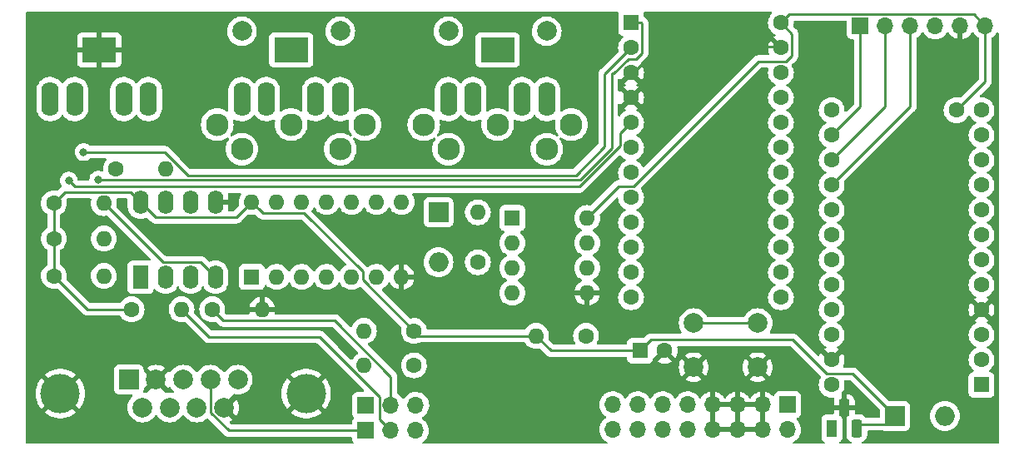
<source format=gbl>
G04 #@! TF.GenerationSoftware,KiCad,Pcbnew,6.0.5*
G04 #@! TF.CreationDate,2022-06-22T19:05:55+10:00*
G04 #@! TF.ProjectId,_transcribe_,5f747261-6e73-4637-9269-62655f2e6b69,v0_5_1*
G04 #@! TF.SameCoordinates,Original*
G04 #@! TF.FileFunction,Copper,L2,Bot*
G04 #@! TF.FilePolarity,Positive*
%FSLAX46Y46*%
G04 Gerber Fmt 4.6, Leading zero omitted, Abs format (unit mm)*
G04 Created by KiCad (PCBNEW 6.0.5) date 2022-06-22 19:05:55*
%MOMM*%
%LPD*%
G01*
G04 APERTURE LIST*
G04 Aperture macros list*
%AMRoundRect*
0 Rectangle with rounded corners*
0 $1 Rounding radius*
0 $2 $3 $4 $5 $6 $7 $8 $9 X,Y pos of 4 corners*
0 Add a 4 corners polygon primitive as box body*
4,1,4,$2,$3,$4,$5,$6,$7,$8,$9,$2,$3,0*
0 Add four circle primitives for the rounded corners*
1,1,$1+$1,$2,$3*
1,1,$1+$1,$4,$5*
1,1,$1+$1,$6,$7*
1,1,$1+$1,$8,$9*
0 Add four rect primitives between the rounded corners*
20,1,$1+$1,$2,$3,$4,$5,0*
20,1,$1+$1,$4,$5,$6,$7,0*
20,1,$1+$1,$6,$7,$8,$9,0*
20,1,$1+$1,$8,$9,$2,$3,0*%
G04 Aperture macros list end*
G04 #@! TA.AperFunction,ComponentPad*
%ADD10R,1.700000X1.700000*%
G04 #@! TD*
G04 #@! TA.AperFunction,ComponentPad*
%ADD11O,1.700000X1.700000*%
G04 #@! TD*
G04 #@! TA.AperFunction,ComponentPad*
%ADD12C,1.600000*%
G04 #@! TD*
G04 #@! TA.AperFunction,ComponentPad*
%ADD13R,1.600000X1.600000*%
G04 #@! TD*
G04 #@! TA.AperFunction,ComponentPad*
%ADD14R,1.600000X2.400000*%
G04 #@! TD*
G04 #@! TA.AperFunction,ComponentPad*
%ADD15O,1.600000X2.400000*%
G04 #@! TD*
G04 #@! TA.AperFunction,ComponentPad*
%ADD16O,1.600000X1.600000*%
G04 #@! TD*
G04 #@! TA.AperFunction,ComponentPad*
%ADD17C,2.300000*%
G04 #@! TD*
G04 #@! TA.AperFunction,ComponentPad*
%ADD18C,2.000000*%
G04 #@! TD*
G04 #@! TA.AperFunction,ComponentPad*
%ADD19R,3.500000X2.500000*%
G04 #@! TD*
G04 #@! TA.AperFunction,ComponentPad*
%ADD20O,1.750000X3.500000*%
G04 #@! TD*
G04 #@! TA.AperFunction,ComponentPad*
%ADD21R,2.000000X2.000000*%
G04 #@! TD*
G04 #@! TA.AperFunction,ComponentPad*
%ADD22O,2.000000X2.000000*%
G04 #@! TD*
G04 #@! TA.AperFunction,ComponentPad*
%ADD23RoundRect,0.275000X-0.275000X-0.625000X0.275000X-0.625000X0.275000X0.625000X-0.275000X0.625000X0*%
G04 #@! TD*
G04 #@! TA.AperFunction,ComponentPad*
%ADD24R,1.100000X1.800000*%
G04 #@! TD*
G04 #@! TA.AperFunction,ComponentPad*
%ADD25C,4.000000*%
G04 #@! TD*
G04 #@! TA.AperFunction,ViaPad*
%ADD26C,0.800000*%
G04 #@! TD*
G04 #@! TA.AperFunction,Conductor*
%ADD27C,0.250000*%
G04 #@! TD*
G04 APERTURE END LIST*
D10*
X-254925000Y746875000D03*
D11*
X-252385000Y746875000D03*
X-249845000Y746875000D03*
D12*
X-224500000Y755000000D03*
D13*
X-227000000Y755000000D03*
D14*
X-277800000Y762475000D03*
D15*
X-275260000Y762475000D03*
X-272720000Y762475000D03*
X-270180000Y762475000D03*
X-270180000Y770095000D03*
X-272720000Y770095000D03*
X-275260000Y770095000D03*
X-277800000Y770095000D03*
D16*
X-275235000Y773500000D03*
D12*
X-280315000Y773500000D03*
X-270515000Y759200000D03*
D16*
X-265435000Y759200000D03*
D12*
X-278715000Y759200000D03*
D16*
X-273635000Y759200000D03*
D12*
X-286615000Y770000000D03*
D16*
X-281535000Y770000000D03*
D12*
X-286615000Y762600000D03*
D16*
X-281535000Y762600000D03*
D12*
X-286615000Y766400000D03*
D16*
X-281535000Y766400000D03*
D10*
X-254890000Y749435000D03*
D11*
X-252350000Y749435000D03*
X-249810000Y749435000D03*
D17*
X-236500000Y775500000D03*
D18*
X-246500000Y787500000D03*
D17*
X-234000000Y778000000D03*
X-241500000Y778000000D03*
X-249000000Y778000000D03*
X-246500000Y775500000D03*
D18*
X-236500000Y787500000D03*
D17*
X-257500000Y775500000D03*
D18*
X-267500000Y787500000D03*
D17*
X-255000000Y778000000D03*
X-262500000Y778000000D03*
X-270000000Y778000000D03*
X-267500000Y775500000D03*
D18*
X-257500000Y787500000D03*
D19*
X-282000000Y785596000D03*
D20*
X-277000000Y780590000D03*
X-287000000Y780590000D03*
X-279500000Y780590000D03*
X-284500000Y780590000D03*
D19*
X-241500000Y785596000D03*
D20*
X-236500000Y780590000D03*
X-246500000Y780590000D03*
X-239000000Y780590000D03*
X-244000000Y780590000D03*
D19*
X-262500000Y785596000D03*
D20*
X-257500000Y780590000D03*
X-267500000Y780590000D03*
X-260000000Y780590000D03*
X-265000000Y780590000D03*
D12*
X-212680000Y788370000D03*
X-212680000Y785830000D03*
X-212680000Y783290000D03*
X-212680000Y780750000D03*
X-212680000Y778210000D03*
X-212680000Y775670000D03*
X-212680000Y773130000D03*
X-212680000Y770590000D03*
X-212680000Y768050000D03*
X-212680000Y765510000D03*
X-212680000Y762970000D03*
X-212680000Y760430000D03*
X-227920000Y760430000D03*
X-227920000Y762970000D03*
X-227920000Y765510000D03*
X-227920000Y768050000D03*
X-227920000Y770590000D03*
X-227920000Y773130000D03*
X-227920000Y775670000D03*
X-227920000Y778210000D03*
X-227920000Y780750000D03*
X-227920000Y783290000D03*
X-227920000Y785830000D03*
D13*
X-227920000Y788370000D03*
D12*
X-194820000Y779470000D03*
D13*
X-192280000Y751530000D03*
D12*
X-192280000Y754070000D03*
X-192280000Y756610000D03*
X-192280000Y759150000D03*
X-192280000Y761690000D03*
X-192280000Y764230000D03*
X-192280000Y766770000D03*
X-192280000Y769310000D03*
X-192280000Y771850000D03*
X-192280000Y774390000D03*
X-192280000Y776930000D03*
X-192280000Y779470000D03*
X-207520000Y779470000D03*
X-207520000Y776930000D03*
X-207520000Y774390000D03*
X-207520000Y771850000D03*
X-207520000Y769310000D03*
X-207520000Y766770000D03*
X-207520000Y764230000D03*
X-207520000Y761690000D03*
X-207520000Y759150000D03*
X-207520000Y756610000D03*
X-207520000Y754070000D03*
X-207520000Y751530000D03*
D21*
X-247500000Y769080000D03*
D22*
X-247500000Y764000000D03*
D16*
X-255080000Y753500000D03*
D12*
X-250000000Y753500000D03*
D13*
X-240000000Y768500000D03*
D16*
X-232380000Y760880000D03*
X-240000000Y765960000D03*
X-232380000Y763420000D03*
X-240000000Y763420000D03*
X-232380000Y765960000D03*
X-240000000Y760880000D03*
X-232380000Y768500000D03*
X-243500000Y769080000D03*
D12*
X-243500000Y764000000D03*
D16*
X-237580000Y756500000D03*
D12*
X-232500000Y756500000D03*
X-250000000Y757000000D03*
D16*
X-255080000Y757000000D03*
D13*
X-266500000Y762500000D03*
D16*
X-251260000Y770120000D03*
X-263960000Y762500000D03*
X-253800000Y770120000D03*
X-261420000Y762500000D03*
X-256340000Y770120000D03*
X-258880000Y762500000D03*
X-258880000Y770120000D03*
X-256340000Y762500000D03*
X-261420000Y770120000D03*
X-253800000Y762500000D03*
X-263960000Y770120000D03*
X-251260000Y762500000D03*
X-266500000Y770120000D03*
D22*
X-195995000Y748350000D03*
D21*
X-201075000Y748350000D03*
D10*
X-212000000Y749500000D03*
D11*
X-212000000Y746960000D03*
X-214540000Y749500000D03*
X-214540000Y746960000D03*
X-217080000Y749500000D03*
X-217080000Y746960000D03*
X-219620000Y749500000D03*
X-219620000Y746960000D03*
X-222160000Y749500000D03*
X-222160000Y746960000D03*
X-224700000Y749500000D03*
X-224700000Y746960000D03*
X-227240000Y749500000D03*
X-227240000Y746960000D03*
X-229780000Y749500000D03*
X-229780000Y746960000D03*
D10*
X-204600000Y788050000D03*
D11*
X-202060000Y788050000D03*
X-199520000Y788050000D03*
X-196980000Y788050000D03*
X-194440000Y788050000D03*
X-191900000Y788050000D03*
D23*
X-206230000Y749170000D03*
X-204960000Y747100000D03*
D24*
X-207500000Y747100000D03*
D21*
X-279000000Y752050000D03*
D18*
X-276230000Y752050000D03*
X-273460000Y752050000D03*
X-270690000Y752050000D03*
X-267920000Y752050000D03*
X-277615000Y749210000D03*
X-274845000Y749210000D03*
X-272075000Y749210000D03*
X-269305000Y749210000D03*
D25*
X-285960000Y750630000D03*
X-260960000Y750630000D03*
D18*
X-215050000Y757800000D03*
X-215050000Y753300000D03*
X-221550000Y757800000D03*
X-221550000Y753300000D03*
D26*
X-285100000Y772300000D03*
X-282100000Y772400000D03*
X-283600000Y775200000D03*
D27*
X-254925000Y746875000D02*
X-268843143Y746875000D01*
X-270690000Y748721857D02*
X-270690000Y752050000D01*
X-268843143Y746875000D02*
X-270690000Y748721857D01*
X-252385000Y746875000D02*
X-253524511Y748014511D01*
X-253524511Y748014511D02*
X-253524511Y750324511D01*
X-253524511Y750324511D02*
X-259600000Y756400000D01*
X-259600000Y756400000D02*
X-270835000Y756400000D01*
X-270835000Y756400000D02*
X-273635000Y759200000D01*
X-252350000Y749435000D02*
X-252350000Y752360300D01*
X-269390489Y758075489D02*
X-270515000Y759200000D01*
X-252350000Y752360300D02*
X-258065189Y758075489D01*
X-258065189Y758075489D02*
X-269390489Y758075489D01*
X-284475489Y771675489D02*
X-285100000Y772300000D01*
X-233188794Y771675489D02*
X-284475489Y771675489D01*
X-229044511Y775819772D02*
X-233188794Y771675489D01*
X-229044511Y777085489D02*
X-229044511Y775819772D01*
X-227920000Y778210000D02*
X-229044511Y777085489D01*
X-282075489Y772375489D02*
X-282100000Y772400000D01*
X-233124511Y772375489D02*
X-282075489Y772375489D01*
X-233100000Y772400000D02*
X-233124511Y772375489D01*
X-233549990Y772850010D02*
X-272994710Y772850010D01*
X-282700000Y775200000D02*
X-283600000Y775200000D01*
X-272994710Y772850010D02*
X-275344700Y775200000D01*
X-275344700Y775200000D02*
X-282700000Y775200000D01*
X-275260000Y770095000D02*
X-275260000Y769640000D01*
X-270180000Y762475000D02*
X-271704520Y763999520D01*
X-271704520Y763999520D02*
X-275534520Y763999520D01*
X-275534520Y763999520D02*
X-281535000Y770000000D01*
X-286615000Y762600000D02*
X-283215000Y759200000D01*
X-283215000Y759200000D02*
X-278715000Y759200000D01*
X-286615000Y766400000D02*
X-286615000Y762600000D01*
X-286615000Y770000000D02*
X-286615000Y766400000D01*
X-277800000Y770095000D02*
X-278829511Y771124511D01*
X-278829511Y771124511D02*
X-285490489Y771124511D01*
X-285490489Y771124511D02*
X-286615000Y770000000D01*
X-266500000Y770120000D02*
X-268049520Y768570480D01*
X-268049520Y768570480D02*
X-276275480Y768570480D01*
X-276275480Y768570480D02*
X-277800000Y770095000D01*
X-225080000Y785930000D02*
X-212380000Y785930000D01*
X-227620000Y783390000D02*
X-225080000Y785930000D01*
X-231580001Y769299999D02*
X-232380000Y768500000D01*
X-229164999Y771715001D02*
X-231580001Y769299999D01*
X-227669997Y771715001D02*
X-229164999Y771715001D01*
X-214969997Y784415001D02*
X-227669997Y771715001D01*
X-212139999Y784415001D02*
X-214969997Y784415001D01*
X-211554999Y785000001D02*
X-212139999Y784415001D01*
X-211554999Y787244999D02*
X-211554999Y785000001D01*
X-212680000Y788370000D02*
X-211554999Y787244999D01*
X-204960000Y747500000D02*
X-204960000Y747725000D01*
X-236080000Y755000000D02*
X-237580000Y756500000D01*
X-227000000Y755000000D02*
X-236080000Y755000000D01*
X-249500000Y756500000D02*
X-250000000Y757000000D01*
X-237580000Y756500000D02*
X-249500000Y756500000D01*
X-265700001Y769320001D02*
X-266500000Y770120000D01*
X-265374999Y768994999D02*
X-265700001Y769320001D01*
X-261169997Y768994999D02*
X-265374999Y768994999D01*
X-255214999Y763040001D02*
X-261169997Y768994999D01*
X-255214999Y762214999D02*
X-255214999Y763040001D01*
X-250000000Y757000000D02*
X-255214999Y762214999D01*
X-191900000Y782390000D02*
X-191900000Y788050000D01*
X-194820000Y779470000D02*
X-191900000Y782390000D01*
X-211880001Y789169999D02*
X-212680000Y788370000D01*
X-211824999Y789225001D02*
X-211880001Y789169999D01*
X-193075001Y789225001D02*
X-211824999Y789225001D01*
X-191900000Y788050000D02*
X-193075001Y789225001D01*
X-205380001Y752655001D02*
X-201075000Y748350000D01*
X-208030001Y752655001D02*
X-205380001Y752655001D01*
X-211500001Y756125001D02*
X-208030001Y752655001D01*
X-225874999Y756125001D02*
X-211500001Y756125001D01*
X-227000000Y755000000D02*
X-225874999Y756125001D01*
X-201925000Y747500000D02*
X-201075000Y748350000D01*
X-204960000Y747500000D02*
X-201925000Y747500000D01*
X-199520000Y779850000D02*
X-199520000Y788050000D01*
X-207520000Y771850000D02*
X-199520000Y779850000D01*
X-202060000Y779850000D02*
X-202060000Y788050000D01*
X-207520000Y774390000D02*
X-202060000Y779850000D01*
X-204600000Y779850000D02*
X-204600000Y788050000D01*
X-207520000Y776930000D02*
X-204600000Y779850000D01*
X-233100000Y772400000D02*
X-229900000Y775600000D01*
X-229900000Y775600000D02*
X-229900000Y783200000D01*
X-226870000Y788370000D02*
X-227920000Y788370000D01*
X-226794999Y788294999D02*
X-226870000Y788370000D01*
X-226794999Y785289999D02*
X-226794999Y788294999D01*
X-227379999Y784704999D02*
X-226794999Y785289999D01*
X-229675002Y783200000D02*
X-228170003Y784704999D01*
X-228170003Y784704999D02*
X-227379999Y784704999D01*
X-229900000Y783200000D02*
X-229675002Y783200000D01*
X-233549990Y772850010D02*
X-230600000Y775800000D01*
X-230600000Y783150000D02*
X-227920000Y785830000D01*
X-230600000Y775800000D02*
X-230600000Y783150000D01*
X-221550000Y757800000D02*
X-215050000Y757800000D01*
G04 #@! TA.AperFunction,Conductor*
G36*
X-229256253Y789471498D02*
G01*
X-229209760Y789417842D01*
X-229199656Y789347568D01*
X-229206392Y789321270D01*
X-229221745Y789280316D01*
X-229228500Y789218134D01*
X-229228500Y787521866D01*
X-229221745Y787459684D01*
X-229170615Y787323295D01*
X-229083261Y787206739D01*
X-228966705Y787119385D01*
X-228830316Y787068255D01*
X-228819526Y787067083D01*
X-228817394Y787066197D01*
X-228814778Y787065575D01*
X-228814879Y787065152D01*
X-228753965Y787039845D01*
X-228713537Y786981483D01*
X-228711078Y786910529D01*
X-228747371Y786849510D01*
X-228756031Y786842511D01*
X-228759793Y786839354D01*
X-228764300Y786836198D01*
X-228926198Y786674300D01*
X-228929355Y786669792D01*
X-228929357Y786669789D01*
X-228967862Y786614798D01*
X-229057523Y786486749D01*
X-229059846Y786481767D01*
X-229059849Y786481762D01*
X-229083971Y786430031D01*
X-229154284Y786279243D01*
X-229213543Y786058087D01*
X-229233498Y785830000D01*
X-229213543Y785601913D01*
X-229202281Y785559885D01*
X-229196540Y785538459D01*
X-229198230Y785467482D01*
X-229229152Y785416753D01*
X-230992253Y783653652D01*
X-231000539Y783646112D01*
X-231007018Y783642000D01*
X-231012443Y783636223D01*
X-231053643Y783592349D01*
X-231056398Y783589507D01*
X-231076135Y783569770D01*
X-231078615Y783566573D01*
X-231086318Y783557553D01*
X-231116586Y783525321D01*
X-231120405Y783518375D01*
X-231120407Y783518372D01*
X-231126348Y783507566D01*
X-231137199Y783491047D01*
X-231149614Y783475041D01*
X-231152759Y783467772D01*
X-231152762Y783467768D01*
X-231167174Y783434463D01*
X-231172391Y783423813D01*
X-231193695Y783385060D01*
X-231195666Y783377385D01*
X-231195666Y783377384D01*
X-231198733Y783365438D01*
X-231205137Y783346734D01*
X-231213181Y783328145D01*
X-231214420Y783320322D01*
X-231214423Y783320312D01*
X-231220099Y783284476D01*
X-231222505Y783272856D01*
X-231233500Y783230030D01*
X-231233500Y783209776D01*
X-231235051Y783190066D01*
X-231238220Y783170057D01*
X-231237474Y783162165D01*
X-231234059Y783126039D01*
X-231233500Y783114181D01*
X-231233500Y776114594D01*
X-231253502Y776046473D01*
X-231270405Y776025499D01*
X-233775490Y773520415D01*
X-233837802Y773486389D01*
X-233864585Y773483510D01*
X-272680116Y773483510D01*
X-272748237Y773503512D01*
X-272769211Y773520415D01*
X-273790163Y774541368D01*
X-274841048Y775592253D01*
X-274848588Y775600539D01*
X-274852700Y775607018D01*
X-274902352Y775653644D01*
X-274905193Y775656398D01*
X-274924930Y775676135D01*
X-274928127Y775678615D01*
X-274937149Y775686320D01*
X-274963600Y775711159D01*
X-274969379Y775716586D01*
X-274976325Y775720405D01*
X-274976328Y775720407D01*
X-274987134Y775726348D01*
X-275003653Y775737199D01*
X-275009652Y775741852D01*
X-275019659Y775749614D01*
X-275026928Y775752759D01*
X-275026932Y775752762D01*
X-275060237Y775767174D01*
X-275070887Y775772391D01*
X-275109640Y775793695D01*
X-275129263Y775798733D01*
X-275147966Y775805137D01*
X-275159280Y775810033D01*
X-275159281Y775810033D01*
X-275166555Y775813181D01*
X-275174378Y775814420D01*
X-275174388Y775814423D01*
X-275210224Y775820099D01*
X-275221844Y775822505D01*
X-275256989Y775831528D01*
X-275256990Y775831528D01*
X-275264670Y775833500D01*
X-275284924Y775833500D01*
X-275304635Y775835051D01*
X-275316814Y775836980D01*
X-275324643Y775838220D01*
X-275332535Y775837474D01*
X-275368661Y775834059D01*
X-275380519Y775833500D01*
X-282891800Y775833500D01*
X-282959921Y775853502D01*
X-282979147Y775869843D01*
X-282979420Y775869540D01*
X-282984332Y775873963D01*
X-282988747Y775878866D01*
X-283050596Y775923802D01*
X-283137906Y775987237D01*
X-283137907Y775987238D01*
X-283143248Y775991118D01*
X-283149276Y775993802D01*
X-283149278Y775993803D01*
X-283311681Y776066109D01*
X-283311682Y776066109D01*
X-283317712Y776068794D01*
X-283411112Y776088647D01*
X-283498056Y776107128D01*
X-283498061Y776107128D01*
X-283504513Y776108500D01*
X-283695487Y776108500D01*
X-283701939Y776107128D01*
X-283701944Y776107128D01*
X-283788888Y776088647D01*
X-283882288Y776068794D01*
X-283888318Y776066109D01*
X-283888319Y776066109D01*
X-284050722Y775993803D01*
X-284050724Y775993802D01*
X-284056752Y775991118D01*
X-284211253Y775878866D01*
X-284215674Y775873956D01*
X-284215675Y775873955D01*
X-284324797Y775752762D01*
X-284339040Y775736944D01*
X-284434527Y775571556D01*
X-284493542Y775389928D01*
X-284494232Y775383367D01*
X-284494232Y775383365D01*
X-284509326Y775239751D01*
X-284513504Y775200000D01*
X-284493542Y775010072D01*
X-284434527Y774828444D01*
X-284339040Y774663056D01*
X-284334622Y774658149D01*
X-284334621Y774658148D01*
X-284215675Y774526045D01*
X-284211253Y774521134D01*
X-284056752Y774408882D01*
X-284050724Y774406198D01*
X-284050722Y774406197D01*
X-283956583Y774364284D01*
X-283882288Y774331206D01*
X-283788887Y774311353D01*
X-283701944Y774292872D01*
X-283701939Y774292872D01*
X-283695487Y774291500D01*
X-283504513Y774291500D01*
X-283498061Y774292872D01*
X-283498056Y774292872D01*
X-283411113Y774311353D01*
X-283317712Y774331206D01*
X-283243417Y774364284D01*
X-283149278Y774406197D01*
X-283149276Y774406198D01*
X-283143248Y774408882D01*
X-282988747Y774521134D01*
X-282984332Y774526037D01*
X-282979420Y774530460D01*
X-282978295Y774529211D01*
X-282924986Y774562051D01*
X-282891800Y774566500D01*
X-281403188Y774566500D01*
X-281335067Y774546498D01*
X-281288574Y774492842D01*
X-281278470Y774422568D01*
X-281307964Y774357988D01*
X-281314093Y774351405D01*
X-281321198Y774344300D01*
X-281324355Y774339792D01*
X-281324357Y774339789D01*
X-281358169Y774291500D01*
X-281452523Y774156749D01*
X-281454846Y774151767D01*
X-281454849Y774151762D01*
X-281516158Y774020283D01*
X-281549284Y773949243D01*
X-281550706Y773943935D01*
X-281550707Y773943933D01*
X-281605823Y773738238D01*
X-281608543Y773728087D01*
X-281628498Y773500000D01*
X-281628019Y773494525D01*
X-281628019Y773494514D01*
X-281618425Y773384858D01*
X-281632413Y773315253D01*
X-281681812Y773264261D01*
X-281750938Y773248070D01*
X-281795191Y773258768D01*
X-281811677Y773266108D01*
X-281811685Y773266111D01*
X-281817712Y773268794D01*
X-281911113Y773288647D01*
X-281998056Y773307128D01*
X-281998061Y773307128D01*
X-282004513Y773308500D01*
X-282195487Y773308500D01*
X-282201939Y773307128D01*
X-282201944Y773307128D01*
X-282288887Y773288647D01*
X-282382288Y773268794D01*
X-282388318Y773266109D01*
X-282388319Y773266109D01*
X-282550722Y773193803D01*
X-282550724Y773193802D01*
X-282556752Y773191118D01*
X-282562093Y773187238D01*
X-282562094Y773187237D01*
X-282609325Y773152921D01*
X-282711253Y773078866D01*
X-282715674Y773073956D01*
X-282715675Y773073955D01*
X-282774170Y773008989D01*
X-282839040Y772936944D01*
X-282934527Y772771556D01*
X-282993542Y772589928D01*
X-282994231Y772583369D01*
X-282994232Y772583366D01*
X-283011211Y772421818D01*
X-283038224Y772356162D01*
X-283096446Y772315532D01*
X-283136521Y772308989D01*
X-284073990Y772308989D01*
X-284142111Y772328991D01*
X-284188604Y772382647D01*
X-284199300Y772421819D01*
X-284205768Y772483365D01*
X-284205768Y772483367D01*
X-284206458Y772489928D01*
X-284265473Y772671556D01*
X-284360960Y772836944D01*
X-284414672Y772896598D01*
X-284484325Y772973955D01*
X-284484326Y772973956D01*
X-284488747Y772978866D01*
X-284619625Y773073955D01*
X-284637906Y773087237D01*
X-284637907Y773087238D01*
X-284643248Y773091118D01*
X-284649276Y773093802D01*
X-284649278Y773093803D01*
X-284811681Y773166109D01*
X-284811682Y773166109D01*
X-284817712Y773168794D01*
X-284912580Y773188959D01*
X-284998056Y773207128D01*
X-284998061Y773207128D01*
X-285004513Y773208500D01*
X-285195487Y773208500D01*
X-285201939Y773207128D01*
X-285201944Y773207128D01*
X-285287420Y773188959D01*
X-285382288Y773168794D01*
X-285388318Y773166109D01*
X-285388319Y773166109D01*
X-285550722Y773093803D01*
X-285550724Y773093802D01*
X-285556752Y773091118D01*
X-285562093Y773087238D01*
X-285562094Y773087237D01*
X-285580375Y773073955D01*
X-285711253Y772978866D01*
X-285715674Y772973956D01*
X-285715675Y772973955D01*
X-285785327Y772896598D01*
X-285839040Y772836944D01*
X-285934527Y772671556D01*
X-285993542Y772489928D01*
X-285994232Y772483367D01*
X-285994232Y772483365D01*
X-286000701Y772421818D01*
X-286013504Y772300000D01*
X-286012814Y772293435D01*
X-285996849Y772141541D01*
X-285993542Y772110072D01*
X-285934527Y771928444D01*
X-285931224Y771922722D01*
X-285931223Y771922721D01*
X-285853303Y771787760D01*
X-285836565Y771718765D01*
X-285859785Y771651673D01*
X-285881033Y771629537D01*
X-285881851Y771629053D01*
X-285896172Y771614732D01*
X-285911205Y771601892D01*
X-285927596Y771589983D01*
X-285932647Y771583877D01*
X-285955787Y771555906D01*
X-285963777Y771547127D01*
X-286201752Y771309152D01*
X-286264064Y771275126D01*
X-286323459Y771276541D01*
X-286381591Y771292118D01*
X-286381602Y771292120D01*
X-286386913Y771293543D01*
X-286615000Y771313498D01*
X-286843087Y771293543D01*
X-286848400Y771292119D01*
X-286848402Y771292119D01*
X-287058933Y771235707D01*
X-287058935Y771235706D01*
X-287064243Y771234284D01*
X-287069224Y771231961D01*
X-287069225Y771231961D01*
X-287266762Y771139849D01*
X-287266767Y771139846D01*
X-287271749Y771137523D01*
X-287340374Y771089471D01*
X-287454789Y771009357D01*
X-287454792Y771009355D01*
X-287459300Y771006198D01*
X-287621198Y770844300D01*
X-287752523Y770656749D01*
X-287754846Y770651767D01*
X-287754849Y770651762D01*
X-287840305Y770468499D01*
X-287849284Y770449243D01*
X-287850706Y770443935D01*
X-287850707Y770443933D01*
X-287891653Y770291121D01*
X-287908543Y770228087D01*
X-287928498Y770000000D01*
X-287908543Y769771913D01*
X-287907120Y769766602D01*
X-287907119Y769766598D01*
X-287855834Y769575203D01*
X-287849284Y769550757D01*
X-287846961Y769545776D01*
X-287846961Y769545775D01*
X-287754849Y769348238D01*
X-287754846Y769348233D01*
X-287752523Y769343251D01*
X-287711234Y769284284D01*
X-287638441Y769180326D01*
X-287621198Y769155700D01*
X-287459300Y768993802D01*
X-287454792Y768990645D01*
X-287454789Y768990643D01*
X-287302229Y768883819D01*
X-287257901Y768828362D01*
X-287248500Y768780606D01*
X-287248500Y767619394D01*
X-287268502Y767551273D01*
X-287302229Y767516181D01*
X-287454789Y767409357D01*
X-287454792Y767409355D01*
X-287459300Y767406198D01*
X-287621198Y767244300D01*
X-287624355Y767239792D01*
X-287624357Y767239789D01*
X-287648226Y767205700D01*
X-287752523Y767056749D01*
X-287754846Y767051767D01*
X-287754849Y767051762D01*
X-287828323Y766894195D01*
X-287849284Y766849243D01*
X-287850706Y766843935D01*
X-287850707Y766843933D01*
X-287902712Y766649849D01*
X-287908543Y766628087D01*
X-287928498Y766400000D01*
X-287908543Y766171913D01*
X-287907119Y766166600D01*
X-287907119Y766166598D01*
X-287892824Y766113251D01*
X-287849284Y765950757D01*
X-287846961Y765945776D01*
X-287846961Y765945775D01*
X-287754849Y765748238D01*
X-287754846Y765748233D01*
X-287752523Y765743251D01*
X-287621198Y765555700D01*
X-287459300Y765393802D01*
X-287454792Y765390645D01*
X-287454789Y765390643D01*
X-287302229Y765283819D01*
X-287257901Y765228362D01*
X-287248500Y765180606D01*
X-287248500Y763819394D01*
X-287268502Y763751273D01*
X-287302229Y763716181D01*
X-287454789Y763609357D01*
X-287454792Y763609355D01*
X-287459300Y763606198D01*
X-287621198Y763444300D01*
X-287624355Y763439792D01*
X-287624357Y763439789D01*
X-287644994Y763410316D01*
X-287752523Y763256749D01*
X-287754846Y763251767D01*
X-287754849Y763251762D01*
X-287846961Y763054225D01*
X-287849284Y763049243D01*
X-287850706Y763043935D01*
X-287850707Y763043933D01*
X-287907119Y762833402D01*
X-287908543Y762828087D01*
X-287928498Y762600000D01*
X-287908543Y762371913D01*
X-287907119Y762366600D01*
X-287907119Y762366598D01*
X-287867034Y762217002D01*
X-287849284Y762150757D01*
X-287846961Y762145776D01*
X-287846961Y762145775D01*
X-287754849Y761948238D01*
X-287754846Y761948233D01*
X-287752523Y761943251D01*
X-287621198Y761755700D01*
X-287459300Y761593802D01*
X-287454792Y761590645D01*
X-287454789Y761590643D01*
X-287442852Y761582285D01*
X-287271749Y761462477D01*
X-287266767Y761460154D01*
X-287266762Y761460151D01*
X-287069225Y761368039D01*
X-287064243Y761365716D01*
X-287058935Y761364294D01*
X-287058933Y761364293D01*
X-286848402Y761307881D01*
X-286848400Y761307881D01*
X-286843087Y761306457D01*
X-286615000Y761286502D01*
X-286386913Y761306457D01*
X-286381602Y761307880D01*
X-286381591Y761307882D01*
X-286323459Y761323459D01*
X-286252483Y761321770D01*
X-286201752Y761290848D01*
X-283718652Y758807747D01*
X-283711112Y758799461D01*
X-283707000Y758792982D01*
X-283701223Y758787557D01*
X-283657349Y758746357D01*
X-283654507Y758743602D01*
X-283634770Y758723865D01*
X-283631573Y758721385D01*
X-283622553Y758713682D01*
X-283590321Y758683414D01*
X-283583375Y758679595D01*
X-283583372Y758679593D01*
X-283572566Y758673652D01*
X-283556047Y758662801D01*
X-283540041Y758650386D01*
X-283532772Y758647241D01*
X-283532768Y758647238D01*
X-283499463Y758632826D01*
X-283488813Y758627609D01*
X-283450060Y758606305D01*
X-283442385Y758604334D01*
X-283442384Y758604334D01*
X-283430438Y758601267D01*
X-283411733Y758594863D01*
X-283393145Y758586819D01*
X-283385322Y758585580D01*
X-283385312Y758585577D01*
X-283349476Y758579901D01*
X-283337856Y758577495D01*
X-283302711Y758568472D01*
X-283295030Y758566500D01*
X-283274776Y758566500D01*
X-283255066Y758564949D01*
X-283235057Y758561780D01*
X-283227165Y758562526D01*
X-283191039Y758565941D01*
X-283179181Y758566500D01*
X-279934394Y758566500D01*
X-279866273Y758546498D01*
X-279831181Y758512771D01*
X-279724357Y758360211D01*
X-279721198Y758355700D01*
X-279559300Y758193802D01*
X-279554792Y758190645D01*
X-279554789Y758190643D01*
X-279476611Y758135902D01*
X-279371749Y758062477D01*
X-279366767Y758060154D01*
X-279366762Y758060151D01*
X-279225909Y757994471D01*
X-279164243Y757965716D01*
X-279158935Y757964294D01*
X-279158933Y757964293D01*
X-278948402Y757907881D01*
X-278948400Y757907881D01*
X-278943087Y757906457D01*
X-278715000Y757886502D01*
X-278486913Y757906457D01*
X-278481600Y757907881D01*
X-278481598Y757907881D01*
X-278271067Y757964293D01*
X-278271065Y757964294D01*
X-278265757Y757965716D01*
X-278204091Y757994471D01*
X-278063238Y758060151D01*
X-278063233Y758060154D01*
X-278058251Y758062477D01*
X-277953389Y758135902D01*
X-277875211Y758190643D01*
X-277875208Y758190645D01*
X-277870700Y758193802D01*
X-277708802Y758355700D01*
X-277657773Y758428576D01*
X-277620011Y758482507D01*
X-277577477Y758543251D01*
X-277575154Y758548233D01*
X-277575151Y758548238D01*
X-277483039Y758745775D01*
X-277483039Y758745776D01*
X-277480716Y758750757D01*
X-277454374Y758849064D01*
X-277422881Y758966598D01*
X-277422881Y758966600D01*
X-277421457Y758971913D01*
X-277401502Y759200000D01*
X-277421457Y759428087D01*
X-277431756Y759466522D01*
X-277479293Y759643933D01*
X-277479294Y759643935D01*
X-277480716Y759649243D01*
X-277523107Y759740151D01*
X-277575151Y759851762D01*
X-277575154Y759851767D01*
X-277577477Y759856749D01*
X-277660820Y759975775D01*
X-277705643Y760039789D01*
X-277705645Y760039792D01*
X-277708802Y760044300D01*
X-277870700Y760206198D01*
X-277875208Y760209355D01*
X-277875211Y760209357D01*
X-277986844Y760287523D01*
X-278058251Y760337523D01*
X-278063233Y760339846D01*
X-278063238Y760339849D01*
X-278260775Y760431961D01*
X-278260776Y760431961D01*
X-278265757Y760434284D01*
X-278271065Y760435706D01*
X-278271067Y760435707D01*
X-278481598Y760492119D01*
X-278481600Y760492119D01*
X-278486913Y760493543D01*
X-278715000Y760513498D01*
X-278943087Y760493543D01*
X-278948400Y760492119D01*
X-278948402Y760492119D01*
X-279158933Y760435707D01*
X-279158935Y760435706D01*
X-279164243Y760434284D01*
X-279169224Y760431961D01*
X-279169225Y760431961D01*
X-279366762Y760339849D01*
X-279366767Y760339846D01*
X-279371749Y760337523D01*
X-279443156Y760287523D01*
X-279554789Y760209357D01*
X-279554792Y760209355D01*
X-279559300Y760206198D01*
X-279721198Y760044300D01*
X-279724355Y760039792D01*
X-279724357Y760039789D01*
X-279831181Y759887229D01*
X-279886638Y759842901D01*
X-279934394Y759833500D01*
X-282900406Y759833500D01*
X-282968527Y759853502D01*
X-282989501Y759870405D01*
X-285305848Y762186752D01*
X-285339874Y762249064D01*
X-285338459Y762308459D01*
X-285322882Y762366591D01*
X-285322880Y762366602D01*
X-285321457Y762371913D01*
X-285301502Y762600000D01*
X-282848498Y762600000D01*
X-282828543Y762371913D01*
X-282827119Y762366600D01*
X-282827119Y762366598D01*
X-282787034Y762217002D01*
X-282769284Y762150757D01*
X-282766961Y762145776D01*
X-282766961Y762145775D01*
X-282674849Y761948238D01*
X-282674846Y761948233D01*
X-282672523Y761943251D01*
X-282541198Y761755700D01*
X-282379300Y761593802D01*
X-282374792Y761590645D01*
X-282374789Y761590643D01*
X-282362852Y761582285D01*
X-282191749Y761462477D01*
X-282186767Y761460154D01*
X-282186762Y761460151D01*
X-281989225Y761368039D01*
X-281984243Y761365716D01*
X-281978935Y761364294D01*
X-281978933Y761364293D01*
X-281768402Y761307881D01*
X-281768400Y761307881D01*
X-281763087Y761306457D01*
X-281535000Y761286502D01*
X-281306913Y761306457D01*
X-281301600Y761307881D01*
X-281301598Y761307881D01*
X-281091067Y761364293D01*
X-281091065Y761364294D01*
X-281085757Y761365716D01*
X-281080775Y761368039D01*
X-280883238Y761460151D01*
X-280883233Y761460154D01*
X-280878251Y761462477D01*
X-280707148Y761582285D01*
X-280695211Y761590643D01*
X-280695208Y761590645D01*
X-280690700Y761593802D01*
X-280528802Y761755700D01*
X-280397477Y761943251D01*
X-280395154Y761948233D01*
X-280395151Y761948238D01*
X-280303039Y762145775D01*
X-280303039Y762145776D01*
X-280300716Y762150757D01*
X-280282965Y762217002D01*
X-280242881Y762366598D01*
X-280242881Y762366600D01*
X-280241457Y762371913D01*
X-280221502Y762600000D01*
X-280241457Y762828087D01*
X-280242881Y762833402D01*
X-280299293Y763043933D01*
X-280299294Y763043935D01*
X-280300716Y763049243D01*
X-280303039Y763054225D01*
X-280395151Y763251762D01*
X-280395154Y763251767D01*
X-280397477Y763256749D01*
X-280505006Y763410316D01*
X-280525643Y763439789D01*
X-280525645Y763439792D01*
X-280528802Y763444300D01*
X-280690700Y763606198D01*
X-280695208Y763609355D01*
X-280695211Y763609357D01*
X-280852226Y763719300D01*
X-280878251Y763737523D01*
X-280883233Y763739846D01*
X-280883238Y763739849D01*
X-281080775Y763831961D01*
X-281080776Y763831961D01*
X-281085757Y763834284D01*
X-281091065Y763835706D01*
X-281091067Y763835707D01*
X-281301598Y763892119D01*
X-281301600Y763892119D01*
X-281306913Y763893543D01*
X-281535000Y763913498D01*
X-281763087Y763893543D01*
X-281768400Y763892119D01*
X-281768402Y763892119D01*
X-281978933Y763835707D01*
X-281978935Y763835706D01*
X-281984243Y763834284D01*
X-281989224Y763831961D01*
X-281989225Y763831961D01*
X-282186762Y763739849D01*
X-282186767Y763739846D01*
X-282191749Y763737523D01*
X-282217774Y763719300D01*
X-282374789Y763609357D01*
X-282374792Y763609355D01*
X-282379300Y763606198D01*
X-282541198Y763444300D01*
X-282544355Y763439792D01*
X-282544357Y763439789D01*
X-282564994Y763410316D01*
X-282672523Y763256749D01*
X-282674846Y763251767D01*
X-282674849Y763251762D01*
X-282766961Y763054225D01*
X-282769284Y763049243D01*
X-282770706Y763043935D01*
X-282770707Y763043933D01*
X-282827119Y762833402D01*
X-282828543Y762828087D01*
X-282848498Y762600000D01*
X-285301502Y762600000D01*
X-285321457Y762828087D01*
X-285322881Y762833402D01*
X-285379293Y763043933D01*
X-285379294Y763043935D01*
X-285380716Y763049243D01*
X-285383039Y763054225D01*
X-285475151Y763251762D01*
X-285475154Y763251767D01*
X-285477477Y763256749D01*
X-285585006Y763410316D01*
X-285605643Y763439789D01*
X-285605645Y763439792D01*
X-285608802Y763444300D01*
X-285770700Y763606198D01*
X-285775208Y763609355D01*
X-285775211Y763609357D01*
X-285927771Y763716181D01*
X-285972099Y763771638D01*
X-285981500Y763819394D01*
X-285981500Y765180606D01*
X-285961498Y765248727D01*
X-285927771Y765283819D01*
X-285775211Y765390643D01*
X-285775208Y765390645D01*
X-285770700Y765393802D01*
X-285608802Y765555700D01*
X-285477477Y765743251D01*
X-285475154Y765748233D01*
X-285475151Y765748238D01*
X-285383039Y765945775D01*
X-285383039Y765945776D01*
X-285380716Y765950757D01*
X-285337175Y766113251D01*
X-285322881Y766166598D01*
X-285322881Y766166600D01*
X-285321457Y766171913D01*
X-285301502Y766400000D01*
X-282848498Y766400000D01*
X-282828543Y766171913D01*
X-282827119Y766166600D01*
X-282827119Y766166598D01*
X-282812824Y766113251D01*
X-282769284Y765950757D01*
X-282766961Y765945776D01*
X-282766961Y765945775D01*
X-282674849Y765748238D01*
X-282674846Y765748233D01*
X-282672523Y765743251D01*
X-282541198Y765555700D01*
X-282379300Y765393802D01*
X-282374792Y765390645D01*
X-282374789Y765390643D01*
X-282345092Y765369849D01*
X-282191749Y765262477D01*
X-282186767Y765260154D01*
X-282186762Y765260151D01*
X-282102726Y765220965D01*
X-281984243Y765165716D01*
X-281978935Y765164294D01*
X-281978933Y765164293D01*
X-281768402Y765107881D01*
X-281768400Y765107881D01*
X-281763087Y765106457D01*
X-281535000Y765086502D01*
X-281306913Y765106457D01*
X-281301600Y765107881D01*
X-281301598Y765107881D01*
X-281091067Y765164293D01*
X-281091065Y765164294D01*
X-281085757Y765165716D01*
X-280967274Y765220965D01*
X-280883238Y765260151D01*
X-280883233Y765260154D01*
X-280878251Y765262477D01*
X-280724908Y765369849D01*
X-280695211Y765390643D01*
X-280695208Y765390645D01*
X-280690700Y765393802D01*
X-280528802Y765555700D01*
X-280397477Y765743251D01*
X-280395154Y765748233D01*
X-280395151Y765748238D01*
X-280303039Y765945775D01*
X-280303039Y765945776D01*
X-280300716Y765950757D01*
X-280257175Y766113251D01*
X-280242881Y766166598D01*
X-280242881Y766166600D01*
X-280241457Y766171913D01*
X-280221502Y766400000D01*
X-280241457Y766628087D01*
X-280247288Y766649849D01*
X-280299293Y766843933D01*
X-280299294Y766843935D01*
X-280300716Y766849243D01*
X-280321677Y766894195D01*
X-280395151Y767051762D01*
X-280395154Y767051767D01*
X-280397477Y767056749D01*
X-280501774Y767205700D01*
X-280525643Y767239789D01*
X-280525645Y767239792D01*
X-280528802Y767244300D01*
X-280690700Y767406198D01*
X-280695208Y767409355D01*
X-280695211Y767409357D01*
X-280847772Y767516181D01*
X-280878251Y767537523D01*
X-280883233Y767539846D01*
X-280883238Y767539849D01*
X-281080775Y767631961D01*
X-281080776Y767631961D01*
X-281085757Y767634284D01*
X-281091065Y767635706D01*
X-281091067Y767635707D01*
X-281301598Y767692119D01*
X-281301600Y767692119D01*
X-281306913Y767693543D01*
X-281535000Y767713498D01*
X-281763087Y767693543D01*
X-281768400Y767692119D01*
X-281768402Y767692119D01*
X-281978933Y767635707D01*
X-281978935Y767635706D01*
X-281984243Y767634284D01*
X-281989224Y767631961D01*
X-281989225Y767631961D01*
X-282186762Y767539849D01*
X-282186767Y767539846D01*
X-282191749Y767537523D01*
X-282222228Y767516181D01*
X-282374789Y767409357D01*
X-282374792Y767409355D01*
X-282379300Y767406198D01*
X-282541198Y767244300D01*
X-282544355Y767239792D01*
X-282544357Y767239789D01*
X-282568226Y767205700D01*
X-282672523Y767056749D01*
X-282674846Y767051767D01*
X-282674849Y767051762D01*
X-282748323Y766894195D01*
X-282769284Y766849243D01*
X-282770706Y766843935D01*
X-282770707Y766843933D01*
X-282822712Y766649849D01*
X-282828543Y766628087D01*
X-282848498Y766400000D01*
X-285301502Y766400000D01*
X-285321457Y766628087D01*
X-285327288Y766649849D01*
X-285379293Y766843933D01*
X-285379294Y766843935D01*
X-285380716Y766849243D01*
X-285401677Y766894195D01*
X-285475151Y767051762D01*
X-285475154Y767051767D01*
X-285477477Y767056749D01*
X-285581774Y767205700D01*
X-285605643Y767239789D01*
X-285605645Y767239792D01*
X-285608802Y767244300D01*
X-285770700Y767406198D01*
X-285775208Y767409355D01*
X-285775211Y767409357D01*
X-285927771Y767516181D01*
X-285972099Y767571638D01*
X-285981500Y767619394D01*
X-285981500Y768780606D01*
X-285961498Y768848727D01*
X-285927771Y768883819D01*
X-285775211Y768990643D01*
X-285775208Y768990645D01*
X-285770700Y768993802D01*
X-285608802Y769155700D01*
X-285591558Y769180326D01*
X-285518766Y769284284D01*
X-285477477Y769343251D01*
X-285475154Y769348233D01*
X-285475151Y769348238D01*
X-285383039Y769545775D01*
X-285383039Y769545776D01*
X-285380716Y769550757D01*
X-285374165Y769575203D01*
X-285322881Y769766598D01*
X-285322880Y769766602D01*
X-285321457Y769771913D01*
X-285301502Y770000000D01*
X-285321457Y770228087D01*
X-285322881Y770233402D01*
X-285322882Y770233409D01*
X-285338459Y770291541D01*
X-285336770Y770362517D01*
X-285305848Y770413248D01*
X-285264990Y770454106D01*
X-285202678Y770488132D01*
X-285175895Y770491011D01*
X-282922299Y770491011D01*
X-282854178Y770471009D01*
X-282807685Y770417353D01*
X-282797581Y770347079D01*
X-282800590Y770332407D01*
X-282828543Y770228087D01*
X-282848498Y770000000D01*
X-282828543Y769771913D01*
X-282827120Y769766602D01*
X-282827119Y769766598D01*
X-282775834Y769575203D01*
X-282769284Y769550757D01*
X-282766961Y769545776D01*
X-282766961Y769545775D01*
X-282674849Y769348238D01*
X-282674846Y769348233D01*
X-282672523Y769343251D01*
X-282631234Y769284284D01*
X-282558441Y769180326D01*
X-282541198Y769155700D01*
X-282379300Y768993802D01*
X-282374792Y768990645D01*
X-282374789Y768990643D01*
X-282315663Y768949243D01*
X-282191749Y768862477D01*
X-282186767Y768860154D01*
X-282186762Y768860151D01*
X-282016175Y768780606D01*
X-281984243Y768765716D01*
X-281978935Y768764294D01*
X-281978933Y768764293D01*
X-281768402Y768707881D01*
X-281768400Y768707881D01*
X-281763087Y768706457D01*
X-281535000Y768686502D01*
X-281306913Y768706457D01*
X-281301602Y768707880D01*
X-281301591Y768707882D01*
X-281243459Y768723459D01*
X-281172483Y768721770D01*
X-281121752Y768690848D01*
X-276826276Y764395372D01*
X-276792250Y764333060D01*
X-276797315Y764262245D01*
X-276839862Y764205409D01*
X-276906382Y764180598D01*
X-276928977Y764181014D01*
X-276948464Y764183131D01*
X-276948474Y764183132D01*
X-276951866Y764183500D01*
X-278648134Y764183500D01*
X-278710316Y764176745D01*
X-278846705Y764125615D01*
X-278963261Y764038261D01*
X-279050615Y763921705D01*
X-279101745Y763785316D01*
X-279108500Y763723134D01*
X-279108500Y761226866D01*
X-279101745Y761164684D01*
X-279050615Y761028295D01*
X-278963261Y760911739D01*
X-278846705Y760824385D01*
X-278710316Y760773255D01*
X-278648134Y760766500D01*
X-276951866Y760766500D01*
X-276889684Y760773255D01*
X-276753295Y760824385D01*
X-276636739Y760911739D01*
X-276549385Y761028295D01*
X-276498255Y761164684D01*
X-276497083Y761175474D01*
X-276496197Y761177606D01*
X-276495575Y761180222D01*
X-276495152Y761180121D01*
X-276469845Y761241035D01*
X-276411483Y761281463D01*
X-276340529Y761283922D01*
X-276279510Y761247629D01*
X-276272511Y761238969D01*
X-276269357Y761235211D01*
X-276266198Y761230700D01*
X-276104300Y761068802D01*
X-276099792Y761065645D01*
X-276099789Y761065643D01*
X-276060650Y761038238D01*
X-275916749Y760937477D01*
X-275911767Y760935154D01*
X-275911762Y760935151D01*
X-275714225Y760843039D01*
X-275709243Y760840716D01*
X-275703935Y760839294D01*
X-275703933Y760839293D01*
X-275493402Y760782881D01*
X-275493400Y760782881D01*
X-275488087Y760781457D01*
X-275260000Y760761502D01*
X-275031913Y760781457D01*
X-275026600Y760782881D01*
X-275026598Y760782881D01*
X-274816067Y760839293D01*
X-274816065Y760839294D01*
X-274810757Y760840716D01*
X-274805775Y760843039D01*
X-274608238Y760935151D01*
X-274608233Y760935154D01*
X-274603251Y760937477D01*
X-274459350Y761038238D01*
X-274420211Y761065643D01*
X-274420208Y761065645D01*
X-274415700Y761068802D01*
X-274253802Y761230700D01*
X-274242925Y761246233D01*
X-274181313Y761334225D01*
X-274122477Y761418251D01*
X-274120154Y761423233D01*
X-274120151Y761423238D01*
X-274104195Y761457457D01*
X-274057278Y761510742D01*
X-273989001Y761530203D01*
X-273921041Y761509661D01*
X-273875805Y761457457D01*
X-273859849Y761423238D01*
X-273859846Y761423233D01*
X-273857523Y761418251D01*
X-273798687Y761334225D01*
X-273737074Y761246233D01*
X-273726198Y761230700D01*
X-273564300Y761068802D01*
X-273559792Y761065645D01*
X-273559789Y761065643D01*
X-273520650Y761038238D01*
X-273376749Y760937477D01*
X-273371767Y760935154D01*
X-273371762Y760935151D01*
X-273174225Y760843039D01*
X-273169243Y760840716D01*
X-273163935Y760839294D01*
X-273163933Y760839293D01*
X-272953402Y760782881D01*
X-272953400Y760782881D01*
X-272948087Y760781457D01*
X-272720000Y760761502D01*
X-272491913Y760781457D01*
X-272486600Y760782881D01*
X-272486598Y760782881D01*
X-272276067Y760839293D01*
X-272276065Y760839294D01*
X-272270757Y760840716D01*
X-272265775Y760843039D01*
X-272068238Y760935151D01*
X-272068233Y760935154D01*
X-272063251Y760937477D01*
X-271919350Y761038238D01*
X-271880211Y761065643D01*
X-271880208Y761065645D01*
X-271875700Y761068802D01*
X-271713802Y761230700D01*
X-271702925Y761246233D01*
X-271641313Y761334225D01*
X-271582477Y761418251D01*
X-271580154Y761423233D01*
X-271580151Y761423238D01*
X-271564195Y761457457D01*
X-271517278Y761510742D01*
X-271449001Y761530203D01*
X-271381041Y761509661D01*
X-271335805Y761457457D01*
X-271319849Y761423238D01*
X-271319846Y761423233D01*
X-271317523Y761418251D01*
X-271258687Y761334225D01*
X-271197074Y761246233D01*
X-271186198Y761230700D01*
X-271024300Y761068802D01*
X-271019792Y761065645D01*
X-271019789Y761065643D01*
X-270980650Y761038238D01*
X-270836749Y760937477D01*
X-270831767Y760935154D01*
X-270831762Y760935151D01*
X-270634225Y760843039D01*
X-270629243Y760840716D01*
X-270623935Y760839294D01*
X-270623933Y760839293D01*
X-270413402Y760782881D01*
X-270413400Y760782881D01*
X-270408087Y760781457D01*
X-270180000Y760761502D01*
X-269951913Y760781457D01*
X-269946600Y760782881D01*
X-269946598Y760782881D01*
X-269736067Y760839293D01*
X-269736065Y760839294D01*
X-269730757Y760840716D01*
X-269725775Y760843039D01*
X-269528238Y760935151D01*
X-269528233Y760935154D01*
X-269523251Y760937477D01*
X-269379350Y761038238D01*
X-269340211Y761065643D01*
X-269340208Y761065645D01*
X-269335700Y761068802D01*
X-269173802Y761230700D01*
X-269162925Y761246233D01*
X-269101313Y761334225D01*
X-269042477Y761418251D01*
X-269040154Y761423233D01*
X-269040151Y761423238D01*
X-268948039Y761620775D01*
X-268948039Y761620776D01*
X-268945716Y761625757D01*
X-268938650Y761652125D01*
X-268887881Y761841598D01*
X-268887881Y761841600D01*
X-268886457Y761846913D01*
X-268876507Y761960643D01*
X-268871738Y762015149D01*
X-268871738Y762015156D01*
X-268871500Y762017873D01*
X-268871500Y762932127D01*
X-268873938Y762960000D01*
X-268883103Y763064747D01*
X-268886457Y763103087D01*
X-268890172Y763116951D01*
X-268944293Y763318933D01*
X-268944294Y763318935D01*
X-268945716Y763324243D01*
X-268948500Y763330213D01*
X-269040151Y763526762D01*
X-269040154Y763526767D01*
X-269042477Y763531749D01*
X-269173802Y763719300D01*
X-269335700Y763881198D01*
X-269340208Y763884355D01*
X-269340211Y763884357D01*
X-269418389Y763939098D01*
X-269523251Y764012523D01*
X-269528233Y764014846D01*
X-269528238Y764014849D01*
X-269725775Y764106961D01*
X-269725776Y764106961D01*
X-269730757Y764109284D01*
X-269736065Y764110706D01*
X-269736067Y764110707D01*
X-269946598Y764167119D01*
X-269946600Y764167119D01*
X-269951913Y764168543D01*
X-270180000Y764188498D01*
X-270408087Y764168543D01*
X-270413400Y764167119D01*
X-270413402Y764167119D01*
X-270623933Y764110707D01*
X-270623935Y764110706D01*
X-270629243Y764109284D01*
X-270746472Y764054620D01*
X-270816662Y764043959D01*
X-270881474Y764072939D01*
X-270888815Y764079720D01*
X-271200868Y764391773D01*
X-271208408Y764400059D01*
X-271212520Y764406538D01*
X-271262172Y764453164D01*
X-271265013Y764455918D01*
X-271284750Y764475655D01*
X-271287947Y764478135D01*
X-271296969Y764485840D01*
X-271329199Y764516106D01*
X-271336145Y764519925D01*
X-271336148Y764519927D01*
X-271346954Y764525868D01*
X-271363473Y764536719D01*
X-271363937Y764537079D01*
X-271379479Y764549134D01*
X-271386748Y764552279D01*
X-271386752Y764552282D01*
X-271420057Y764566694D01*
X-271430707Y764571911D01*
X-271469460Y764593215D01*
X-271489083Y764598253D01*
X-271507786Y764604657D01*
X-271519100Y764609553D01*
X-271519101Y764609553D01*
X-271526375Y764612701D01*
X-271534198Y764613940D01*
X-271534208Y764613943D01*
X-271570044Y764619619D01*
X-271581664Y764622025D01*
X-271616809Y764631048D01*
X-271616810Y764631048D01*
X-271624490Y764633020D01*
X-271644744Y764633020D01*
X-271664455Y764634571D01*
X-271676634Y764636500D01*
X-271684463Y764637740D01*
X-271692355Y764636994D01*
X-271728481Y764633579D01*
X-271740339Y764633020D01*
X-275219925Y764633020D01*
X-275288046Y764653022D01*
X-275309020Y764669925D01*
X-280225848Y769586753D01*
X-280259874Y769649065D01*
X-280258460Y769708459D01*
X-280252216Y769731762D01*
X-280241457Y769771913D01*
X-280221502Y770000000D01*
X-280241457Y770228087D01*
X-280269408Y770332401D01*
X-280267718Y770403376D01*
X-280227924Y770462172D01*
X-280162660Y770490120D01*
X-280147701Y770491011D01*
X-279234500Y770491011D01*
X-279166379Y770471009D01*
X-279119886Y770417353D01*
X-279108500Y770365011D01*
X-279108500Y769637873D01*
X-279108262Y769635156D01*
X-279108262Y769635149D01*
X-279103493Y769580643D01*
X-279093543Y769466913D01*
X-279092119Y769461600D01*
X-279092119Y769461598D01*
X-279044607Y769284284D01*
X-279034284Y769245757D01*
X-279031961Y769240776D01*
X-279031961Y769240775D01*
X-278939849Y769043238D01*
X-278939846Y769043233D01*
X-278937523Y769038251D01*
X-278896841Y768980151D01*
X-278814444Y768862477D01*
X-278806198Y768850700D01*
X-278644300Y768688802D01*
X-278639792Y768685645D01*
X-278639789Y768685643D01*
X-278600650Y768658238D01*
X-278456749Y768557477D01*
X-278451767Y768555154D01*
X-278451762Y768555151D01*
X-278256020Y768463876D01*
X-278249243Y768460716D01*
X-278243935Y768459294D01*
X-278243933Y768459293D01*
X-278033402Y768402881D01*
X-278033400Y768402881D01*
X-278028087Y768401457D01*
X-277800000Y768381502D01*
X-277571913Y768401457D01*
X-277566600Y768402881D01*
X-277566598Y768402881D01*
X-277356067Y768459293D01*
X-277356065Y768459294D01*
X-277350757Y768460716D01*
X-277340068Y768465700D01*
X-277327338Y768471636D01*
X-277233528Y768515380D01*
X-277163338Y768526041D01*
X-277098526Y768497061D01*
X-277091185Y768490280D01*
X-276779132Y768178227D01*
X-276771592Y768169941D01*
X-276767480Y768163462D01*
X-276761703Y768158037D01*
X-276717829Y768116837D01*
X-276714987Y768114082D01*
X-276695250Y768094345D01*
X-276692053Y768091865D01*
X-276683033Y768084162D01*
X-276650801Y768053894D01*
X-276643855Y768050075D01*
X-276643852Y768050073D01*
X-276633046Y768044132D01*
X-276616527Y768033281D01*
X-276600521Y768020866D01*
X-276593252Y768017721D01*
X-276593248Y768017718D01*
X-276559943Y768003306D01*
X-276549293Y767998089D01*
X-276510540Y767976785D01*
X-276502865Y767974814D01*
X-276502864Y767974814D01*
X-276490918Y767971747D01*
X-276472213Y767965343D01*
X-276453625Y767957299D01*
X-276445802Y767956060D01*
X-276445792Y767956057D01*
X-276409956Y767950381D01*
X-276398336Y767947975D01*
X-276367861Y767940151D01*
X-276355510Y767936980D01*
X-276335256Y767936980D01*
X-276315546Y767935429D01*
X-276295537Y767932260D01*
X-276287645Y767933006D01*
X-276268900Y767934778D01*
X-276251518Y767936421D01*
X-276239661Y767936980D01*
X-268128287Y767936980D01*
X-268117104Y767936453D01*
X-268109611Y767934778D01*
X-268101685Y767935027D01*
X-268101684Y767935027D01*
X-268041534Y767936918D01*
X-268037575Y767936980D01*
X-268009664Y767936980D01*
X-268005729Y767937477D01*
X-268005664Y767937485D01*
X-267993827Y767938418D01*
X-267961569Y767939432D01*
X-267957550Y767939558D01*
X-267949631Y767939807D01*
X-267930177Y767945459D01*
X-267910820Y767949467D01*
X-267898590Y767951012D01*
X-267898589Y767951012D01*
X-267890723Y767952006D01*
X-267883352Y767954925D01*
X-267883350Y767954925D01*
X-267849608Y767968284D01*
X-267838378Y767972129D01*
X-267803537Y767982251D01*
X-267803536Y767982251D01*
X-267795927Y767984462D01*
X-267789108Y767988495D01*
X-267789103Y767988497D01*
X-267778492Y767994773D01*
X-267760744Y768003468D01*
X-267741903Y768010928D01*
X-267717759Y768028469D01*
X-267706133Y768036916D01*
X-267696213Y768043432D01*
X-267664985Y768061900D01*
X-267664982Y768061902D01*
X-267658158Y768065938D01*
X-267643837Y768080259D01*
X-267628803Y768093100D01*
X-267618826Y768100349D01*
X-267612413Y768105008D01*
X-267584222Y768139085D01*
X-267576232Y768147864D01*
X-266913248Y768810848D01*
X-266850936Y768844874D01*
X-266791541Y768843459D01*
X-266733409Y768827882D01*
X-266733398Y768827880D01*
X-266728087Y768826457D01*
X-266500000Y768806502D01*
X-266271913Y768826457D01*
X-266266602Y768827880D01*
X-266266591Y768827882D01*
X-266208459Y768843459D01*
X-266137483Y768841770D01*
X-266086752Y768810848D01*
X-265878656Y768602752D01*
X-265871112Y768594462D01*
X-265866999Y768587981D01*
X-265861222Y768582556D01*
X-265817332Y768541341D01*
X-265814490Y768538586D01*
X-265794769Y768518865D01*
X-265791574Y768516387D01*
X-265782552Y768508681D01*
X-265750320Y768478413D01*
X-265743371Y768474593D01*
X-265732567Y768468653D01*
X-265716043Y768457800D01*
X-265700040Y768445386D01*
X-265659456Y768427823D01*
X-265648826Y768422616D01*
X-265610059Y768401304D01*
X-265602382Y768399333D01*
X-265602377Y768399331D01*
X-265590441Y768396267D01*
X-265571733Y768389862D01*
X-265553144Y768381818D01*
X-265545316Y768380578D01*
X-265545309Y768380576D01*
X-265509475Y768374900D01*
X-265497855Y768372494D01*
X-265462710Y768363471D01*
X-265455029Y768361499D01*
X-265434775Y768361499D01*
X-265415065Y768359948D01*
X-265395056Y768356779D01*
X-265387164Y768357525D01*
X-265351038Y768360940D01*
X-265339180Y768361499D01*
X-261484591Y768361499D01*
X-261416470Y768341497D01*
X-261395496Y768324594D01*
X-256927358Y763856456D01*
X-256893332Y763794144D01*
X-256898397Y763723329D01*
X-256940944Y763666493D01*
X-256963202Y763653167D01*
X-256991757Y763639852D01*
X-256991768Y763639846D01*
X-256996749Y763637523D01*
X-257088539Y763573251D01*
X-257179789Y763509357D01*
X-257179792Y763509355D01*
X-257184300Y763506198D01*
X-257346198Y763344300D01*
X-257477523Y763156749D01*
X-257479846Y763151767D01*
X-257479849Y763151762D01*
X-257495805Y763117543D01*
X-257542722Y763064258D01*
X-257610999Y763044797D01*
X-257678959Y763065339D01*
X-257724195Y763117543D01*
X-257740151Y763151762D01*
X-257740154Y763151767D01*
X-257742477Y763156749D01*
X-257873802Y763344300D01*
X-258035700Y763506198D01*
X-258040208Y763509355D01*
X-258040211Y763509357D01*
X-258131461Y763573251D01*
X-258223251Y763637523D01*
X-258228233Y763639846D01*
X-258228238Y763639849D01*
X-258425775Y763731961D01*
X-258425776Y763731961D01*
X-258430757Y763734284D01*
X-258436065Y763735706D01*
X-258436067Y763735707D01*
X-258646598Y763792119D01*
X-258646600Y763792119D01*
X-258651913Y763793543D01*
X-258880000Y763813498D01*
X-259108087Y763793543D01*
X-259113400Y763792119D01*
X-259113402Y763792119D01*
X-259323933Y763735707D01*
X-259323935Y763735706D01*
X-259329243Y763734284D01*
X-259334224Y763731961D01*
X-259334225Y763731961D01*
X-259531762Y763639849D01*
X-259531767Y763639846D01*
X-259536749Y763637523D01*
X-259628539Y763573251D01*
X-259719789Y763509357D01*
X-259719792Y763509355D01*
X-259724300Y763506198D01*
X-259886198Y763344300D01*
X-260017523Y763156749D01*
X-260019846Y763151767D01*
X-260019849Y763151762D01*
X-260035805Y763117543D01*
X-260082722Y763064258D01*
X-260150999Y763044797D01*
X-260218959Y763065339D01*
X-260264195Y763117543D01*
X-260280151Y763151762D01*
X-260280154Y763151767D01*
X-260282477Y763156749D01*
X-260413802Y763344300D01*
X-260575700Y763506198D01*
X-260580208Y763509355D01*
X-260580211Y763509357D01*
X-260671461Y763573251D01*
X-260763251Y763637523D01*
X-260768233Y763639846D01*
X-260768238Y763639849D01*
X-260965775Y763731961D01*
X-260965776Y763731961D01*
X-260970757Y763734284D01*
X-260976065Y763735706D01*
X-260976067Y763735707D01*
X-261186598Y763792119D01*
X-261186600Y763792119D01*
X-261191913Y763793543D01*
X-261420000Y763813498D01*
X-261648087Y763793543D01*
X-261653400Y763792119D01*
X-261653402Y763792119D01*
X-261863933Y763735707D01*
X-261863935Y763735706D01*
X-261869243Y763734284D01*
X-261874224Y763731961D01*
X-261874225Y763731961D01*
X-262071762Y763639849D01*
X-262071767Y763639846D01*
X-262076749Y763637523D01*
X-262168539Y763573251D01*
X-262259789Y763509357D01*
X-262259792Y763509355D01*
X-262264300Y763506198D01*
X-262426198Y763344300D01*
X-262557523Y763156749D01*
X-262559846Y763151767D01*
X-262559849Y763151762D01*
X-262575805Y763117543D01*
X-262622722Y763064258D01*
X-262690999Y763044797D01*
X-262758959Y763065339D01*
X-262804195Y763117543D01*
X-262820151Y763151762D01*
X-262820154Y763151767D01*
X-262822477Y763156749D01*
X-262953802Y763344300D01*
X-263115700Y763506198D01*
X-263120208Y763509355D01*
X-263120211Y763509357D01*
X-263211461Y763573251D01*
X-263303251Y763637523D01*
X-263308233Y763639846D01*
X-263308238Y763639849D01*
X-263505775Y763731961D01*
X-263505776Y763731961D01*
X-263510757Y763734284D01*
X-263516065Y763735706D01*
X-263516067Y763735707D01*
X-263726598Y763792119D01*
X-263726600Y763792119D01*
X-263731913Y763793543D01*
X-263960000Y763813498D01*
X-264188087Y763793543D01*
X-264193400Y763792119D01*
X-264193402Y763792119D01*
X-264403933Y763735707D01*
X-264403935Y763735706D01*
X-264409243Y763734284D01*
X-264414224Y763731961D01*
X-264414225Y763731961D01*
X-264611762Y763639849D01*
X-264611767Y763639846D01*
X-264616749Y763637523D01*
X-264708539Y763573251D01*
X-264799789Y763509357D01*
X-264799792Y763509355D01*
X-264804300Y763506198D01*
X-264966198Y763344300D01*
X-264969357Y763339789D01*
X-264972892Y763335576D01*
X-264974026Y763336527D01*
X-265024071Y763296529D01*
X-265094690Y763289224D01*
X-265158049Y763321258D01*
X-265194030Y763382462D01*
X-265197082Y763399517D01*
X-265198255Y763410316D01*
X-265249385Y763546705D01*
X-265336739Y763663261D01*
X-265453295Y763750615D01*
X-265589684Y763801745D01*
X-265651866Y763808500D01*
X-267348134Y763808500D01*
X-267410316Y763801745D01*
X-267546705Y763750615D01*
X-267663261Y763663261D01*
X-267750615Y763546705D01*
X-267801745Y763410316D01*
X-267808500Y763348134D01*
X-267808500Y761651866D01*
X-267801745Y761589684D01*
X-267750615Y761453295D01*
X-267663261Y761336739D01*
X-267546705Y761249385D01*
X-267410316Y761198255D01*
X-267348134Y761191500D01*
X-265651866Y761191500D01*
X-265589684Y761198255D01*
X-265453295Y761249385D01*
X-265336739Y761336739D01*
X-265249385Y761453295D01*
X-265198255Y761589684D01*
X-265197083Y761600474D01*
X-265196197Y761602606D01*
X-265195575Y761605222D01*
X-265195152Y761605121D01*
X-265169845Y761666035D01*
X-265111483Y761706463D01*
X-265040529Y761708922D01*
X-264979510Y761672629D01*
X-264972511Y761663969D01*
X-264969357Y761660211D01*
X-264966198Y761655700D01*
X-264804300Y761493802D01*
X-264799792Y761490645D01*
X-264799789Y761490643D01*
X-264746450Y761453295D01*
X-264616749Y761362477D01*
X-264611767Y761360154D01*
X-264611762Y761360151D01*
X-264443013Y761281463D01*
X-264409243Y761265716D01*
X-264403935Y761264294D01*
X-264403933Y761264293D01*
X-264193402Y761207881D01*
X-264193400Y761207881D01*
X-264188087Y761206457D01*
X-263960000Y761186502D01*
X-263731913Y761206457D01*
X-263726600Y761207881D01*
X-263726598Y761207881D01*
X-263516067Y761264293D01*
X-263516065Y761264294D01*
X-263510757Y761265716D01*
X-263476987Y761281463D01*
X-263308238Y761360151D01*
X-263308233Y761360154D01*
X-263303251Y761362477D01*
X-263173550Y761453295D01*
X-263120211Y761490643D01*
X-263120208Y761490645D01*
X-263115700Y761493802D01*
X-262953802Y761655700D01*
X-262822477Y761843251D01*
X-262820154Y761848233D01*
X-262820151Y761848238D01*
X-262804195Y761882457D01*
X-262757278Y761935742D01*
X-262689001Y761955203D01*
X-262621041Y761934661D01*
X-262575805Y761882457D01*
X-262559849Y761848238D01*
X-262559846Y761848233D01*
X-262557523Y761843251D01*
X-262426198Y761655700D01*
X-262264300Y761493802D01*
X-262259792Y761490645D01*
X-262259789Y761490643D01*
X-262206450Y761453295D01*
X-262076749Y761362477D01*
X-262071767Y761360154D01*
X-262071762Y761360151D01*
X-261903013Y761281463D01*
X-261869243Y761265716D01*
X-261863935Y761264294D01*
X-261863933Y761264293D01*
X-261653402Y761207881D01*
X-261653400Y761207881D01*
X-261648087Y761206457D01*
X-261420000Y761186502D01*
X-261191913Y761206457D01*
X-261186600Y761207881D01*
X-261186598Y761207881D01*
X-260976067Y761264293D01*
X-260976065Y761264294D01*
X-260970757Y761265716D01*
X-260936987Y761281463D01*
X-260768238Y761360151D01*
X-260768233Y761360154D01*
X-260763251Y761362477D01*
X-260633550Y761453295D01*
X-260580211Y761490643D01*
X-260580208Y761490645D01*
X-260575700Y761493802D01*
X-260413802Y761655700D01*
X-260282477Y761843251D01*
X-260280154Y761848233D01*
X-260280151Y761848238D01*
X-260264195Y761882457D01*
X-260217278Y761935742D01*
X-260149001Y761955203D01*
X-260081041Y761934661D01*
X-260035805Y761882457D01*
X-260019849Y761848238D01*
X-260019846Y761848233D01*
X-260017523Y761843251D01*
X-259886198Y761655700D01*
X-259724300Y761493802D01*
X-259719792Y761490645D01*
X-259719789Y761490643D01*
X-259666450Y761453295D01*
X-259536749Y761362477D01*
X-259531767Y761360154D01*
X-259531762Y761360151D01*
X-259363013Y761281463D01*
X-259329243Y761265716D01*
X-259323935Y761264294D01*
X-259323933Y761264293D01*
X-259113402Y761207881D01*
X-259113400Y761207881D01*
X-259108087Y761206457D01*
X-258880000Y761186502D01*
X-258651913Y761206457D01*
X-258646600Y761207881D01*
X-258646598Y761207881D01*
X-258436067Y761264293D01*
X-258436065Y761264294D01*
X-258430757Y761265716D01*
X-258396987Y761281463D01*
X-258228238Y761360151D01*
X-258228233Y761360154D01*
X-258223251Y761362477D01*
X-258093550Y761453295D01*
X-258040211Y761490643D01*
X-258040208Y761490645D01*
X-258035700Y761493802D01*
X-257873802Y761655700D01*
X-257742477Y761843251D01*
X-257740154Y761848233D01*
X-257740151Y761848238D01*
X-257724195Y761882457D01*
X-257677278Y761935742D01*
X-257609001Y761955203D01*
X-257541041Y761934661D01*
X-257495805Y761882457D01*
X-257479849Y761848238D01*
X-257479846Y761848233D01*
X-257477523Y761843251D01*
X-257346198Y761655700D01*
X-257184300Y761493802D01*
X-257179792Y761490645D01*
X-257179789Y761490643D01*
X-257126450Y761453295D01*
X-256996749Y761362477D01*
X-256991767Y761360154D01*
X-256991762Y761360151D01*
X-256823013Y761281463D01*
X-256789243Y761265716D01*
X-256783935Y761264294D01*
X-256783933Y761264293D01*
X-256573402Y761207881D01*
X-256573400Y761207881D01*
X-256568087Y761206457D01*
X-256340000Y761186502D01*
X-256111913Y761206457D01*
X-256106600Y761207881D01*
X-256106598Y761207881D01*
X-255896067Y761264293D01*
X-255896065Y761264294D01*
X-255890757Y761265716D01*
X-255856987Y761281463D01*
X-255688238Y761360151D01*
X-255688233Y761360154D01*
X-255683251Y761362477D01*
X-255519964Y761476812D01*
X-255452690Y761499500D01*
X-255383829Y761482215D01*
X-255358598Y761462694D01*
X-251309152Y757413248D01*
X-251275126Y757350936D01*
X-251276541Y757291541D01*
X-251292118Y757233409D01*
X-251292119Y757233402D01*
X-251293543Y757228087D01*
X-251313498Y757000000D01*
X-251293543Y756771913D01*
X-251292119Y756766600D01*
X-251292119Y756766598D01*
X-251241756Y756578644D01*
X-251234284Y756550757D01*
X-251231961Y756545776D01*
X-251231961Y756545775D01*
X-251139849Y756348238D01*
X-251139846Y756348233D01*
X-251137523Y756343251D01*
X-251091408Y756277392D01*
X-251011492Y756163261D01*
X-251006198Y756155700D01*
X-250844300Y755993802D01*
X-250839792Y755990645D01*
X-250839789Y755990643D01*
X-250786387Y755953251D01*
X-250656749Y755862477D01*
X-250651767Y755860154D01*
X-250651762Y755860151D01*
X-250454225Y755768039D01*
X-250449243Y755765716D01*
X-250443935Y755764294D01*
X-250443933Y755764293D01*
X-250233402Y755707881D01*
X-250233400Y755707881D01*
X-250228087Y755706457D01*
X-250000000Y755686502D01*
X-249771913Y755706457D01*
X-249766600Y755707881D01*
X-249766598Y755707881D01*
X-249556067Y755764293D01*
X-249556065Y755764294D01*
X-249550757Y755765716D01*
X-249544846Y755768472D01*
X-249406838Y755832826D01*
X-249359939Y755854695D01*
X-249306690Y755866500D01*
X-238799394Y755866500D01*
X-238731273Y755846498D01*
X-238696181Y755812771D01*
X-238607766Y755686502D01*
X-238586198Y755655700D01*
X-238424300Y755493802D01*
X-238419792Y755490645D01*
X-238419789Y755490643D01*
X-238341611Y755435902D01*
X-238236749Y755362477D01*
X-238231767Y755360154D01*
X-238231762Y755360151D01*
X-238044268Y755272722D01*
X-238029243Y755265716D01*
X-238023935Y755264294D01*
X-238023933Y755264293D01*
X-237813402Y755207881D01*
X-237813400Y755207881D01*
X-237808087Y755206457D01*
X-237580000Y755186502D01*
X-237351913Y755206457D01*
X-237346602Y755207880D01*
X-237346591Y755207882D01*
X-237288459Y755223459D01*
X-237217483Y755221770D01*
X-237166752Y755190848D01*
X-236583657Y754607753D01*
X-236576113Y754599463D01*
X-236572000Y754592982D01*
X-236566223Y754587557D01*
X-236522333Y754546342D01*
X-236519491Y754543587D01*
X-236499770Y754523866D01*
X-236496575Y754521388D01*
X-236487553Y754513682D01*
X-236455321Y754483414D01*
X-236448372Y754479594D01*
X-236437568Y754473654D01*
X-236421044Y754462801D01*
X-236405041Y754450387D01*
X-236364457Y754432824D01*
X-236353827Y754427617D01*
X-236315060Y754406305D01*
X-236307383Y754404334D01*
X-236307378Y754404332D01*
X-236295442Y754401268D01*
X-236276734Y754394863D01*
X-236258145Y754386819D01*
X-236250320Y754385580D01*
X-236250318Y754385579D01*
X-236214481Y754379903D01*
X-236202860Y754377496D01*
X-236167711Y754368472D01*
X-236160030Y754366500D01*
X-236139769Y754366500D01*
X-236120060Y754364949D01*
X-236100057Y754361781D01*
X-236092165Y754362527D01*
X-236086938Y754363021D01*
X-236056046Y754365941D01*
X-236044189Y754366500D01*
X-228434500Y754366500D01*
X-228366379Y754346498D01*
X-228319886Y754292842D01*
X-228308500Y754240500D01*
X-228308500Y754151866D01*
X-228301745Y754089684D01*
X-228250615Y753953295D01*
X-228163261Y753836739D01*
X-228046705Y753749385D01*
X-227910316Y753698255D01*
X-227848134Y753691500D01*
X-226151866Y753691500D01*
X-226089684Y753698255D01*
X-225953295Y753749385D01*
X-225836739Y753836739D01*
X-225778881Y753913938D01*
X-225221507Y753913938D01*
X-225212211Y753901923D01*
X-225161006Y753866069D01*
X-225151511Y753860586D01*
X-224954053Y753768510D01*
X-224943761Y753764764D01*
X-224733312Y753708375D01*
X-224722519Y753706472D01*
X-224505475Y753687483D01*
X-224494525Y753687483D01*
X-224277481Y753706472D01*
X-224266688Y753708375D01*
X-224056239Y753764764D01*
X-224045947Y753768510D01*
X-223848489Y753860586D01*
X-223838994Y753866069D01*
X-223786952Y753902509D01*
X-223778576Y753912988D01*
X-223785644Y753926434D01*
X-224487188Y754627978D01*
X-224501132Y754635592D01*
X-224502965Y754635461D01*
X-224509580Y754631210D01*
X-225215077Y753925713D01*
X-225221507Y753913938D01*
X-225778881Y753913938D01*
X-225749385Y753953295D01*
X-225698255Y754089684D01*
X-225691500Y754151866D01*
X-225691500Y754155185D01*
X-225667847Y754222110D01*
X-225621844Y754257804D01*
X-225622859Y754259734D01*
X-225612000Y754265442D01*
X-225611755Y754265632D01*
X-225611597Y754265653D01*
X-225573566Y754285644D01*
X-224589095Y755270115D01*
X-224526783Y755304141D01*
X-224455968Y755299076D01*
X-224410905Y755270115D01*
X-223425713Y754284923D01*
X-223413938Y754278493D01*
X-223401923Y754287789D01*
X-223366069Y754338994D01*
X-223360586Y754348489D01*
X-223274962Y754532110D01*
X-222417907Y754532110D01*
X-222414124Y754523334D01*
X-221562812Y753672022D01*
X-221548868Y753664408D01*
X-221547035Y753664539D01*
X-221540420Y753668790D01*
X-220688920Y754520290D01*
X-220682466Y754532110D01*
X-215917907Y754532110D01*
X-215914124Y754523334D01*
X-215062812Y753672022D01*
X-215048868Y753664408D01*
X-215047035Y753664539D01*
X-215040420Y753668790D01*
X-214188920Y754520290D01*
X-214182160Y754532670D01*
X-214187887Y754540320D01*
X-214359042Y754645205D01*
X-214367837Y754649687D01*
X-214577988Y754736734D01*
X-214587373Y754739783D01*
X-214808554Y754792885D01*
X-214818301Y754794428D01*
X-215045070Y754812275D01*
X-215054930Y754812275D01*
X-215281699Y754794428D01*
X-215291446Y754792885D01*
X-215512627Y754739783D01*
X-215522012Y754736734D01*
X-215732163Y754649687D01*
X-215740958Y754645205D01*
X-215908445Y754542568D01*
X-215917907Y754532110D01*
X-220682466Y754532110D01*
X-220682160Y754532670D01*
X-220687887Y754540320D01*
X-220859042Y754645205D01*
X-220867837Y754649687D01*
X-221077988Y754736734D01*
X-221087373Y754739783D01*
X-221308554Y754792885D01*
X-221318301Y754794428D01*
X-221545070Y754812275D01*
X-221554930Y754812275D01*
X-221781699Y754794428D01*
X-221791446Y754792885D01*
X-222012627Y754739783D01*
X-222022012Y754736734D01*
X-222232163Y754649687D01*
X-222240958Y754645205D01*
X-222408445Y754542568D01*
X-222417907Y754532110D01*
X-223274962Y754532110D01*
X-223268510Y754545947D01*
X-223264764Y754556239D01*
X-223208375Y754766688D01*
X-223206472Y754777481D01*
X-223187483Y754994525D01*
X-223187483Y755005475D01*
X-223206472Y755222519D01*
X-223208375Y755233313D01*
X-223235056Y755332890D01*
X-223233366Y755403867D01*
X-223193572Y755462662D01*
X-223128307Y755490610D01*
X-223113349Y755491501D01*
X-211814595Y755491501D01*
X-211746474Y755471499D01*
X-211725500Y755454596D01*
X-208649969Y752379065D01*
X-208615943Y752316753D01*
X-208621008Y752245938D01*
X-208635851Y752217699D01*
X-208657523Y752186749D01*
X-208659846Y752181767D01*
X-208659849Y752181762D01*
X-208743906Y752001499D01*
X-208754284Y751979243D01*
X-208755706Y751973935D01*
X-208755707Y751973933D01*
X-208812119Y751763402D01*
X-208813543Y751758087D01*
X-208833498Y751530000D01*
X-208813543Y751301913D01*
X-208812119Y751296600D01*
X-208812119Y751296598D01*
X-208783266Y751188920D01*
X-208754284Y751080757D01*
X-208751961Y751075776D01*
X-208751961Y751075775D01*
X-208659849Y750878238D01*
X-208659846Y750878233D01*
X-208657523Y750873251D01*
X-208601422Y750793131D01*
X-208529486Y750690396D01*
X-208526198Y750685700D01*
X-208364300Y750523802D01*
X-208359792Y750520645D01*
X-208359789Y750520643D01*
X-208300226Y750478937D01*
X-208176749Y750392477D01*
X-208171767Y750390154D01*
X-208171762Y750390151D01*
X-208049487Y750333134D01*
X-207969243Y750295716D01*
X-207963935Y750294294D01*
X-207963933Y750294293D01*
X-207753402Y750237881D01*
X-207753400Y750237881D01*
X-207748087Y750236457D01*
X-207520000Y750216502D01*
X-207375434Y750229150D01*
X-207305829Y750215161D01*
X-207254836Y750165761D01*
X-207238646Y750096636D01*
X-207245606Y750061776D01*
X-207249800Y750049866D01*
X-207286532Y749890764D01*
X-207287949Y749880867D01*
X-207288000Y749879093D01*
X-207288000Y749442115D01*
X-207283525Y749426876D01*
X-207282135Y749425671D01*
X-207274452Y749424000D01*
X-206502115Y749424000D01*
X-206486876Y749428475D01*
X-206485671Y749429865D01*
X-206484000Y749437548D01*
X-206484000Y749442115D01*
X-205976000Y749442115D01*
X-205971525Y749426876D01*
X-205970135Y749425671D01*
X-205962452Y749424000D01*
X-205190116Y749424000D01*
X-205174877Y749428475D01*
X-205173672Y749429865D01*
X-205172001Y749437548D01*
X-205172001Y749879122D01*
X-205172051Y749880851D01*
X-205173470Y749890771D01*
X-205210200Y750049867D01*
X-205214850Y750063070D01*
X-205285171Y750208535D01*
X-205292637Y750220391D01*
X-205393439Y750346665D01*
X-205403335Y750356561D01*
X-205529609Y750457363D01*
X-205541465Y750464829D01*
X-205686930Y750535150D01*
X-205700133Y750539800D01*
X-205859236Y750576532D01*
X-205869133Y750577949D01*
X-205870907Y750578000D01*
X-205957885Y750578000D01*
X-205973124Y750573525D01*
X-205974329Y750572135D01*
X-205976000Y750564452D01*
X-205976000Y749442115D01*
X-206484000Y749442115D01*
X-206484000Y750559884D01*
X-206496647Y750602957D01*
X-206504932Y750615847D01*
X-206504934Y750686843D01*
X-206487250Y750723620D01*
X-206461045Y750761045D01*
X-206382477Y750873251D01*
X-206380154Y750878233D01*
X-206380151Y750878238D01*
X-206288039Y751075775D01*
X-206288039Y751075776D01*
X-206285716Y751080757D01*
X-206256733Y751188920D01*
X-206227881Y751296598D01*
X-206227881Y751296600D01*
X-206226457Y751301913D01*
X-206206502Y751530000D01*
X-206226457Y751758087D01*
X-206234398Y751787725D01*
X-206254539Y751862890D01*
X-206252849Y751933866D01*
X-206213055Y751992662D01*
X-206147791Y752020610D01*
X-206132832Y752021501D01*
X-205694595Y752021501D01*
X-205626474Y752001499D01*
X-205605500Y751984596D01*
X-202620405Y748999500D01*
X-202586379Y748937188D01*
X-202583500Y748910405D01*
X-202583500Y748259500D01*
X-202603502Y748191379D01*
X-202657158Y748144886D01*
X-202709500Y748133500D01*
X-203947872Y748133500D01*
X-204015993Y748153502D01*
X-204046343Y748180891D01*
X-204123083Y748277021D01*
X-204127476Y748282524D01*
X-204264849Y748392188D01*
X-204275777Y748397471D01*
X-204395489Y748455341D01*
X-204423105Y748468691D01*
X-204594377Y748508233D01*
X-204599008Y748508500D01*
X-205046000Y748508500D01*
X-205114121Y748528502D01*
X-205160614Y748582158D01*
X-205172000Y748634500D01*
X-205172000Y748897885D01*
X-205176475Y748913124D01*
X-205177865Y748914329D01*
X-205185548Y748916000D01*
X-205957885Y748916000D01*
X-205973124Y748911525D01*
X-205974329Y748910135D01*
X-205976000Y748902452D01*
X-205976000Y748012909D01*
X-205979229Y747984565D01*
X-205984139Y747963297D01*
X-206018233Y747815623D01*
X-206018500Y747810992D01*
X-206018500Y746389008D01*
X-206018233Y746384377D01*
X-205978691Y746213105D01*
X-205956810Y746167842D01*
X-205907583Y746066010D01*
X-205902188Y746054849D01*
X-205792524Y745917476D01*
X-205655151Y745807812D01*
X-205648805Y745804744D01*
X-205648803Y745804743D01*
X-205531299Y745747940D01*
X-205478673Y745700284D01*
X-205460167Y745631742D01*
X-205481656Y745564075D01*
X-205536316Y745518768D01*
X-205586137Y745508500D01*
X-206653408Y745508500D01*
X-206721529Y745528502D01*
X-206768022Y745582158D01*
X-206778126Y745652432D01*
X-206748632Y745717012D01*
X-206713918Y745745019D01*
X-206711696Y745746236D01*
X-206703295Y745749385D01*
X-206586739Y745836739D01*
X-206499385Y745953295D01*
X-206448255Y746089684D01*
X-206441500Y746151866D01*
X-206441500Y748048134D01*
X-206446906Y748097896D01*
X-206447402Y748102466D01*
X-206447402Y748102468D01*
X-206448255Y748110316D01*
X-206451028Y748117715D01*
X-206475982Y748184278D01*
X-206484000Y748228507D01*
X-206484000Y748897885D01*
X-206488475Y748913124D01*
X-206489865Y748914329D01*
X-206497548Y748916000D01*
X-207269884Y748916000D01*
X-207285123Y748911525D01*
X-207286328Y748910135D01*
X-207287999Y748902452D01*
X-207287999Y748634500D01*
X-207308001Y748566379D01*
X-207361657Y748519886D01*
X-207413999Y748508500D01*
X-208098134Y748508500D01*
X-208160316Y748501745D01*
X-208296705Y748450615D01*
X-208413261Y748363261D01*
X-208500615Y748246705D01*
X-208551745Y748110316D01*
X-208558500Y748048134D01*
X-208558500Y746151866D01*
X-208551745Y746089684D01*
X-208500615Y745953295D01*
X-208413261Y745836739D01*
X-208296705Y745749385D01*
X-208288304Y745746236D01*
X-208286082Y745745019D01*
X-208235936Y745694760D01*
X-208220923Y745625369D01*
X-208245809Y745558877D01*
X-208302693Y745516395D01*
X-208346592Y745508500D01*
X-211331190Y745508500D01*
X-211399311Y745528502D01*
X-211445804Y745582158D01*
X-211455908Y745652432D01*
X-211426414Y745717012D01*
X-211386622Y745747651D01*
X-211306654Y745786827D01*
X-211302006Y745789104D01*
X-211120140Y745918827D01*
X-211086467Y745952382D01*
X-210965565Y746072863D01*
X-210961904Y746076511D01*
X-210902406Y746159311D01*
X-210834565Y746253723D01*
X-210831547Y746257923D01*
X-210828065Y746264967D01*
X-210734864Y746453547D01*
X-210734863Y746453549D01*
X-210732570Y746458189D01*
X-210667630Y746671931D01*
X-210638471Y746893410D01*
X-210638044Y746910895D01*
X-210636926Y746956635D01*
X-210636926Y746956639D01*
X-210636844Y746960000D01*
X-210655148Y747182639D01*
X-210709569Y747399298D01*
X-210798646Y747604160D01*
X-210881907Y747732862D01*
X-210917178Y747787383D01*
X-210917180Y747787386D01*
X-210919986Y747791723D01*
X-210939595Y747813273D01*
X-211067202Y747953512D01*
X-211098254Y748017358D01*
X-211089859Y748087857D01*
X-211044683Y748142625D01*
X-211018239Y748156294D01*
X-210911703Y748196233D01*
X-210903295Y748199385D01*
X-210786739Y748286739D01*
X-210699385Y748403295D01*
X-210648255Y748539684D01*
X-210641500Y748601866D01*
X-210641500Y750398134D01*
X-210648255Y750460316D01*
X-210699385Y750596705D01*
X-210786739Y750713261D01*
X-210903295Y750800615D01*
X-211039684Y750851745D01*
X-211101866Y750858500D01*
X-212898134Y750858500D01*
X-212960316Y750851745D01*
X-213096705Y750800615D01*
X-213213261Y750713261D01*
X-213300615Y750596705D01*
X-213303767Y750588297D01*
X-213303768Y750588295D01*
X-213345278Y750477567D01*
X-213387919Y750420802D01*
X-213454481Y750396102D01*
X-213523830Y750411309D01*
X-213556454Y750436996D01*
X-213607201Y750492766D01*
X-213614727Y750499785D01*
X-213781861Y750631778D01*
X-213790448Y750637483D01*
X-213976883Y750740401D01*
X-213986295Y750744631D01*
X-214187041Y750815720D01*
X-214197012Y750818354D01*
X-214268163Y750831028D01*
X-214281460Y750829568D01*
X-214286000Y750815011D01*
X-214286000Y746832000D01*
X-214306002Y746763879D01*
X-214359658Y746717386D01*
X-214412000Y746706000D01*
X-219748000Y746706000D01*
X-219816121Y746726002D01*
X-219862614Y746779658D01*
X-219874000Y746832000D01*
X-219874000Y747232115D01*
X-219366000Y747232115D01*
X-219361525Y747216876D01*
X-219360135Y747215671D01*
X-219352452Y747214000D01*
X-217352115Y747214000D01*
X-217336876Y747218475D01*
X-217335671Y747219865D01*
X-217334000Y747227548D01*
X-217334000Y747232115D01*
X-216826000Y747232115D01*
X-216821525Y747216876D01*
X-216820135Y747215671D01*
X-216812452Y747214000D01*
X-214812115Y747214000D01*
X-214796876Y747218475D01*
X-214795671Y747219865D01*
X-214794000Y747227548D01*
X-214794000Y749227885D01*
X-214798475Y749243124D01*
X-214799865Y749244329D01*
X-214807548Y749246000D01*
X-216807885Y749246000D01*
X-216823124Y749241525D01*
X-216824329Y749240135D01*
X-216826000Y749232452D01*
X-216826000Y747232115D01*
X-217334000Y747232115D01*
X-217334000Y749227885D01*
X-217338475Y749243124D01*
X-217339865Y749244329D01*
X-217347548Y749246000D01*
X-219347885Y749246000D01*
X-219363124Y749241525D01*
X-219364329Y749240135D01*
X-219366000Y749232452D01*
X-219366000Y747232115D01*
X-219874000Y747232115D01*
X-219874000Y749772115D01*
X-219366000Y749772115D01*
X-219361525Y749756876D01*
X-219360135Y749755671D01*
X-219352452Y749754000D01*
X-217352115Y749754000D01*
X-217336876Y749758475D01*
X-217335671Y749759865D01*
X-217334000Y749767548D01*
X-217334000Y749772115D01*
X-216826000Y749772115D01*
X-216821525Y749756876D01*
X-216820135Y749755671D01*
X-216812452Y749754000D01*
X-214812115Y749754000D01*
X-214796876Y749758475D01*
X-214795671Y749759865D01*
X-214794000Y749767548D01*
X-214794000Y750816898D01*
X-214797918Y750830242D01*
X-214812194Y750832229D01*
X-214850676Y750826340D01*
X-214860712Y750823949D01*
X-215063132Y750757788D01*
X-215072641Y750753791D01*
X-215261537Y750655458D01*
X-215270262Y750649964D01*
X-215440567Y750522095D01*
X-215448274Y750515252D01*
X-215595410Y750361283D01*
X-215601896Y750353273D01*
X-215706807Y750199479D01*
X-215761718Y750154476D01*
X-215832243Y750146305D01*
X-215895990Y750177559D01*
X-215916687Y750202043D01*
X-215997573Y750327074D01*
X-216003864Y750335243D01*
X-216147194Y750492760D01*
X-216154727Y750499785D01*
X-216321861Y750631778D01*
X-216330448Y750637483D01*
X-216516883Y750740401D01*
X-216526295Y750744631D01*
X-216727041Y750815720D01*
X-216737012Y750818354D01*
X-216808163Y750831028D01*
X-216821460Y750829568D01*
X-216826000Y750815011D01*
X-216826000Y749772115D01*
X-217334000Y749772115D01*
X-217334000Y750816898D01*
X-217337918Y750830242D01*
X-217352194Y750832229D01*
X-217390676Y750826340D01*
X-217400712Y750823949D01*
X-217603132Y750757788D01*
X-217612641Y750753791D01*
X-217801537Y750655458D01*
X-217810262Y750649964D01*
X-217980567Y750522095D01*
X-217988274Y750515252D01*
X-218135410Y750361283D01*
X-218141896Y750353273D01*
X-218246807Y750199479D01*
X-218301718Y750154476D01*
X-218372243Y750146305D01*
X-218435990Y750177559D01*
X-218456687Y750202043D01*
X-218537573Y750327074D01*
X-218543864Y750335243D01*
X-218687194Y750492760D01*
X-218694727Y750499785D01*
X-218861861Y750631778D01*
X-218870448Y750637483D01*
X-219056883Y750740401D01*
X-219066295Y750744631D01*
X-219267041Y750815720D01*
X-219277012Y750818354D01*
X-219348163Y750831028D01*
X-219361460Y750829568D01*
X-219366000Y750815011D01*
X-219366000Y749772115D01*
X-219874000Y749772115D01*
X-219874000Y750816898D01*
X-219877918Y750830242D01*
X-219892194Y750832229D01*
X-219930676Y750826340D01*
X-219940712Y750823949D01*
X-220143132Y750757788D01*
X-220152641Y750753791D01*
X-220341537Y750655458D01*
X-220350262Y750649964D01*
X-220520567Y750522095D01*
X-220528274Y750515252D01*
X-220675410Y750361283D01*
X-220681891Y750353278D01*
X-220786502Y750199926D01*
X-220841413Y750154924D01*
X-220911938Y750146753D01*
X-220975685Y750178007D01*
X-220996382Y750202491D01*
X-221077178Y750327383D01*
X-221077180Y750327386D01*
X-221079986Y750331723D01*
X-221230330Y750496949D01*
X-221234381Y750500148D01*
X-221234385Y750500152D01*
X-221401586Y750632200D01*
X-221401590Y750632202D01*
X-221405641Y750635402D01*
X-221415928Y750641081D01*
X-221486590Y750680088D01*
X-221601211Y750743362D01*
X-221606080Y750745086D01*
X-221606084Y750745088D01*
X-221806913Y750816205D01*
X-221806917Y750816206D01*
X-221811788Y750817931D01*
X-221816881Y750818838D01*
X-221816884Y750818839D01*
X-222026627Y750856200D01*
X-222026633Y750856201D01*
X-222031716Y750857106D01*
X-222105548Y750858008D01*
X-222249919Y750859772D01*
X-222249921Y750859772D01*
X-222255089Y750859835D01*
X-222475909Y750826045D01*
X-222688244Y750756643D01*
X-222757964Y750720349D01*
X-222852153Y750671317D01*
X-222886393Y750653493D01*
X-222890526Y750650390D01*
X-222890529Y750650388D01*
X-223060632Y750522671D01*
X-223065035Y750519365D01*
X-223127485Y750454015D01*
X-223191086Y750387460D01*
X-223219371Y750357862D01*
X-223326799Y750200379D01*
X-223381707Y750155379D01*
X-223452232Y750147208D01*
X-223515979Y750178462D01*
X-223536676Y750202946D01*
X-223617178Y750327383D01*
X-223617180Y750327386D01*
X-223619986Y750331723D01*
X-223770330Y750496949D01*
X-223774381Y750500148D01*
X-223774385Y750500152D01*
X-223941586Y750632200D01*
X-223941590Y750632202D01*
X-223945641Y750635402D01*
X-223955928Y750641081D01*
X-224026590Y750680088D01*
X-224141211Y750743362D01*
X-224146080Y750745086D01*
X-224146084Y750745088D01*
X-224346913Y750816205D01*
X-224346917Y750816206D01*
X-224351788Y750817931D01*
X-224356881Y750818838D01*
X-224356884Y750818839D01*
X-224566627Y750856200D01*
X-224566633Y750856201D01*
X-224571716Y750857106D01*
X-224645548Y750858008D01*
X-224789919Y750859772D01*
X-224789921Y750859772D01*
X-224795089Y750859835D01*
X-225015909Y750826045D01*
X-225228244Y750756643D01*
X-225297964Y750720349D01*
X-225392153Y750671317D01*
X-225426393Y750653493D01*
X-225430526Y750650390D01*
X-225430529Y750650388D01*
X-225600632Y750522671D01*
X-225605035Y750519365D01*
X-225667485Y750454015D01*
X-225731086Y750387460D01*
X-225759371Y750357862D01*
X-225866799Y750200379D01*
X-225921707Y750155379D01*
X-225992232Y750147208D01*
X-226055979Y750178462D01*
X-226076676Y750202946D01*
X-226157178Y750327383D01*
X-226157180Y750327386D01*
X-226159986Y750331723D01*
X-226310330Y750496949D01*
X-226314381Y750500148D01*
X-226314385Y750500152D01*
X-226481586Y750632200D01*
X-226481590Y750632202D01*
X-226485641Y750635402D01*
X-226495928Y750641081D01*
X-226566590Y750680088D01*
X-226681211Y750743362D01*
X-226686080Y750745086D01*
X-226686084Y750745088D01*
X-226886913Y750816205D01*
X-226886917Y750816206D01*
X-226891788Y750817931D01*
X-226896881Y750818838D01*
X-226896884Y750818839D01*
X-227106627Y750856200D01*
X-227106633Y750856201D01*
X-227111716Y750857106D01*
X-227185548Y750858008D01*
X-227329919Y750859772D01*
X-227329921Y750859772D01*
X-227335089Y750859835D01*
X-227555909Y750826045D01*
X-227768244Y750756643D01*
X-227837964Y750720349D01*
X-227932153Y750671317D01*
X-227966393Y750653493D01*
X-227970526Y750650390D01*
X-227970529Y750650388D01*
X-228140632Y750522671D01*
X-228145035Y750519365D01*
X-228207485Y750454015D01*
X-228271086Y750387460D01*
X-228299371Y750357862D01*
X-228406799Y750200379D01*
X-228461707Y750155379D01*
X-228532232Y750147208D01*
X-228595979Y750178462D01*
X-228616676Y750202946D01*
X-228697178Y750327383D01*
X-228697180Y750327386D01*
X-228699986Y750331723D01*
X-228850330Y750496949D01*
X-228854381Y750500148D01*
X-228854385Y750500152D01*
X-229021586Y750632200D01*
X-229021590Y750632202D01*
X-229025641Y750635402D01*
X-229035928Y750641081D01*
X-229106590Y750680088D01*
X-229221211Y750743362D01*
X-229226080Y750745086D01*
X-229226084Y750745088D01*
X-229426913Y750816205D01*
X-229426917Y750816206D01*
X-229431788Y750817931D01*
X-229436881Y750818838D01*
X-229436884Y750818839D01*
X-229646627Y750856200D01*
X-229646633Y750856201D01*
X-229651716Y750857106D01*
X-229725548Y750858008D01*
X-229869919Y750859772D01*
X-229869921Y750859772D01*
X-229875089Y750859835D01*
X-230095909Y750826045D01*
X-230308244Y750756643D01*
X-230377964Y750720349D01*
X-230472153Y750671317D01*
X-230506393Y750653493D01*
X-230510526Y750650390D01*
X-230510529Y750650388D01*
X-230680632Y750522671D01*
X-230685035Y750519365D01*
X-230747485Y750454015D01*
X-230811086Y750387460D01*
X-230839371Y750357862D01*
X-230842280Y750353597D01*
X-230842286Y750353589D01*
X-230881162Y750296599D01*
X-230965257Y750173320D01*
X-230981677Y750137946D01*
X-231045116Y750001277D01*
X-231059312Y749970695D01*
X-231119011Y749755430D01*
X-231142749Y749533305D01*
X-231142452Y749528152D01*
X-231142452Y749528149D01*
X-231136543Y749425671D01*
X-231129890Y749310285D01*
X-231128753Y749305239D01*
X-231128752Y749305233D01*
X-231104696Y749198492D01*
X-231080778Y749092361D01*
X-230996734Y748885384D01*
X-230957995Y748822167D01*
X-230882709Y748699312D01*
X-230880013Y748694912D01*
X-230733750Y748526062D01*
X-230561874Y748383368D01*
X-230536673Y748368642D01*
X-230488555Y748340524D01*
X-230439831Y748288886D01*
X-230426760Y748219103D01*
X-230453491Y748153331D01*
X-230493945Y748119973D01*
X-230506393Y748113493D01*
X-230510526Y748110390D01*
X-230510529Y748110388D01*
X-230679873Y747983241D01*
X-230685035Y747979365D01*
X-230839371Y747817862D01*
X-230842280Y747813597D01*
X-230842286Y747813589D01*
X-230909486Y747715077D01*
X-230965257Y747633320D01*
X-231059312Y747430695D01*
X-231119011Y747215430D01*
X-231142749Y746993305D01*
X-231142452Y746988152D01*
X-231142452Y746988149D01*
X-231133996Y746841500D01*
X-231129890Y746770285D01*
X-231128753Y746765239D01*
X-231128752Y746765233D01*
X-231117969Y746717386D01*
X-231080778Y746552361D01*
X-231042539Y746458189D01*
X-231006139Y746368547D01*
X-230996734Y746345384D01*
X-230957466Y746281305D01*
X-230882709Y746159312D01*
X-230880013Y746154912D01*
X-230733750Y745986062D01*
X-230561874Y745843368D01*
X-230469012Y745789104D01*
X-230390607Y745743288D01*
X-230341883Y745691650D01*
X-230328812Y745621867D01*
X-230355543Y745556095D01*
X-230413590Y745515216D01*
X-230454177Y745508500D01*
X-249027608Y745508500D01*
X-249095729Y745528502D01*
X-249142222Y745582158D01*
X-249152326Y745652432D01*
X-249122832Y745717012D01*
X-249100776Y745737079D01*
X-248969344Y745830828D01*
X-248969341Y745830830D01*
X-248965140Y745833827D01*
X-248955565Y745843368D01*
X-248821384Y745977082D01*
X-248806904Y745991511D01*
X-248676547Y746172923D01*
X-248655680Y746215143D01*
X-248579864Y746368547D01*
X-248579863Y746368549D01*
X-248577570Y746373189D01*
X-248512630Y746586931D01*
X-248483471Y746808410D01*
X-248483389Y746811760D01*
X-248481926Y746871635D01*
X-248481926Y746871639D01*
X-248481844Y746875000D01*
X-248500148Y747097639D01*
X-248554569Y747314298D01*
X-248643646Y747519160D01*
X-248705309Y747614476D01*
X-248762178Y747702383D01*
X-248762180Y747702386D01*
X-248764986Y747706723D01*
X-248915330Y747871949D01*
X-248919381Y747875148D01*
X-248919385Y747875152D01*
X-249086586Y748007200D01*
X-249086590Y748007202D01*
X-249090641Y748010402D01*
X-249095182Y748012909D01*
X-249132281Y748033389D01*
X-249182251Y748083822D01*
X-249197022Y748153265D01*
X-249171905Y748219670D01*
X-249126817Y748256848D01*
X-249112006Y748264104D01*
X-248930140Y748393827D01*
X-248771904Y748551511D01*
X-248685040Y748672395D01*
X-248644565Y748728723D01*
X-248641547Y748732923D01*
X-248639043Y748737988D01*
X-248544864Y748928547D01*
X-248544863Y748928549D01*
X-248542570Y748933189D01*
X-248494210Y749092361D01*
X-248479135Y749141977D01*
X-248479135Y749141979D01*
X-248477630Y749146931D01*
X-248448471Y749368410D01*
X-248447662Y749401531D01*
X-248446926Y749431635D01*
X-248446926Y749431639D01*
X-248446844Y749435000D01*
X-248465148Y749657639D01*
X-248519569Y749874298D01*
X-248608646Y750079160D01*
X-248664671Y750165761D01*
X-248727178Y750262383D01*
X-248727180Y750262386D01*
X-248729986Y750266723D01*
X-248880330Y750431949D01*
X-248884381Y750435148D01*
X-248884385Y750435152D01*
X-249051586Y750567200D01*
X-249051590Y750567202D01*
X-249055641Y750570402D01*
X-249060169Y750572902D01*
X-249114615Y750602957D01*
X-249251211Y750678362D01*
X-249256080Y750680086D01*
X-249256084Y750680088D01*
X-249456913Y750751205D01*
X-249456917Y750751206D01*
X-249461788Y750752931D01*
X-249466881Y750753838D01*
X-249466884Y750753839D01*
X-249676627Y750791200D01*
X-249676633Y750791201D01*
X-249681716Y750792106D01*
X-249755548Y750793008D01*
X-249899919Y750794772D01*
X-249899921Y750794772D01*
X-249905089Y750794835D01*
X-250125909Y750761045D01*
X-250338244Y750691643D01*
X-250371477Y750674343D01*
X-250512025Y750601178D01*
X-250536393Y750588493D01*
X-250540526Y750585390D01*
X-250540529Y750585388D01*
X-250707109Y750460316D01*
X-250715035Y750454365D01*
X-250718607Y750450627D01*
X-250843734Y750319689D01*
X-250869371Y750292862D01*
X-250976799Y750135379D01*
X-251031707Y750090379D01*
X-251102232Y750082208D01*
X-251165979Y750113462D01*
X-251186676Y750137946D01*
X-251267178Y750262383D01*
X-251267180Y750262386D01*
X-251269986Y750266723D01*
X-251420330Y750431949D01*
X-251424381Y750435148D01*
X-251424385Y750435152D01*
X-251591586Y750567200D01*
X-251591590Y750567202D01*
X-251595641Y750570402D01*
X-251600165Y750572899D01*
X-251600169Y750572902D01*
X-251651392Y750601178D01*
X-251701364Y750651610D01*
X-251716500Y750711487D01*
X-251716500Y752067330D01*
X-222417840Y752067330D01*
X-222412113Y752059680D01*
X-222240958Y751954795D01*
X-222232163Y751950313D01*
X-222022012Y751863266D01*
X-222012627Y751860217D01*
X-221791446Y751807115D01*
X-221781699Y751805572D01*
X-221554930Y751787725D01*
X-221545070Y751787725D01*
X-221318301Y751805572D01*
X-221308554Y751807115D01*
X-221087373Y751860217D01*
X-221077988Y751863266D01*
X-220867837Y751950313D01*
X-220859042Y751954795D01*
X-220691555Y752057432D01*
X-220682600Y752067330D01*
X-215917840Y752067330D01*
X-215912113Y752059680D01*
X-215740958Y751954795D01*
X-215732163Y751950313D01*
X-215522012Y751863266D01*
X-215512627Y751860217D01*
X-215291446Y751807115D01*
X-215281699Y751805572D01*
X-215054930Y751787725D01*
X-215045070Y751787725D01*
X-214818301Y751805572D01*
X-214808554Y751807115D01*
X-214587373Y751860217D01*
X-214577988Y751863266D01*
X-214367837Y751950313D01*
X-214359042Y751954795D01*
X-214191555Y752057432D01*
X-214182093Y752067890D01*
X-214185876Y752076666D01*
X-215037188Y752927978D01*
X-215051132Y752935592D01*
X-215052965Y752935461D01*
X-215059580Y752931210D01*
X-215911080Y752079710D01*
X-215917840Y752067330D01*
X-220682600Y752067330D01*
X-220682093Y752067890D01*
X-220685876Y752076666D01*
X-221537188Y752927978D01*
X-221551132Y752935592D01*
X-221552965Y752935461D01*
X-221559580Y752931210D01*
X-222411080Y752079710D01*
X-222417840Y752067330D01*
X-251716500Y752067330D01*
X-251716500Y752281533D01*
X-251715973Y752292716D01*
X-251714298Y752300209D01*
X-251716438Y752368300D01*
X-251716500Y752372257D01*
X-251716500Y752400156D01*
X-251717004Y752404147D01*
X-251717937Y752415989D01*
X-251718126Y752422022D01*
X-251719326Y752460189D01*
X-251721538Y752467803D01*
X-251721539Y752467808D01*
X-251724977Y752479641D01*
X-251728988Y752499005D01*
X-251730533Y752511236D01*
X-251731526Y752519097D01*
X-251734443Y752526464D01*
X-251734444Y752526469D01*
X-251747802Y752560208D01*
X-251751646Y752571435D01*
X-251761770Y752606278D01*
X-251763982Y752613893D01*
X-251768017Y752620716D01*
X-251768019Y752620720D01*
X-251774293Y752631328D01*
X-251782988Y752649076D01*
X-251790448Y752667917D01*
X-251816436Y752703687D01*
X-251822952Y752713607D01*
X-251841420Y752744835D01*
X-251841422Y752744838D01*
X-251845458Y752751662D01*
X-251859779Y752765983D01*
X-251872620Y752781017D01*
X-251879869Y752790994D01*
X-251884528Y752797407D01*
X-251918605Y752825598D01*
X-251927384Y752833588D01*
X-252593796Y753500000D01*
X-251313498Y753500000D01*
X-251293543Y753271913D01*
X-251292119Y753266600D01*
X-251292119Y753266598D01*
X-251237779Y753063802D01*
X-251234284Y753050757D01*
X-251231961Y753045776D01*
X-251231961Y753045775D01*
X-251139849Y752848238D01*
X-251139846Y752848233D01*
X-251137523Y752843251D01*
X-251071829Y752749430D01*
X-251009591Y752660546D01*
X-251006198Y752655700D01*
X-250844300Y752493802D01*
X-250839792Y752490645D01*
X-250839789Y752490643D01*
X-250824076Y752479641D01*
X-250656749Y752362477D01*
X-250651767Y752360154D01*
X-250651762Y752360151D01*
X-250483163Y752281533D01*
X-250449243Y752265716D01*
X-250443935Y752264294D01*
X-250443933Y752264293D01*
X-250233402Y752207881D01*
X-250233400Y752207881D01*
X-250228087Y752206457D01*
X-250000000Y752186502D01*
X-249771913Y752206457D01*
X-249766600Y752207881D01*
X-249766598Y752207881D01*
X-249556067Y752264293D01*
X-249556065Y752264294D01*
X-249550757Y752265716D01*
X-249516837Y752281533D01*
X-249348238Y752360151D01*
X-249348233Y752360154D01*
X-249343251Y752362477D01*
X-249175924Y752479641D01*
X-249160211Y752490643D01*
X-249160208Y752490645D01*
X-249155700Y752493802D01*
X-248993802Y752655700D01*
X-248990408Y752660546D01*
X-248928171Y752749430D01*
X-248862477Y752843251D01*
X-248860154Y752848233D01*
X-248860151Y752848238D01*
X-248768039Y753045775D01*
X-248768039Y753045776D01*
X-248765716Y753050757D01*
X-248762220Y753063802D01*
X-248707881Y753266598D01*
X-248707881Y753266600D01*
X-248706457Y753271913D01*
X-248704431Y753295070D01*
X-223062275Y753295070D01*
X-223044428Y753068301D01*
X-223042885Y753058554D01*
X-222989783Y752837373D01*
X-222986734Y752827988D01*
X-222899687Y752617837D01*
X-222895205Y752609042D01*
X-222792568Y752441555D01*
X-222782110Y752432093D01*
X-222773334Y752435876D01*
X-221922022Y753287188D01*
X-221915644Y753298868D01*
X-221185592Y753298868D01*
X-221185461Y753297035D01*
X-221181210Y753290420D01*
X-220329710Y752438920D01*
X-220317330Y752432160D01*
X-220309680Y752437887D01*
X-220204795Y752609042D01*
X-220200313Y752617837D01*
X-220113266Y752827988D01*
X-220110217Y752837373D01*
X-220057115Y753058554D01*
X-220055572Y753068301D01*
X-220037725Y753295070D01*
X-216562275Y753295070D01*
X-216544428Y753068301D01*
X-216542885Y753058554D01*
X-216489783Y752837373D01*
X-216486734Y752827988D01*
X-216399687Y752617837D01*
X-216395205Y752609042D01*
X-216292568Y752441555D01*
X-216282110Y752432093D01*
X-216273334Y752435876D01*
X-215422022Y753287188D01*
X-215415644Y753298868D01*
X-214685592Y753298868D01*
X-214685461Y753297035D01*
X-214681210Y753290420D01*
X-213829710Y752438920D01*
X-213817330Y752432160D01*
X-213809680Y752437887D01*
X-213704795Y752609042D01*
X-213700313Y752617837D01*
X-213613266Y752827988D01*
X-213610217Y752837373D01*
X-213557115Y753058554D01*
X-213555572Y753068301D01*
X-213537725Y753295070D01*
X-213537725Y753304930D01*
X-213555572Y753531699D01*
X-213557115Y753541446D01*
X-213610217Y753762627D01*
X-213613266Y753772012D01*
X-213700313Y753982163D01*
X-213704795Y753990958D01*
X-213807432Y754158445D01*
X-213817890Y754167907D01*
X-213826666Y754164124D01*
X-214677978Y753312812D01*
X-214685592Y753298868D01*
X-215415644Y753298868D01*
X-215414408Y753301132D01*
X-215414539Y753302965D01*
X-215418790Y753309580D01*
X-216270290Y754161080D01*
X-216282670Y754167840D01*
X-216290320Y754162113D01*
X-216395205Y753990958D01*
X-216399687Y753982163D01*
X-216486734Y753772012D01*
X-216489783Y753762627D01*
X-216542885Y753541446D01*
X-216544428Y753531699D01*
X-216562275Y753304930D01*
X-216562275Y753295070D01*
X-220037725Y753295070D01*
X-220037725Y753304930D01*
X-220055572Y753531699D01*
X-220057115Y753541446D01*
X-220110217Y753762627D01*
X-220113266Y753772012D01*
X-220200313Y753982163D01*
X-220204795Y753990958D01*
X-220307432Y754158445D01*
X-220317890Y754167907D01*
X-220326666Y754164124D01*
X-221177978Y753312812D01*
X-221185592Y753298868D01*
X-221915644Y753298868D01*
X-221914408Y753301132D01*
X-221914539Y753302965D01*
X-221918790Y753309580D01*
X-222770290Y754161080D01*
X-222782670Y754167840D01*
X-222790320Y754162113D01*
X-222895205Y753990958D01*
X-222899687Y753982163D01*
X-222986734Y753772012D01*
X-222989783Y753762627D01*
X-223042885Y753541446D01*
X-223044428Y753531699D01*
X-223062275Y753304930D01*
X-223062275Y753295070D01*
X-248704431Y753295070D01*
X-248686502Y753500000D01*
X-248706457Y753728087D01*
X-248715712Y753762627D01*
X-248764293Y753943933D01*
X-248764294Y753943935D01*
X-248765716Y753949243D01*
X-248785168Y753990958D01*
X-248860151Y754151762D01*
X-248860154Y754151767D01*
X-248862477Y754156749D01*
X-248952226Y754284923D01*
X-248990643Y754339789D01*
X-248990645Y754339792D01*
X-248993802Y754344300D01*
X-249155700Y754506198D01*
X-249160208Y754509355D01*
X-249160211Y754509357D01*
X-249238389Y754564098D01*
X-249343251Y754637523D01*
X-249348233Y754639846D01*
X-249348238Y754639849D01*
X-249545775Y754731961D01*
X-249545776Y754731961D01*
X-249550757Y754734284D01*
X-249556065Y754735706D01*
X-249556067Y754735707D01*
X-249766598Y754792119D01*
X-249766600Y754792119D01*
X-249771913Y754793543D01*
X-250000000Y754813498D01*
X-250228087Y754793543D01*
X-250233400Y754792119D01*
X-250233402Y754792119D01*
X-250443933Y754735707D01*
X-250443935Y754735706D01*
X-250449243Y754734284D01*
X-250454224Y754731961D01*
X-250454225Y754731961D01*
X-250651762Y754639849D01*
X-250651767Y754639846D01*
X-250656749Y754637523D01*
X-250761611Y754564098D01*
X-250839789Y754509357D01*
X-250839792Y754509355D01*
X-250844300Y754506198D01*
X-251006198Y754344300D01*
X-251009355Y754339792D01*
X-251009357Y754339789D01*
X-251047774Y754284923D01*
X-251137523Y754156749D01*
X-251139846Y754151767D01*
X-251139849Y754151762D01*
X-251214832Y753990958D01*
X-251234284Y753949243D01*
X-251235706Y753943935D01*
X-251235707Y753943933D01*
X-251284288Y753762627D01*
X-251293543Y753728087D01*
X-251313498Y753500000D01*
X-252593796Y753500000D01*
X-254659523Y755565727D01*
X-254693549Y755628039D01*
X-254688484Y755698854D01*
X-254645937Y755755690D01*
X-254623678Y755769017D01*
X-254428238Y755860151D01*
X-254428233Y755860154D01*
X-254423251Y755862477D01*
X-254293613Y755953251D01*
X-254240211Y755990643D01*
X-254240208Y755990645D01*
X-254235700Y755993802D01*
X-254073802Y756155700D01*
X-254068507Y756163261D01*
X-253988592Y756277392D01*
X-253942477Y756343251D01*
X-253940154Y756348233D01*
X-253940151Y756348238D01*
X-253848039Y756545775D01*
X-253848039Y756545776D01*
X-253845716Y756550757D01*
X-253838243Y756578644D01*
X-253787881Y756766598D01*
X-253787881Y756766600D01*
X-253786457Y756771913D01*
X-253766502Y757000000D01*
X-253786457Y757228087D01*
X-253795480Y757261762D01*
X-253844293Y757443933D01*
X-253844294Y757443935D01*
X-253845716Y757449243D01*
X-253855559Y757470352D01*
X-253940151Y757651762D01*
X-253940154Y757651767D01*
X-253942477Y757656749D01*
X-254073802Y757844300D01*
X-254235700Y758006198D01*
X-254240208Y758009355D01*
X-254240211Y758009357D01*
X-254320583Y758065634D01*
X-254423251Y758137523D01*
X-254428233Y758139846D01*
X-254428238Y758139849D01*
X-254625775Y758231961D01*
X-254625776Y758231961D01*
X-254630757Y758234284D01*
X-254636065Y758235706D01*
X-254636067Y758235707D01*
X-254846598Y758292119D01*
X-254846600Y758292119D01*
X-254851913Y758293543D01*
X-255080000Y758313498D01*
X-255308087Y758293543D01*
X-255313400Y758292119D01*
X-255313402Y758292119D01*
X-255523933Y758235707D01*
X-255523935Y758235706D01*
X-255529243Y758234284D01*
X-255534224Y758231961D01*
X-255534225Y758231961D01*
X-255731762Y758139849D01*
X-255731767Y758139846D01*
X-255736749Y758137523D01*
X-255839417Y758065634D01*
X-255919789Y758009357D01*
X-255919792Y758009355D01*
X-255924300Y758006198D01*
X-256086198Y757844300D01*
X-256217523Y757656749D01*
X-256219846Y757651767D01*
X-256219849Y757651762D01*
X-256310983Y757456323D01*
X-256357900Y757403038D01*
X-256426177Y757383577D01*
X-256494137Y757404119D01*
X-256514273Y757420478D01*
X-257561537Y758467742D01*
X-257569077Y758476028D01*
X-257573189Y758482507D01*
X-257622841Y758529133D01*
X-257625682Y758531887D01*
X-257645419Y758551624D01*
X-257648616Y758554104D01*
X-257657638Y758561809D01*
X-257689868Y758592075D01*
X-257696814Y758595894D01*
X-257696817Y758595896D01*
X-257707623Y758601837D01*
X-257724142Y758612688D01*
X-257724606Y758613048D01*
X-257740148Y758625103D01*
X-257747417Y758628248D01*
X-257747421Y758628251D01*
X-257780726Y758642663D01*
X-257791376Y758647880D01*
X-257830129Y758669184D01*
X-257849752Y758674222D01*
X-257868455Y758680626D01*
X-257879769Y758685522D01*
X-257879770Y758685522D01*
X-257887044Y758688670D01*
X-257894867Y758689909D01*
X-257894877Y758689912D01*
X-257930713Y758695588D01*
X-257942333Y758697994D01*
X-257977478Y758707017D01*
X-257977479Y758707017D01*
X-257985159Y758708989D01*
X-258005413Y758708989D01*
X-258025124Y758710540D01*
X-258037303Y758712469D01*
X-258045132Y758713709D01*
X-258053024Y758712963D01*
X-258089150Y758709548D01*
X-258101008Y758708989D01*
X-264048218Y758708989D01*
X-264116339Y758728991D01*
X-264162832Y758782647D01*
X-264172936Y758852921D01*
X-264169925Y758867600D01*
X-264153606Y758928503D01*
X-264153942Y758942599D01*
X-264161884Y758946000D01*
X-266702967Y758946000D01*
X-266716498Y758942027D01*
X-266717727Y758933478D01*
X-266700075Y758867600D01*
X-266701765Y758796623D01*
X-266741559Y758737828D01*
X-266806824Y758709880D01*
X-266821782Y758708989D01*
X-269075895Y758708989D01*
X-269144016Y758728991D01*
X-269164990Y758745894D01*
X-269205848Y758786752D01*
X-269239874Y758849064D01*
X-269238459Y758908459D01*
X-269222882Y758966591D01*
X-269222880Y758966602D01*
X-269221457Y758971913D01*
X-269201502Y759200000D01*
X-269221457Y759428087D01*
X-269231756Y759466522D01*
X-269233089Y759471497D01*
X-266716394Y759471497D01*
X-266716058Y759457401D01*
X-266708116Y759454000D01*
X-265707115Y759454000D01*
X-265691876Y759458475D01*
X-265690671Y759459865D01*
X-265689000Y759467548D01*
X-265689000Y759472115D01*
X-265181000Y759472115D01*
X-265176525Y759456876D01*
X-265175135Y759455671D01*
X-265167452Y759454000D01*
X-264167033Y759454000D01*
X-264153502Y759457973D01*
X-264152273Y759466522D01*
X-264199764Y759643761D01*
X-264203510Y759654053D01*
X-264295586Y759851511D01*
X-264301069Y759861007D01*
X-264426028Y760039467D01*
X-264433084Y760047875D01*
X-264587125Y760201916D01*
X-264595533Y760208972D01*
X-264773993Y760333931D01*
X-264783489Y760339414D01*
X-264980947Y760431490D01*
X-264991239Y760435236D01*
X-265163503Y760481394D01*
X-265177599Y760481058D01*
X-265181000Y760473116D01*
X-265181000Y759472115D01*
X-265689000Y759472115D01*
X-265689000Y760467967D01*
X-265692973Y760481498D01*
X-265701522Y760482727D01*
X-265878761Y760435236D01*
X-265889053Y760431490D01*
X-266086511Y760339414D01*
X-266096007Y760333931D01*
X-266274467Y760208972D01*
X-266282875Y760201916D01*
X-266436916Y760047875D01*
X-266443972Y760039467D01*
X-266568931Y759861007D01*
X-266574414Y759851511D01*
X-266666490Y759654053D01*
X-266670236Y759643761D01*
X-266716394Y759471497D01*
X-269233089Y759471497D01*
X-269279293Y759643933D01*
X-269279294Y759643935D01*
X-269280716Y759649243D01*
X-269323107Y759740151D01*
X-269375151Y759851762D01*
X-269375154Y759851767D01*
X-269377477Y759856749D01*
X-269460820Y759975775D01*
X-269505643Y760039789D01*
X-269505645Y760039792D01*
X-269508802Y760044300D01*
X-269670700Y760206198D01*
X-269675208Y760209355D01*
X-269675211Y760209357D01*
X-269786844Y760287523D01*
X-269858251Y760337523D01*
X-269863233Y760339846D01*
X-269863238Y760339849D01*
X-270060775Y760431961D01*
X-270060776Y760431961D01*
X-270065757Y760434284D01*
X-270071065Y760435706D01*
X-270071067Y760435707D01*
X-270281598Y760492119D01*
X-270281600Y760492119D01*
X-270286913Y760493543D01*
X-270515000Y760513498D01*
X-270743087Y760493543D01*
X-270748400Y760492119D01*
X-270748402Y760492119D01*
X-270958933Y760435707D01*
X-270958935Y760435706D01*
X-270964243Y760434284D01*
X-270969224Y760431961D01*
X-270969225Y760431961D01*
X-271166762Y760339849D01*
X-271166767Y760339846D01*
X-271171749Y760337523D01*
X-271243156Y760287523D01*
X-271354789Y760209357D01*
X-271354792Y760209355D01*
X-271359300Y760206198D01*
X-271521198Y760044300D01*
X-271524355Y760039792D01*
X-271524357Y760039789D01*
X-271569180Y759975775D01*
X-271652523Y759856749D01*
X-271654846Y759851767D01*
X-271654849Y759851762D01*
X-271706893Y759740151D01*
X-271749284Y759649243D01*
X-271750706Y759643935D01*
X-271750707Y759643933D01*
X-271798244Y759466522D01*
X-271808543Y759428087D01*
X-271828498Y759200000D01*
X-271808543Y758971913D01*
X-271807119Y758966600D01*
X-271807119Y758966598D01*
X-271775625Y758849064D01*
X-271749284Y758750757D01*
X-271746961Y758745776D01*
X-271746961Y758745775D01*
X-271654849Y758548238D01*
X-271654846Y758548233D01*
X-271652523Y758543251D01*
X-271609989Y758482507D01*
X-271572226Y758428576D01*
X-271521198Y758355700D01*
X-271359300Y758193802D01*
X-271354792Y758190645D01*
X-271354789Y758190643D01*
X-271276611Y758135902D01*
X-271171749Y758062477D01*
X-271166767Y758060154D01*
X-271166762Y758060151D01*
X-271025909Y757994471D01*
X-270964243Y757965716D01*
X-270958935Y757964294D01*
X-270958933Y757964293D01*
X-270748402Y757907881D01*
X-270748400Y757907881D01*
X-270743087Y757906457D01*
X-270515000Y757886502D01*
X-270286913Y757906457D01*
X-270281602Y757907880D01*
X-270281591Y757907882D01*
X-270223459Y757923459D01*
X-270152483Y757921770D01*
X-270101752Y757890848D01*
X-269894146Y757683242D01*
X-269886602Y757674952D01*
X-269882489Y757668471D01*
X-269876712Y757663046D01*
X-269832822Y757621831D01*
X-269829980Y757619076D01*
X-269810258Y757599354D01*
X-269807116Y757596917D01*
X-269807056Y757596870D01*
X-269798044Y757589172D01*
X-269775735Y757568223D01*
X-269765810Y757558903D01*
X-269758867Y757555086D01*
X-269748058Y757549144D01*
X-269731536Y757538291D01*
X-269715530Y757525875D01*
X-269708252Y757522725D01*
X-269708251Y757522725D01*
X-269674952Y757508315D01*
X-269664302Y757503098D01*
X-269625549Y757481794D01*
X-269617874Y757479823D01*
X-269617873Y757479823D01*
X-269605927Y757476756D01*
X-269587222Y757470352D01*
X-269568634Y757462308D01*
X-269560811Y757461069D01*
X-269560801Y757461066D01*
X-269524965Y757455390D01*
X-269513345Y757452984D01*
X-269478200Y757443961D01*
X-269470519Y757441989D01*
X-269450265Y757441989D01*
X-269430555Y757440438D01*
X-269410546Y757437269D01*
X-269402654Y757438015D01*
X-269366528Y757441430D01*
X-269354670Y757441989D01*
X-258379783Y757441989D01*
X-258311662Y757421987D01*
X-258290688Y757405084D01*
X-255717078Y754831474D01*
X-255683052Y754769162D01*
X-255688117Y754698347D01*
X-255730664Y754641511D01*
X-255736619Y754637583D01*
X-255736749Y754637523D01*
X-255800360Y754592982D01*
X-255919789Y754509357D01*
X-255919792Y754509355D01*
X-255924300Y754506198D01*
X-256086198Y754344300D01*
X-256089355Y754339792D01*
X-256089357Y754339789D01*
X-256127774Y754284923D01*
X-256217523Y754156749D01*
X-256219848Y754151762D01*
X-256222599Y754146998D01*
X-256224138Y754147886D01*
X-256265794Y754100596D01*
X-256334075Y754081148D01*
X-256402030Y754101704D01*
X-256422145Y754118049D01*
X-257707962Y755403867D01*
X-259096348Y756792253D01*
X-259103888Y756800539D01*
X-259108000Y756807018D01*
X-259157652Y756853644D01*
X-259160493Y756856398D01*
X-259180230Y756876135D01*
X-259183427Y756878615D01*
X-259192449Y756886320D01*
X-259209608Y756902433D01*
X-259224679Y756916586D01*
X-259231625Y756920405D01*
X-259231628Y756920407D01*
X-259242434Y756926348D01*
X-259258953Y756937199D01*
X-259267635Y756943933D01*
X-259274959Y756949614D01*
X-259282228Y756952759D01*
X-259282232Y756952762D01*
X-259315537Y756967174D01*
X-259326187Y756972391D01*
X-259364940Y756993695D01*
X-259384563Y756998733D01*
X-259403266Y757005137D01*
X-259414580Y757010033D01*
X-259414581Y757010033D01*
X-259421855Y757013181D01*
X-259429678Y757014420D01*
X-259429688Y757014423D01*
X-259465524Y757020099D01*
X-259477144Y757022505D01*
X-259512289Y757031528D01*
X-259512290Y757031528D01*
X-259519970Y757033500D01*
X-259540224Y757033500D01*
X-259559935Y757035051D01*
X-259572114Y757036980D01*
X-259579943Y757038220D01*
X-259587835Y757037474D01*
X-259623961Y757034059D01*
X-259635819Y757033500D01*
X-270520406Y757033500D01*
X-270588527Y757053502D01*
X-270609501Y757070405D01*
X-272325848Y758786752D01*
X-272359874Y758849064D01*
X-272358459Y758908459D01*
X-272342882Y758966591D01*
X-272342880Y758966602D01*
X-272341457Y758971913D01*
X-272321502Y759200000D01*
X-272341457Y759428087D01*
X-272351756Y759466522D01*
X-272399293Y759643933D01*
X-272399294Y759643935D01*
X-272400716Y759649243D01*
X-272443107Y759740151D01*
X-272495151Y759851762D01*
X-272495154Y759851767D01*
X-272497477Y759856749D01*
X-272580820Y759975775D01*
X-272625643Y760039789D01*
X-272625645Y760039792D01*
X-272628802Y760044300D01*
X-272790700Y760206198D01*
X-272795208Y760209355D01*
X-272795211Y760209357D01*
X-272906844Y760287523D01*
X-272978251Y760337523D01*
X-272983233Y760339846D01*
X-272983238Y760339849D01*
X-273180775Y760431961D01*
X-273180776Y760431961D01*
X-273185757Y760434284D01*
X-273191065Y760435706D01*
X-273191067Y760435707D01*
X-273401598Y760492119D01*
X-273401600Y760492119D01*
X-273406913Y760493543D01*
X-273635000Y760513498D01*
X-273863087Y760493543D01*
X-273868400Y760492119D01*
X-273868402Y760492119D01*
X-274078933Y760435707D01*
X-274078935Y760435706D01*
X-274084243Y760434284D01*
X-274089224Y760431961D01*
X-274089225Y760431961D01*
X-274286762Y760339849D01*
X-274286767Y760339846D01*
X-274291749Y760337523D01*
X-274363156Y760287523D01*
X-274474789Y760209357D01*
X-274474792Y760209355D01*
X-274479300Y760206198D01*
X-274641198Y760044300D01*
X-274644355Y760039792D01*
X-274644357Y760039789D01*
X-274689180Y759975775D01*
X-274772523Y759856749D01*
X-274774846Y759851767D01*
X-274774849Y759851762D01*
X-274826893Y759740151D01*
X-274869284Y759649243D01*
X-274870706Y759643935D01*
X-274870707Y759643933D01*
X-274918244Y759466522D01*
X-274928543Y759428087D01*
X-274948498Y759200000D01*
X-274928543Y758971913D01*
X-274927119Y758966600D01*
X-274927119Y758966598D01*
X-274895625Y758849064D01*
X-274869284Y758750757D01*
X-274866961Y758745776D01*
X-274866961Y758745775D01*
X-274774849Y758548238D01*
X-274774846Y758548233D01*
X-274772523Y758543251D01*
X-274729989Y758482507D01*
X-274692226Y758428576D01*
X-274641198Y758355700D01*
X-274479300Y758193802D01*
X-274474792Y758190645D01*
X-274474789Y758190643D01*
X-274396611Y758135902D01*
X-274291749Y758062477D01*
X-274286767Y758060154D01*
X-274286762Y758060151D01*
X-274145909Y757994471D01*
X-274084243Y757965716D01*
X-274078935Y757964294D01*
X-274078933Y757964293D01*
X-273868402Y757907881D01*
X-273868400Y757907881D01*
X-273863087Y757906457D01*
X-273635000Y757886502D01*
X-273406913Y757906457D01*
X-273401602Y757907880D01*
X-273401591Y757907882D01*
X-273343459Y757923459D01*
X-273272483Y757921770D01*
X-273221752Y757890848D01*
X-272280148Y756949243D01*
X-271338652Y756007747D01*
X-271331112Y755999461D01*
X-271327000Y755992982D01*
X-271321223Y755987557D01*
X-271277349Y755946357D01*
X-271274507Y755943602D01*
X-271254770Y755923865D01*
X-271251573Y755921385D01*
X-271242553Y755913682D01*
X-271210321Y755883414D01*
X-271203375Y755879595D01*
X-271203372Y755879593D01*
X-271192566Y755873652D01*
X-271176047Y755862801D01*
X-271160041Y755850386D01*
X-271152772Y755847241D01*
X-271152768Y755847238D01*
X-271119463Y755832826D01*
X-271108813Y755827609D01*
X-271070060Y755806305D01*
X-271062385Y755804334D01*
X-271062384Y755804334D01*
X-271050438Y755801267D01*
X-271031733Y755794863D01*
X-271013145Y755786819D01*
X-271005322Y755785580D01*
X-271005312Y755785577D01*
X-270969476Y755779901D01*
X-270957856Y755777495D01*
X-270922711Y755768472D01*
X-270915030Y755766500D01*
X-270894776Y755766500D01*
X-270875066Y755764949D01*
X-270855057Y755761780D01*
X-270847165Y755762526D01*
X-270835737Y755763606D01*
X-270811038Y755765941D01*
X-270799181Y755766500D01*
X-259914594Y755766500D01*
X-259846473Y755746498D01*
X-259825499Y755729595D01*
X-255104500Y751008595D01*
X-255070474Y750946283D01*
X-255075539Y750875468D01*
X-255118086Y750818632D01*
X-255184606Y750793821D01*
X-255193595Y750793500D01*
X-255788134Y750793500D01*
X-255850316Y750786745D01*
X-255986705Y750735615D01*
X-256103261Y750648261D01*
X-256190615Y750531705D01*
X-256241745Y750395316D01*
X-256248500Y750333134D01*
X-256248500Y748536866D01*
X-256241745Y748474684D01*
X-256190615Y748338295D01*
X-256185230Y748331110D01*
X-256185229Y748331108D01*
X-256125817Y748251835D01*
X-256100969Y748185328D01*
X-256116022Y748115946D01*
X-256134788Y748090864D01*
X-256138261Y748088261D01*
X-256225615Y747971705D01*
X-256276745Y747835316D01*
X-256283500Y747773134D01*
X-256283500Y747634500D01*
X-256303502Y747566379D01*
X-256357158Y747519886D01*
X-256409500Y747508500D01*
X-268528548Y747508500D01*
X-268596669Y747528502D01*
X-268617643Y747545405D01*
X-268708497Y747636259D01*
X-268742523Y747698571D01*
X-268737458Y747769386D01*
X-268694911Y747826222D01*
X-268667621Y747841762D01*
X-268622844Y747860310D01*
X-268614042Y747864795D01*
X-268446555Y747967432D01*
X-268437093Y747977890D01*
X-268440876Y747986666D01*
X-269575115Y749120905D01*
X-269609141Y749183217D01*
X-269607306Y749208868D01*
X-268940592Y749208868D01*
X-268940461Y749207035D01*
X-268936210Y749200420D01*
X-268084710Y748348920D01*
X-268072330Y748342160D01*
X-268064680Y748347887D01*
X-267959795Y748519042D01*
X-267955313Y748527837D01*
X-267890623Y748684013D01*
X-262541279Y748684013D01*
X-262532452Y748672395D01*
X-262309719Y748510570D01*
X-262303039Y748506330D01*
X-262033428Y748358110D01*
X-262026293Y748354753D01*
X-261740230Y748241492D01*
X-261732704Y748239047D01*
X-261434721Y748162538D01*
X-261426950Y748161055D01*
X-261121722Y748122497D01*
X-261113831Y748122000D01*
X-260806169Y748122000D01*
X-260798278Y748122497D01*
X-260493050Y748161055D01*
X-260485279Y748162538D01*
X-260187296Y748239047D01*
X-260179770Y748241492D01*
X-259893707Y748354753D01*
X-259886572Y748358110D01*
X-259616961Y748506330D01*
X-259610281Y748510570D01*
X-259387177Y748672664D01*
X-259378754Y748683587D01*
X-259385658Y748696448D01*
X-260947188Y750257978D01*
X-260961132Y750265592D01*
X-260962965Y750265461D01*
X-260969580Y750261210D01*
X-262534666Y748696124D01*
X-262541279Y748684013D01*
X-267890623Y748684013D01*
X-267868266Y748737988D01*
X-267865217Y748747373D01*
X-267812115Y748968554D01*
X-267810572Y748978301D01*
X-267792725Y749205070D01*
X-267792725Y749214930D01*
X-267810572Y749441699D01*
X-267812115Y749451446D01*
X-267865217Y749672627D01*
X-267868266Y749682012D01*
X-267955313Y749892163D01*
X-267959795Y749900958D01*
X-268062432Y750068445D01*
X-268072890Y750077907D01*
X-268081666Y750074124D01*
X-268932978Y749222812D01*
X-268940592Y749208868D01*
X-269607306Y749208868D01*
X-269604076Y749254032D01*
X-269575115Y749299095D01*
X-268443920Y750430290D01*
X-268436305Y750444234D01*
X-268437005Y750454015D01*
X-268421914Y750523389D01*
X-268371711Y750573592D01*
X-268302337Y750588683D01*
X-268281912Y750585523D01*
X-268161524Y750556620D01*
X-268161518Y750556619D01*
X-268156711Y750555465D01*
X-267920000Y750536835D01*
X-267683289Y750555465D01*
X-267678482Y750556619D01*
X-267678476Y750556620D01*
X-267500349Y750599385D01*
X-267452406Y750610895D01*
X-267447833Y750612789D01*
X-267415837Y750626042D01*
X-263472710Y750626042D01*
X-263453393Y750319006D01*
X-263452400Y750311145D01*
X-263394754Y750008954D01*
X-263392783Y750001277D01*
X-263297716Y749708691D01*
X-263294801Y749701328D01*
X-263163811Y749422959D01*
X-263159999Y749416026D01*
X-262995149Y749156264D01*
X-262990505Y749149871D01*
X-262915503Y749059210D01*
X-262902986Y749050755D01*
X-262892248Y749056962D01*
X-261332022Y750617188D01*
X-261325644Y750628868D01*
X-260595592Y750628868D01*
X-260595461Y750627035D01*
X-260591210Y750620420D01*
X-259028855Y749058065D01*
X-259015593Y749050823D01*
X-259005488Y749058012D01*
X-258929495Y749149871D01*
X-258924851Y749156264D01*
X-258760001Y749416026D01*
X-258756189Y749422959D01*
X-258625199Y749701328D01*
X-258622284Y749708691D01*
X-258527217Y750001277D01*
X-258525246Y750008954D01*
X-258467600Y750311145D01*
X-258466607Y750319006D01*
X-258447290Y750626042D01*
X-258447290Y750633958D01*
X-258466607Y750940994D01*
X-258467600Y750948855D01*
X-258525246Y751251046D01*
X-258527217Y751258723D01*
X-258622284Y751551309D01*
X-258625199Y751558672D01*
X-258756189Y751837041D01*
X-258760001Y751843974D01*
X-258924851Y752103736D01*
X-258929495Y752110129D01*
X-259004497Y752200790D01*
X-259017014Y752209245D01*
X-259027752Y752203038D01*
X-260587978Y750642812D01*
X-260595592Y750628868D01*
X-261325644Y750628868D01*
X-261324408Y750631132D01*
X-261324539Y750632965D01*
X-261328790Y750639580D01*
X-262891145Y752201935D01*
X-262904407Y752209177D01*
X-262914512Y752201988D01*
X-262990505Y752110129D01*
X-262995149Y752103736D01*
X-263159999Y751843974D01*
X-263163811Y751837041D01*
X-263294801Y751558672D01*
X-263297716Y751551309D01*
X-263392783Y751258723D01*
X-263394754Y751251046D01*
X-263452400Y750948855D01*
X-263453393Y750940994D01*
X-263472710Y750633958D01*
X-263472710Y750626042D01*
X-267415837Y750626042D01*
X-267237611Y750699865D01*
X-267237607Y750699867D01*
X-267233037Y750701760D01*
X-267204561Y750719210D01*
X-267034798Y750823241D01*
X-267034792Y750823245D01*
X-267030584Y750825824D01*
X-266850031Y750980031D01*
X-266695824Y751160584D01*
X-266693245Y751164792D01*
X-266693241Y751164798D01*
X-266574346Y751358817D01*
X-266571760Y751363037D01*
X-266493775Y751551309D01*
X-266482789Y751577833D01*
X-266482788Y751577835D01*
X-266480895Y751582406D01*
X-266440033Y751752607D01*
X-266426620Y751808476D01*
X-266426619Y751808482D01*
X-266425465Y751813289D01*
X-266406835Y752050000D01*
X-266425465Y752286711D01*
X-266428705Y752300209D01*
X-266467113Y752460189D01*
X-266480895Y752517594D01*
X-266499931Y752563552D01*
X-266505258Y752576413D01*
X-262541246Y752576413D01*
X-262534342Y752563552D01*
X-260972812Y751002022D01*
X-260958868Y750994408D01*
X-260957035Y750994539D01*
X-260950420Y750998790D01*
X-259385334Y752563876D01*
X-259378721Y752575987D01*
X-259387548Y752587605D01*
X-259610281Y752749430D01*
X-259616961Y752753670D01*
X-259886572Y752901890D01*
X-259893707Y752905247D01*
X-260179770Y753018508D01*
X-260187296Y753020953D01*
X-260485279Y753097462D01*
X-260493050Y753098945D01*
X-260798278Y753137503D01*
X-260806169Y753138000D01*
X-261113831Y753138000D01*
X-261121722Y753137503D01*
X-261426950Y753098945D01*
X-261434721Y753097462D01*
X-261732704Y753020953D01*
X-261740230Y753018508D01*
X-262026293Y752905247D01*
X-262033428Y752901890D01*
X-262303039Y752753670D01*
X-262309719Y752749430D01*
X-262532823Y752587336D01*
X-262541246Y752576413D01*
X-266505258Y752576413D01*
X-266569865Y752732389D01*
X-266569867Y752732393D01*
X-266571760Y752736963D01*
X-266584206Y752757273D01*
X-266693241Y752935202D01*
X-266693245Y752935208D01*
X-266695824Y752939416D01*
X-266834283Y753101531D01*
X-266846823Y753116213D01*
X-266850031Y753119969D01*
X-267030584Y753274176D01*
X-267034792Y753276755D01*
X-267034798Y753276759D01*
X-267228817Y753395654D01*
X-267233037Y753398240D01*
X-267237607Y753400133D01*
X-267237611Y753400135D01*
X-267447833Y753487211D01*
X-267447835Y753487212D01*
X-267452406Y753489105D01*
X-267532609Y753508360D01*
X-267678476Y753543380D01*
X-267678482Y753543381D01*
X-267683289Y753544535D01*
X-267920000Y753563165D01*
X-268156711Y753544535D01*
X-268161518Y753543381D01*
X-268161524Y753543380D01*
X-268307391Y753508360D01*
X-268387594Y753489105D01*
X-268392165Y753487212D01*
X-268392167Y753487211D01*
X-268602389Y753400135D01*
X-268602393Y753400133D01*
X-268606963Y753398240D01*
X-268611183Y753395654D01*
X-268805202Y753276759D01*
X-268805208Y753276755D01*
X-268809416Y753274176D01*
X-268989969Y753119969D01*
X-268993177Y753116213D01*
X-269005717Y753101531D01*
X-269144176Y752939416D01*
X-269184954Y752872872D01*
X-269197567Y752852290D01*
X-269250215Y752804659D01*
X-269320256Y752793052D01*
X-269385454Y752821155D01*
X-269412433Y752852290D01*
X-269425046Y752872872D01*
X-269465824Y752939416D01*
X-269604283Y753101531D01*
X-269616823Y753116213D01*
X-269620031Y753119969D01*
X-269800584Y753274176D01*
X-269804792Y753276755D01*
X-269804798Y753276759D01*
X-269998817Y753395654D01*
X-270003037Y753398240D01*
X-270007607Y753400133D01*
X-270007611Y753400135D01*
X-270217833Y753487211D01*
X-270217835Y753487212D01*
X-270222406Y753489105D01*
X-270302609Y753508360D01*
X-270448476Y753543380D01*
X-270448482Y753543381D01*
X-270453289Y753544535D01*
X-270690000Y753563165D01*
X-270926711Y753544535D01*
X-270931518Y753543381D01*
X-270931524Y753543380D01*
X-271077391Y753508360D01*
X-271157594Y753489105D01*
X-271162165Y753487212D01*
X-271162167Y753487211D01*
X-271372389Y753400135D01*
X-271372393Y753400133D01*
X-271376963Y753398240D01*
X-271381183Y753395654D01*
X-271575202Y753276759D01*
X-271575208Y753276755D01*
X-271579416Y753274176D01*
X-271759969Y753119969D01*
X-271763177Y753116213D01*
X-271775717Y753101531D01*
X-271914176Y752939416D01*
X-271954954Y752872872D01*
X-271967567Y752852290D01*
X-272020215Y752804659D01*
X-272090256Y752793052D01*
X-272155454Y752821155D01*
X-272182433Y752852290D01*
X-272195046Y752872872D01*
X-272235824Y752939416D01*
X-272374283Y753101531D01*
X-272386823Y753116213D01*
X-272390031Y753119969D01*
X-272570584Y753274176D01*
X-272574792Y753276755D01*
X-272574798Y753276759D01*
X-272768817Y753395654D01*
X-272773037Y753398240D01*
X-272777607Y753400133D01*
X-272777611Y753400135D01*
X-272987833Y753487211D01*
X-272987835Y753487212D01*
X-272992406Y753489105D01*
X-273072609Y753508360D01*
X-273218476Y753543380D01*
X-273218482Y753543381D01*
X-273223289Y753544535D01*
X-273460000Y753563165D01*
X-273696711Y753544535D01*
X-273701518Y753543381D01*
X-273701524Y753543380D01*
X-273847391Y753508360D01*
X-273927594Y753489105D01*
X-273932165Y753487212D01*
X-273932167Y753487211D01*
X-274142389Y753400135D01*
X-274142393Y753400133D01*
X-274146963Y753398240D01*
X-274151183Y753395654D01*
X-274345202Y753276759D01*
X-274345208Y753276755D01*
X-274349416Y753274176D01*
X-274529969Y753119969D01*
X-274533177Y753116213D01*
X-274545717Y753101531D01*
X-274684176Y752939416D01*
X-274724954Y752872872D01*
X-274737861Y752851810D01*
X-274790509Y752804179D01*
X-274860550Y752792572D01*
X-274925748Y752820675D01*
X-274952727Y752851810D01*
X-274987435Y752908447D01*
X-274997890Y752917907D01*
X-275006666Y752914124D01*
X-275857978Y752062812D01*
X-275865592Y752048868D01*
X-275865461Y752047035D01*
X-275861210Y752040420D01*
X-275009710Y751188920D01*
X-274997330Y751182160D01*
X-274989682Y751187885D01*
X-274952727Y751248190D01*
X-274900079Y751295821D01*
X-274830038Y751307428D01*
X-274764840Y751279325D01*
X-274737862Y751248191D01*
X-274684176Y751160584D01*
X-274529969Y750980031D01*
X-274526213Y750976823D01*
X-274449739Y750911508D01*
X-274410930Y750852057D01*
X-274410424Y750781063D01*
X-274448380Y750721064D01*
X-274512748Y750691111D01*
X-274560984Y750693178D01*
X-274603476Y750703380D01*
X-274603482Y750703381D01*
X-274608289Y750704535D01*
X-274845000Y750723165D01*
X-275081711Y750704535D01*
X-275086518Y750703381D01*
X-275086524Y750703380D01*
X-275207470Y750674343D01*
X-275278378Y750677890D01*
X-275336112Y750719210D01*
X-275362342Y750785184D01*
X-275361244Y750815921D01*
X-275365876Y750826666D01*
X-276217188Y751677978D01*
X-276231132Y751685592D01*
X-276232965Y751685461D01*
X-276239580Y751681210D01*
X-277091080Y750829710D01*
X-277098695Y750815766D01*
X-277097995Y750805985D01*
X-277113086Y750736611D01*
X-277163289Y750686408D01*
X-277232663Y750671317D01*
X-277253088Y750674477D01*
X-277373476Y750703380D01*
X-277373482Y750703381D01*
X-277378289Y750704535D01*
X-277413600Y750707314D01*
X-277479941Y750732599D01*
X-277522081Y750789737D01*
X-277526640Y750860587D01*
X-277521696Y750877156D01*
X-277507331Y750915473D01*
X-277498255Y750939684D01*
X-277491500Y751001866D01*
X-277491500Y751095520D01*
X-277471498Y751163641D01*
X-277454595Y751184615D01*
X-276602022Y752037188D01*
X-276594408Y752051132D01*
X-276594539Y752052965D01*
X-276598790Y752059580D01*
X-277454595Y752915385D01*
X-277488621Y752977697D01*
X-277491500Y753004480D01*
X-277491500Y753098134D01*
X-277498255Y753160316D01*
X-277543914Y753282110D01*
X-277097907Y753282110D01*
X-277094124Y753273334D01*
X-276242812Y752422022D01*
X-276228868Y752414408D01*
X-276227035Y752414539D01*
X-276220420Y752418790D01*
X-275368920Y753270290D01*
X-275362160Y753282670D01*
X-275367887Y753290320D01*
X-275539042Y753395205D01*
X-275547837Y753399687D01*
X-275757988Y753486734D01*
X-275767373Y753489783D01*
X-275988554Y753542885D01*
X-275998301Y753544428D01*
X-276225070Y753562275D01*
X-276234930Y753562275D01*
X-276461699Y753544428D01*
X-276471446Y753542885D01*
X-276692627Y753489783D01*
X-276702012Y753486734D01*
X-276912163Y753399687D01*
X-276920958Y753395205D01*
X-277088445Y753292568D01*
X-277097907Y753282110D01*
X-277543914Y753282110D01*
X-277549385Y753296705D01*
X-277636739Y753413261D01*
X-277753295Y753500615D01*
X-277889684Y753551745D01*
X-277951866Y753558500D01*
X-280048134Y753558500D01*
X-280110316Y753551745D01*
X-280246705Y753500615D01*
X-280363261Y753413261D01*
X-280450615Y753296705D01*
X-280501745Y753160316D01*
X-280508500Y753098134D01*
X-280508500Y751001866D01*
X-280501745Y750939684D01*
X-280450615Y750803295D01*
X-280363261Y750686739D01*
X-280246705Y750599385D01*
X-280110316Y750548255D01*
X-280048134Y750541500D01*
X-278720294Y750541500D01*
X-278652173Y750521498D01*
X-278605680Y750467842D01*
X-278595576Y750397568D01*
X-278625070Y750332988D01*
X-278638463Y750319689D01*
X-278684969Y750279969D01*
X-278839176Y750099416D01*
X-278841755Y750095208D01*
X-278841759Y750095202D01*
X-278960654Y749901183D01*
X-278963240Y749896963D01*
X-278965133Y749892393D01*
X-278965135Y749892389D01*
X-279052211Y749682167D01*
X-279054105Y749677594D01*
X-279055260Y749672782D01*
X-279104492Y749467715D01*
X-279109535Y749446711D01*
X-279128165Y749210000D01*
X-279109535Y748973289D01*
X-279108381Y748968482D01*
X-279108380Y748968476D01*
X-279080506Y748852375D01*
X-279054105Y748742406D01*
X-279052212Y748737835D01*
X-279052211Y748737833D01*
X-278965228Y748527837D01*
X-278963240Y748523037D01*
X-278960654Y748518817D01*
X-278841759Y748324798D01*
X-278841755Y748324792D01*
X-278839176Y748320584D01*
X-278684969Y748140031D01*
X-278504416Y747985824D01*
X-278500208Y747983245D01*
X-278500202Y747983241D01*
X-278335654Y747882406D01*
X-278301963Y747861760D01*
X-278297393Y747859867D01*
X-278297389Y747859865D01*
X-278087167Y747772789D01*
X-278082594Y747770895D01*
X-278002391Y747751640D01*
X-277856524Y747716620D01*
X-277856518Y747716619D01*
X-277851711Y747715465D01*
X-277615000Y747696835D01*
X-277378289Y747715465D01*
X-277373482Y747716619D01*
X-277373476Y747716620D01*
X-277227609Y747751640D01*
X-277147406Y747770895D01*
X-277142833Y747772789D01*
X-276932611Y747859865D01*
X-276932607Y747859867D01*
X-276928037Y747861760D01*
X-276894346Y747882406D01*
X-276729798Y747983241D01*
X-276729792Y747983245D01*
X-276725584Y747985824D01*
X-276545031Y748140031D01*
X-276390824Y748320584D01*
X-276337433Y748407710D01*
X-276284785Y748455341D01*
X-276214744Y748466948D01*
X-276149546Y748438845D01*
X-276122568Y748407711D01*
X-276069176Y748320584D01*
X-275914969Y748140031D01*
X-275734416Y747985824D01*
X-275730208Y747983245D01*
X-275730202Y747983241D01*
X-275565654Y747882406D01*
X-275531963Y747861760D01*
X-275527393Y747859867D01*
X-275527389Y747859865D01*
X-275317167Y747772789D01*
X-275312594Y747770895D01*
X-275232391Y747751640D01*
X-275086524Y747716620D01*
X-275086518Y747716619D01*
X-275081711Y747715465D01*
X-274845000Y747696835D01*
X-274608289Y747715465D01*
X-274603482Y747716619D01*
X-274603476Y747716620D01*
X-274457609Y747751640D01*
X-274377406Y747770895D01*
X-274372833Y747772789D01*
X-274162611Y747859865D01*
X-274162607Y747859867D01*
X-274158037Y747861760D01*
X-274124346Y747882406D01*
X-273959798Y747983241D01*
X-273959792Y747983245D01*
X-273955584Y747985824D01*
X-273775031Y748140031D01*
X-273620824Y748320584D01*
X-273567433Y748407710D01*
X-273514785Y748455341D01*
X-273444744Y748466948D01*
X-273379546Y748438845D01*
X-273352568Y748407711D01*
X-273299176Y748320584D01*
X-273144969Y748140031D01*
X-272964416Y747985824D01*
X-272960208Y747983245D01*
X-272960202Y747983241D01*
X-272795654Y747882406D01*
X-272761963Y747861760D01*
X-272757393Y747859867D01*
X-272757389Y747859865D01*
X-272547167Y747772789D01*
X-272542594Y747770895D01*
X-272462391Y747751640D01*
X-272316524Y747716620D01*
X-272316518Y747716619D01*
X-272311711Y747715465D01*
X-272075000Y747696835D01*
X-271838289Y747715465D01*
X-271833482Y747716619D01*
X-271833476Y747716620D01*
X-271687609Y747751640D01*
X-271607406Y747770895D01*
X-271602833Y747772789D01*
X-271392611Y747859865D01*
X-271392607Y747859867D01*
X-271388037Y747861760D01*
X-271354346Y747882406D01*
X-271189798Y747983241D01*
X-271189792Y747983245D01*
X-271185584Y747985824D01*
X-271181829Y747989031D01*
X-271181825Y747989034D01*
X-271116629Y748044717D01*
X-271093083Y748064827D01*
X-271028294Y748093858D01*
X-270958094Y748083253D01*
X-270922158Y748058111D01*
X-269346800Y746482753D01*
X-269339256Y746474463D01*
X-269335143Y746467982D01*
X-269329366Y746462557D01*
X-269285476Y746421342D01*
X-269282634Y746418587D01*
X-269262913Y746398866D01*
X-269259718Y746396388D01*
X-269250696Y746388682D01*
X-269218464Y746358414D01*
X-269211515Y746354594D01*
X-269200711Y746348654D01*
X-269184187Y746337801D01*
X-269168184Y746325387D01*
X-269127600Y746307824D01*
X-269116970Y746302617D01*
X-269078203Y746281305D01*
X-269070526Y746279334D01*
X-269070521Y746279332D01*
X-269058585Y746276268D01*
X-269039877Y746269863D01*
X-269021288Y746261819D01*
X-269013460Y746260579D01*
X-269013453Y746260577D01*
X-268977619Y746254901D01*
X-268965999Y746252495D01*
X-268930854Y746243472D01*
X-268923173Y746241500D01*
X-268902919Y746241500D01*
X-268883209Y746239949D01*
X-268863200Y746236780D01*
X-268855308Y746237526D01*
X-268819182Y746240941D01*
X-268807324Y746241500D01*
X-256409500Y746241500D01*
X-256341379Y746221498D01*
X-256294886Y746167842D01*
X-256283500Y746115500D01*
X-256283500Y745976866D01*
X-256276745Y745914684D01*
X-256225615Y745778295D01*
X-256174479Y745710065D01*
X-256149631Y745643559D01*
X-256164684Y745574177D01*
X-256214858Y745523946D01*
X-256275305Y745508500D01*
X-289365500Y745508500D01*
X-289433621Y745528502D01*
X-289480114Y745582158D01*
X-289491500Y745634500D01*
X-289491500Y748684013D01*
X-287541279Y748684013D01*
X-287532452Y748672395D01*
X-287309719Y748510570D01*
X-287303039Y748506330D01*
X-287033428Y748358110D01*
X-287026293Y748354753D01*
X-286740230Y748241492D01*
X-286732704Y748239047D01*
X-286434721Y748162538D01*
X-286426950Y748161055D01*
X-286121722Y748122497D01*
X-286113831Y748122000D01*
X-285806169Y748122000D01*
X-285798278Y748122497D01*
X-285493050Y748161055D01*
X-285485279Y748162538D01*
X-285187296Y748239047D01*
X-285179770Y748241492D01*
X-284893707Y748354753D01*
X-284886572Y748358110D01*
X-284616961Y748506330D01*
X-284610281Y748510570D01*
X-284387177Y748672664D01*
X-284378754Y748683587D01*
X-284385658Y748696448D01*
X-285947188Y750257978D01*
X-285961132Y750265592D01*
X-285962965Y750265461D01*
X-285969580Y750261210D01*
X-287534666Y748696124D01*
X-287541279Y748684013D01*
X-289491500Y748684013D01*
X-289491500Y750626042D01*
X-288472710Y750626042D01*
X-288453393Y750319006D01*
X-288452400Y750311145D01*
X-288394754Y750008954D01*
X-288392783Y750001277D01*
X-288297716Y749708691D01*
X-288294801Y749701328D01*
X-288163811Y749422959D01*
X-288159999Y749416026D01*
X-287995149Y749156264D01*
X-287990505Y749149871D01*
X-287915503Y749059210D01*
X-287902986Y749050755D01*
X-287892248Y749056962D01*
X-286332022Y750617188D01*
X-286325644Y750628868D01*
X-285595592Y750628868D01*
X-285595461Y750627035D01*
X-285591210Y750620420D01*
X-284028855Y749058065D01*
X-284015593Y749050823D01*
X-284005488Y749058012D01*
X-283929495Y749149871D01*
X-283924851Y749156264D01*
X-283760001Y749416026D01*
X-283756189Y749422959D01*
X-283625199Y749701328D01*
X-283622284Y749708691D01*
X-283527217Y750001277D01*
X-283525246Y750008954D01*
X-283467600Y750311145D01*
X-283466607Y750319006D01*
X-283447290Y750626042D01*
X-283447290Y750633958D01*
X-283466607Y750940994D01*
X-283467600Y750948855D01*
X-283525246Y751251046D01*
X-283527217Y751258723D01*
X-283622284Y751551309D01*
X-283625199Y751558672D01*
X-283756189Y751837041D01*
X-283760001Y751843974D01*
X-283924851Y752103736D01*
X-283929495Y752110129D01*
X-284004497Y752200790D01*
X-284017014Y752209245D01*
X-284027752Y752203038D01*
X-285587978Y750642812D01*
X-285595592Y750628868D01*
X-286325644Y750628868D01*
X-286324408Y750631132D01*
X-286324539Y750632965D01*
X-286328790Y750639580D01*
X-287891145Y752201935D01*
X-287904407Y752209177D01*
X-287914512Y752201988D01*
X-287990505Y752110129D01*
X-287995149Y752103736D01*
X-288159999Y751843974D01*
X-288163811Y751837041D01*
X-288294801Y751558672D01*
X-288297716Y751551309D01*
X-288392783Y751258723D01*
X-288394754Y751251046D01*
X-288452400Y750948855D01*
X-288453393Y750940994D01*
X-288472710Y750633958D01*
X-288472710Y750626042D01*
X-289491500Y750626042D01*
X-289491500Y752576413D01*
X-287541246Y752576413D01*
X-287534342Y752563552D01*
X-285972812Y751002022D01*
X-285958868Y750994408D01*
X-285957035Y750994539D01*
X-285950420Y750998790D01*
X-284385334Y752563876D01*
X-284378721Y752575987D01*
X-284387548Y752587605D01*
X-284610281Y752749430D01*
X-284616961Y752753670D01*
X-284886572Y752901890D01*
X-284893707Y752905247D01*
X-285179770Y753018508D01*
X-285187296Y753020953D01*
X-285485279Y753097462D01*
X-285493050Y753098945D01*
X-285798278Y753137503D01*
X-285806169Y753138000D01*
X-286113831Y753138000D01*
X-286121722Y753137503D01*
X-286426950Y753098945D01*
X-286434721Y753097462D01*
X-286732704Y753020953D01*
X-286740230Y753018508D01*
X-287026293Y752905247D01*
X-287033428Y752901890D01*
X-287303039Y752753670D01*
X-287309719Y752749430D01*
X-287532823Y752587336D01*
X-287541246Y752576413D01*
X-289491500Y752576413D01*
X-289491500Y778000000D01*
X-271663628Y778000000D01*
X-271643146Y777739751D01*
X-271641992Y777734944D01*
X-271641991Y777734938D01*
X-271607496Y777591257D01*
X-271582204Y777485911D01*
X-271580311Y777481340D01*
X-271580310Y777481338D01*
X-271502097Y777292517D01*
X-271482303Y777244729D01*
X-271345903Y777022144D01*
X-271176363Y776823637D01*
X-270977856Y776654097D01*
X-270755271Y776517697D01*
X-270750701Y776515804D01*
X-270750697Y776515802D01*
X-270518662Y776419690D01*
X-270514089Y776417796D01*
X-270425069Y776396424D01*
X-270265062Y776358009D01*
X-270265056Y776358008D01*
X-270260249Y776356854D01*
X-270000000Y776336372D01*
X-269739751Y776356854D01*
X-269734944Y776358008D01*
X-269734938Y776358009D01*
X-269574931Y776396424D01*
X-269485911Y776417796D01*
X-269481338Y776419690D01*
X-269249303Y776515802D01*
X-269249299Y776515804D01*
X-269244729Y776517697D01*
X-269196312Y776547367D01*
X-269026363Y776651511D01*
X-269026358Y776651515D01*
X-269022144Y776654097D01*
X-269019211Y776656602D01*
X-268952633Y776680359D01*
X-268883480Y776664281D01*
X-268833998Y776613369D01*
X-268819897Y776543787D01*
X-268843390Y776480798D01*
X-268845903Y776477856D01*
X-268848485Y776473642D01*
X-268848489Y776473637D01*
X-268968229Y776278238D01*
X-268982303Y776255271D01*
X-268984196Y776250701D01*
X-268984198Y776250697D01*
X-269060657Y776066109D01*
X-269082204Y776014089D01*
X-269102945Y775927699D01*
X-269141991Y775765062D01*
X-269141992Y775765056D01*
X-269143146Y775760249D01*
X-269163628Y775500000D01*
X-269143146Y775239751D01*
X-269141992Y775234944D01*
X-269141991Y775234938D01*
X-269103576Y775074931D01*
X-269082204Y774985911D01*
X-269080311Y774981340D01*
X-269080310Y774981338D01*
X-268985235Y774751808D01*
X-268982303Y774744729D01*
X-268845903Y774522144D01*
X-268676363Y774323637D01*
X-268477856Y774154097D01*
X-268255271Y774017697D01*
X-268250701Y774015804D01*
X-268250697Y774015802D01*
X-268018662Y773919690D01*
X-268014089Y773917796D01*
X-267925069Y773896424D01*
X-267765062Y773858009D01*
X-267765056Y773858008D01*
X-267760249Y773856854D01*
X-267500000Y773836372D01*
X-267239751Y773856854D01*
X-267234944Y773858008D01*
X-267234938Y773858009D01*
X-267074931Y773896424D01*
X-266985911Y773917796D01*
X-266981338Y773919690D01*
X-266749303Y774015802D01*
X-266749299Y774015804D01*
X-266744729Y774017697D01*
X-266522144Y774154097D01*
X-266323637Y774323637D01*
X-266154097Y774522144D01*
X-266017697Y774744729D01*
X-266014764Y774751808D01*
X-265919690Y774981338D01*
X-265919689Y774981340D01*
X-265917796Y774985911D01*
X-265896424Y775074931D01*
X-265858009Y775234938D01*
X-265858008Y775234944D01*
X-265856854Y775239751D01*
X-265836372Y775500000D01*
X-265856854Y775760249D01*
X-265858008Y775765056D01*
X-265858009Y775765062D01*
X-265897055Y775927699D01*
X-265917796Y776014089D01*
X-265939343Y776066109D01*
X-266015802Y776250697D01*
X-266015804Y776250701D01*
X-266017697Y776255271D01*
X-266154097Y776477856D01*
X-266323637Y776676363D01*
X-266522144Y776845903D01*
X-266744729Y776982303D01*
X-266749299Y776984196D01*
X-266749303Y776984198D01*
X-266981338Y777080310D01*
X-266981340Y777080311D01*
X-266985911Y777082204D01*
X-267074931Y777103576D01*
X-267234938Y777141991D01*
X-267234944Y777141992D01*
X-267239751Y777143146D01*
X-267500000Y777163628D01*
X-267760249Y777143146D01*
X-267765056Y777141992D01*
X-267765062Y777141991D01*
X-267925069Y777103576D01*
X-268014089Y777082204D01*
X-268018660Y777080311D01*
X-268018662Y777080310D01*
X-268250697Y776984198D01*
X-268250701Y776984196D01*
X-268255271Y776982303D01*
X-268259491Y776979717D01*
X-268473637Y776848489D01*
X-268473642Y776848485D01*
X-268477856Y776845903D01*
X-268480789Y776843398D01*
X-268547367Y776819641D01*
X-268616520Y776835719D01*
X-268666002Y776886631D01*
X-268680103Y776956213D01*
X-268656610Y777019202D01*
X-268654097Y777022144D01*
X-268651515Y777026358D01*
X-268651511Y777026363D01*
X-268520283Y777240509D01*
X-268517697Y777244729D01*
X-268497902Y777292517D01*
X-268419690Y777481338D01*
X-268419689Y777481340D01*
X-268417796Y777485911D01*
X-268392504Y777591257D01*
X-268358009Y777734938D01*
X-268358008Y777734944D01*
X-268356854Y777739751D01*
X-268336372Y778000000D01*
X-268356854Y778260249D01*
X-268358008Y778265056D01*
X-268358009Y778265062D01*
X-268385638Y778380142D01*
X-268382091Y778451050D01*
X-268340771Y778508784D01*
X-268274798Y778535014D01*
X-268206014Y778521873D01*
X-268041219Y778438087D01*
X-268022388Y778428513D01*
X-268017293Y778426931D01*
X-267866606Y778380142D01*
X-267798160Y778358889D01*
X-267792871Y778358188D01*
X-267570690Y778328739D01*
X-267570687Y778328739D01*
X-267565407Y778328039D01*
X-267560078Y778328239D01*
X-267560077Y778328239D01*
X-267475362Y778331420D01*
X-267330784Y778336848D01*
X-267218198Y778360471D01*
X-267106226Y778383965D01*
X-267106223Y778383966D01*
X-267100999Y778385062D01*
X-266882623Y778471302D01*
X-266771403Y778538792D01*
X-266686461Y778590336D01*
X-266686458Y778590338D01*
X-266681900Y778593104D01*
X-266504568Y778746985D01*
X-266450233Y778813251D01*
X-266359085Y778924414D01*
X-266359083Y778924417D01*
X-266355699Y778928544D01*
X-266353058Y778933183D01*
X-266351105Y778936025D01*
X-266296035Y778980835D01*
X-266225482Y778988759D01*
X-266161846Y778957281D01*
X-266142752Y778935032D01*
X-266082112Y778844959D01*
X-266078433Y778841102D01*
X-266078431Y778841100D01*
X-266055675Y778817246D01*
X-265920049Y778675073D01*
X-265731679Y778534922D01*
X-265726928Y778532506D01*
X-265726924Y778532504D01*
X-265541219Y778438087D01*
X-265522388Y778428513D01*
X-265517293Y778426931D01*
X-265366606Y778380142D01*
X-265298160Y778358889D01*
X-265292871Y778358188D01*
X-265070690Y778328739D01*
X-265070687Y778328739D01*
X-265065407Y778328039D01*
X-265060078Y778328239D01*
X-265060077Y778328239D01*
X-264975362Y778331420D01*
X-264830784Y778336848D01*
X-264718198Y778360471D01*
X-264606226Y778383965D01*
X-264606223Y778383966D01*
X-264600999Y778385062D01*
X-264382623Y778471302D01*
X-264301460Y778520553D01*
X-264232846Y778538792D01*
X-264165263Y778517041D01*
X-264120169Y778462204D01*
X-264111880Y778391693D01*
X-264113575Y778383420D01*
X-264141991Y778265062D01*
X-264141992Y778265056D01*
X-264143146Y778260249D01*
X-264163628Y778000000D01*
X-264143146Y777739751D01*
X-264141992Y777734944D01*
X-264141991Y777734938D01*
X-264107496Y777591257D01*
X-264082204Y777485911D01*
X-264080311Y777481340D01*
X-264080310Y777481338D01*
X-264002097Y777292517D01*
X-263982303Y777244729D01*
X-263845903Y777022144D01*
X-263676363Y776823637D01*
X-263477856Y776654097D01*
X-263255271Y776517697D01*
X-263250701Y776515804D01*
X-263250697Y776515802D01*
X-263018662Y776419690D01*
X-263014089Y776417796D01*
X-262925069Y776396424D01*
X-262765062Y776358009D01*
X-262765056Y776358008D01*
X-262760249Y776356854D01*
X-262500000Y776336372D01*
X-262239751Y776356854D01*
X-262234944Y776358008D01*
X-262234938Y776358009D01*
X-262074931Y776396424D01*
X-261985911Y776417796D01*
X-261981338Y776419690D01*
X-261749303Y776515802D01*
X-261749299Y776515804D01*
X-261744729Y776517697D01*
X-261522144Y776654097D01*
X-261323637Y776823637D01*
X-261154097Y777022144D01*
X-261017697Y777244729D01*
X-260997902Y777292517D01*
X-260919690Y777481338D01*
X-260919689Y777481340D01*
X-260917796Y777485911D01*
X-260892504Y777591257D01*
X-260858009Y777734938D01*
X-260858008Y777734944D01*
X-260856854Y777739751D01*
X-260836372Y778000000D01*
X-260856854Y778260249D01*
X-260858008Y778265056D01*
X-260858009Y778265062D01*
X-260885638Y778380142D01*
X-260882091Y778451050D01*
X-260840771Y778508784D01*
X-260774798Y778535014D01*
X-260706014Y778521873D01*
X-260541219Y778438087D01*
X-260522388Y778428513D01*
X-260517293Y778426931D01*
X-260366606Y778380142D01*
X-260298160Y778358889D01*
X-260292871Y778358188D01*
X-260070690Y778328739D01*
X-260070687Y778328739D01*
X-260065407Y778328039D01*
X-260060078Y778328239D01*
X-260060077Y778328239D01*
X-259975362Y778331420D01*
X-259830784Y778336848D01*
X-259718198Y778360471D01*
X-259606226Y778383965D01*
X-259606223Y778383966D01*
X-259600999Y778385062D01*
X-259382623Y778471302D01*
X-259271403Y778538792D01*
X-259186461Y778590336D01*
X-259186458Y778590338D01*
X-259181900Y778593104D01*
X-259004568Y778746985D01*
X-258950233Y778813251D01*
X-258859085Y778924414D01*
X-258859083Y778924417D01*
X-258855699Y778928544D01*
X-258853058Y778933183D01*
X-258851105Y778936025D01*
X-258796035Y778980835D01*
X-258725482Y778988759D01*
X-258661846Y778957281D01*
X-258642752Y778935032D01*
X-258582112Y778844959D01*
X-258578433Y778841102D01*
X-258578431Y778841100D01*
X-258555675Y778817246D01*
X-258420049Y778675073D01*
X-258231679Y778534922D01*
X-258226928Y778532506D01*
X-258226924Y778532504D01*
X-258041219Y778438087D01*
X-258022388Y778428513D01*
X-258017293Y778426931D01*
X-257866606Y778380142D01*
X-257798160Y778358889D01*
X-257792871Y778358188D01*
X-257570690Y778328739D01*
X-257570687Y778328739D01*
X-257565407Y778328039D01*
X-257560078Y778328239D01*
X-257560077Y778328239D01*
X-257475362Y778331420D01*
X-257330784Y778336848D01*
X-257218198Y778360471D01*
X-257106226Y778383965D01*
X-257106223Y778383966D01*
X-257100999Y778385062D01*
X-256882623Y778471302D01*
X-256801460Y778520553D01*
X-256732846Y778538792D01*
X-256665263Y778517041D01*
X-256620169Y778462204D01*
X-256611880Y778391693D01*
X-256613575Y778383420D01*
X-256641991Y778265062D01*
X-256641992Y778265056D01*
X-256643146Y778260249D01*
X-256663628Y778000000D01*
X-256643146Y777739751D01*
X-256641992Y777734944D01*
X-256641991Y777734938D01*
X-256607496Y777591257D01*
X-256582204Y777485911D01*
X-256580311Y777481340D01*
X-256580310Y777481338D01*
X-256502097Y777292517D01*
X-256482303Y777244729D01*
X-256479717Y777240509D01*
X-256348489Y777026363D01*
X-256348485Y777026358D01*
X-256345903Y777022144D01*
X-256343398Y777019211D01*
X-256319641Y776952633D01*
X-256335719Y776883480D01*
X-256386631Y776833998D01*
X-256456213Y776819897D01*
X-256519202Y776843390D01*
X-256522144Y776845903D01*
X-256526358Y776848485D01*
X-256526363Y776848489D01*
X-256740509Y776979717D01*
X-256744729Y776982303D01*
X-256749299Y776984196D01*
X-256749303Y776984198D01*
X-256981338Y777080310D01*
X-256981340Y777080311D01*
X-256985911Y777082204D01*
X-257074931Y777103576D01*
X-257234938Y777141991D01*
X-257234944Y777141992D01*
X-257239751Y777143146D01*
X-257500000Y777163628D01*
X-257760249Y777143146D01*
X-257765056Y777141992D01*
X-257765062Y777141991D01*
X-257925069Y777103576D01*
X-258014089Y777082204D01*
X-258018660Y777080311D01*
X-258018662Y777080310D01*
X-258250697Y776984198D01*
X-258250701Y776984196D01*
X-258255271Y776982303D01*
X-258477856Y776845903D01*
X-258676363Y776676363D01*
X-258845903Y776477856D01*
X-258982303Y776255271D01*
X-258984196Y776250701D01*
X-258984198Y776250697D01*
X-259060657Y776066109D01*
X-259082204Y776014089D01*
X-259102945Y775927699D01*
X-259141991Y775765062D01*
X-259141992Y775765056D01*
X-259143146Y775760249D01*
X-259163628Y775500000D01*
X-259143146Y775239751D01*
X-259141992Y775234944D01*
X-259141991Y775234938D01*
X-259103576Y775074931D01*
X-259082204Y774985911D01*
X-259080311Y774981340D01*
X-259080310Y774981338D01*
X-258985235Y774751808D01*
X-258982303Y774744729D01*
X-258845903Y774522144D01*
X-258676363Y774323637D01*
X-258477856Y774154097D01*
X-258255271Y774017697D01*
X-258250701Y774015804D01*
X-258250697Y774015802D01*
X-258018662Y773919690D01*
X-258014089Y773917796D01*
X-257925069Y773896424D01*
X-257765062Y773858009D01*
X-257765056Y773858008D01*
X-257760249Y773856854D01*
X-257500000Y773836372D01*
X-257239751Y773856854D01*
X-257234944Y773858008D01*
X-257234938Y773858009D01*
X-257074931Y773896424D01*
X-256985911Y773917796D01*
X-256981338Y773919690D01*
X-256749303Y774015802D01*
X-256749299Y774015804D01*
X-256744729Y774017697D01*
X-256522144Y774154097D01*
X-256323637Y774323637D01*
X-256154097Y774522144D01*
X-256017697Y774744729D01*
X-256014764Y774751808D01*
X-255919690Y774981338D01*
X-255919689Y774981340D01*
X-255917796Y774985911D01*
X-255896424Y775074931D01*
X-255858009Y775234938D01*
X-255858008Y775234944D01*
X-255856854Y775239751D01*
X-255836372Y775500000D01*
X-255856854Y775760249D01*
X-255858008Y775765056D01*
X-255858009Y775765062D01*
X-255897055Y775927699D01*
X-255917796Y776014089D01*
X-255939343Y776066109D01*
X-256015802Y776250697D01*
X-256015804Y776250701D01*
X-256017697Y776255271D01*
X-256031771Y776278238D01*
X-256151511Y776473637D01*
X-256151515Y776473642D01*
X-256154097Y776477856D01*
X-256156602Y776480789D01*
X-256180359Y776547367D01*
X-256164281Y776616520D01*
X-256113369Y776666002D01*
X-256043787Y776680103D01*
X-255980798Y776656610D01*
X-255977856Y776654097D01*
X-255973642Y776651515D01*
X-255973637Y776651511D01*
X-255803688Y776547367D01*
X-255755271Y776517697D01*
X-255750701Y776515804D01*
X-255750697Y776515802D01*
X-255518662Y776419690D01*
X-255514089Y776417796D01*
X-255425069Y776396424D01*
X-255265062Y776358009D01*
X-255265056Y776358008D01*
X-255260249Y776356854D01*
X-255000000Y776336372D01*
X-254739751Y776356854D01*
X-254734944Y776358008D01*
X-254734938Y776358009D01*
X-254574931Y776396424D01*
X-254485911Y776417796D01*
X-254481338Y776419690D01*
X-254249303Y776515802D01*
X-254249299Y776515804D01*
X-254244729Y776517697D01*
X-254022144Y776654097D01*
X-253823637Y776823637D01*
X-253654097Y777022144D01*
X-253517697Y777244729D01*
X-253497902Y777292517D01*
X-253419690Y777481338D01*
X-253419689Y777481340D01*
X-253417796Y777485911D01*
X-253392504Y777591257D01*
X-253358009Y777734938D01*
X-253358008Y777734944D01*
X-253356854Y777739751D01*
X-253336372Y778000000D01*
X-250663628Y778000000D01*
X-250643146Y777739751D01*
X-250641992Y777734944D01*
X-250641991Y777734938D01*
X-250607496Y777591257D01*
X-250582204Y777485911D01*
X-250580311Y777481340D01*
X-250580310Y777481338D01*
X-250502097Y777292517D01*
X-250482303Y777244729D01*
X-250345903Y777022144D01*
X-250176363Y776823637D01*
X-249977856Y776654097D01*
X-249755271Y776517697D01*
X-249750701Y776515804D01*
X-249750697Y776515802D01*
X-249518662Y776419690D01*
X-249514089Y776417796D01*
X-249425069Y776396424D01*
X-249265062Y776358009D01*
X-249265056Y776358008D01*
X-249260249Y776356854D01*
X-249000000Y776336372D01*
X-248739751Y776356854D01*
X-248734944Y776358008D01*
X-248734938Y776358009D01*
X-248574931Y776396424D01*
X-248485911Y776417796D01*
X-248481338Y776419690D01*
X-248249303Y776515802D01*
X-248249299Y776515804D01*
X-248244729Y776517697D01*
X-248196312Y776547367D01*
X-248026363Y776651511D01*
X-248026358Y776651515D01*
X-248022144Y776654097D01*
X-248019211Y776656602D01*
X-247952633Y776680359D01*
X-247883480Y776664281D01*
X-247833998Y776613369D01*
X-247819897Y776543787D01*
X-247843390Y776480798D01*
X-247845903Y776477856D01*
X-247848485Y776473642D01*
X-247848489Y776473637D01*
X-247968229Y776278238D01*
X-247982303Y776255271D01*
X-247984196Y776250701D01*
X-247984198Y776250697D01*
X-248060657Y776066109D01*
X-248082204Y776014089D01*
X-248102945Y775927699D01*
X-248141991Y775765062D01*
X-248141992Y775765056D01*
X-248143146Y775760249D01*
X-248163628Y775500000D01*
X-248143146Y775239751D01*
X-248141992Y775234944D01*
X-248141991Y775234938D01*
X-248103576Y775074931D01*
X-248082204Y774985911D01*
X-248080311Y774981340D01*
X-248080310Y774981338D01*
X-247985235Y774751808D01*
X-247982303Y774744729D01*
X-247845903Y774522144D01*
X-247676363Y774323637D01*
X-247477856Y774154097D01*
X-247255271Y774017697D01*
X-247250701Y774015804D01*
X-247250697Y774015802D01*
X-247018662Y773919690D01*
X-247014089Y773917796D01*
X-246925069Y773896424D01*
X-246765062Y773858009D01*
X-246765056Y773858008D01*
X-246760249Y773856854D01*
X-246500000Y773836372D01*
X-246239751Y773856854D01*
X-246234944Y773858008D01*
X-246234938Y773858009D01*
X-246074931Y773896424D01*
X-245985911Y773917796D01*
X-245981338Y773919690D01*
X-245749303Y774015802D01*
X-245749299Y774015804D01*
X-245744729Y774017697D01*
X-245522144Y774154097D01*
X-245323637Y774323637D01*
X-245154097Y774522144D01*
X-245017697Y774744729D01*
X-245014764Y774751808D01*
X-244919690Y774981338D01*
X-244919689Y774981340D01*
X-244917796Y774985911D01*
X-244896424Y775074931D01*
X-244858009Y775234938D01*
X-244858008Y775234944D01*
X-244856854Y775239751D01*
X-244836372Y775500000D01*
X-244856854Y775760249D01*
X-244858008Y775765056D01*
X-244858009Y775765062D01*
X-244897055Y775927699D01*
X-244917796Y776014089D01*
X-244939343Y776066109D01*
X-245015802Y776250697D01*
X-245015804Y776250701D01*
X-245017697Y776255271D01*
X-245154097Y776477856D01*
X-245323637Y776676363D01*
X-245522144Y776845903D01*
X-245744729Y776982303D01*
X-245749299Y776984196D01*
X-245749303Y776984198D01*
X-245981338Y777080310D01*
X-245981340Y777080311D01*
X-245985911Y777082204D01*
X-246074931Y777103576D01*
X-246234938Y777141991D01*
X-246234944Y777141992D01*
X-246239751Y777143146D01*
X-246500000Y777163628D01*
X-246760249Y777143146D01*
X-246765056Y777141992D01*
X-246765062Y777141991D01*
X-246925069Y777103576D01*
X-247014089Y777082204D01*
X-247018660Y777080311D01*
X-247018662Y777080310D01*
X-247250697Y776984198D01*
X-247250701Y776984196D01*
X-247255271Y776982303D01*
X-247259491Y776979717D01*
X-247473637Y776848489D01*
X-247473642Y776848485D01*
X-247477856Y776845903D01*
X-247480789Y776843398D01*
X-247547367Y776819641D01*
X-247616520Y776835719D01*
X-247666002Y776886631D01*
X-247680103Y776956213D01*
X-247656610Y777019202D01*
X-247654097Y777022144D01*
X-247651515Y777026358D01*
X-247651511Y777026363D01*
X-247520283Y777240509D01*
X-247517697Y777244729D01*
X-247497902Y777292517D01*
X-247419690Y777481338D01*
X-247419689Y777481340D01*
X-247417796Y777485911D01*
X-247392504Y777591257D01*
X-247358009Y777734938D01*
X-247358008Y777734944D01*
X-247356854Y777739751D01*
X-247336372Y778000000D01*
X-247356854Y778260249D01*
X-247358008Y778265056D01*
X-247358009Y778265062D01*
X-247385638Y778380142D01*
X-247382091Y778451050D01*
X-247340771Y778508784D01*
X-247274798Y778535014D01*
X-247206014Y778521873D01*
X-247041219Y778438087D01*
X-247022388Y778428513D01*
X-247017293Y778426931D01*
X-246866606Y778380142D01*
X-246798160Y778358889D01*
X-246792871Y778358188D01*
X-246570690Y778328739D01*
X-246570687Y778328739D01*
X-246565407Y778328039D01*
X-246560078Y778328239D01*
X-246560077Y778328239D01*
X-246475362Y778331420D01*
X-246330784Y778336848D01*
X-246218198Y778360471D01*
X-246106226Y778383965D01*
X-246106223Y778383966D01*
X-246100999Y778385062D01*
X-245882623Y778471302D01*
X-245771403Y778538792D01*
X-245686461Y778590336D01*
X-245686458Y778590338D01*
X-245681900Y778593104D01*
X-245504568Y778746985D01*
X-245450233Y778813251D01*
X-245359085Y778924414D01*
X-245359083Y778924417D01*
X-245355699Y778928544D01*
X-245353058Y778933183D01*
X-245351105Y778936025D01*
X-245296035Y778980835D01*
X-245225482Y778988759D01*
X-245161846Y778957281D01*
X-245142752Y778935032D01*
X-245082112Y778844959D01*
X-245078433Y778841102D01*
X-245078431Y778841100D01*
X-245055675Y778817246D01*
X-244920049Y778675073D01*
X-244731679Y778534922D01*
X-244726928Y778532506D01*
X-244726924Y778532504D01*
X-244541219Y778438087D01*
X-244522388Y778428513D01*
X-244517293Y778426931D01*
X-244366606Y778380142D01*
X-244298160Y778358889D01*
X-244292871Y778358188D01*
X-244070690Y778328739D01*
X-244070687Y778328739D01*
X-244065407Y778328039D01*
X-244060078Y778328239D01*
X-244060077Y778328239D01*
X-243975362Y778331420D01*
X-243830784Y778336848D01*
X-243718198Y778360471D01*
X-243606226Y778383965D01*
X-243606223Y778383966D01*
X-243600999Y778385062D01*
X-243382623Y778471302D01*
X-243301460Y778520553D01*
X-243232846Y778538792D01*
X-243165263Y778517041D01*
X-243120169Y778462204D01*
X-243111880Y778391693D01*
X-243113575Y778383420D01*
X-243141991Y778265062D01*
X-243141992Y778265056D01*
X-243143146Y778260249D01*
X-243163628Y778000000D01*
X-243143146Y777739751D01*
X-243141992Y777734944D01*
X-243141991Y777734938D01*
X-243107496Y777591257D01*
X-243082204Y777485911D01*
X-243080311Y777481340D01*
X-243080310Y777481338D01*
X-243002097Y777292517D01*
X-242982303Y777244729D01*
X-242845903Y777022144D01*
X-242676363Y776823637D01*
X-242477856Y776654097D01*
X-242255271Y776517697D01*
X-242250701Y776515804D01*
X-242250697Y776515802D01*
X-242018662Y776419690D01*
X-242014089Y776417796D01*
X-241925069Y776396424D01*
X-241765062Y776358009D01*
X-241765056Y776358008D01*
X-241760249Y776356854D01*
X-241500000Y776336372D01*
X-241239751Y776356854D01*
X-241234944Y776358008D01*
X-241234938Y776358009D01*
X-241074931Y776396424D01*
X-240985911Y776417796D01*
X-240981338Y776419690D01*
X-240749303Y776515802D01*
X-240749299Y776515804D01*
X-240744729Y776517697D01*
X-240522144Y776654097D01*
X-240323637Y776823637D01*
X-240154097Y777022144D01*
X-240017697Y777244729D01*
X-239997902Y777292517D01*
X-239919690Y777481338D01*
X-239919689Y777481340D01*
X-239917796Y777485911D01*
X-239892504Y777591257D01*
X-239858009Y777734938D01*
X-239858008Y777734944D01*
X-239856854Y777739751D01*
X-239836372Y778000000D01*
X-239856854Y778260249D01*
X-239858008Y778265056D01*
X-239858009Y778265062D01*
X-239885638Y778380142D01*
X-239882091Y778451050D01*
X-239840771Y778508784D01*
X-239774798Y778535014D01*
X-239706014Y778521873D01*
X-239541219Y778438087D01*
X-239522388Y778428513D01*
X-239517293Y778426931D01*
X-239366606Y778380142D01*
X-239298160Y778358889D01*
X-239292871Y778358188D01*
X-239070690Y778328739D01*
X-239070687Y778328739D01*
X-239065407Y778328039D01*
X-239060078Y778328239D01*
X-239060077Y778328239D01*
X-238975362Y778331420D01*
X-238830784Y778336848D01*
X-238718198Y778360471D01*
X-238606226Y778383965D01*
X-238606223Y778383966D01*
X-238600999Y778385062D01*
X-238382623Y778471302D01*
X-238271403Y778538792D01*
X-238186461Y778590336D01*
X-238186458Y778590338D01*
X-238181900Y778593104D01*
X-238004568Y778746985D01*
X-237950233Y778813251D01*
X-237859085Y778924414D01*
X-237859083Y778924417D01*
X-237855699Y778928544D01*
X-237853058Y778933183D01*
X-237851105Y778936025D01*
X-237796035Y778980835D01*
X-237725482Y778988759D01*
X-237661846Y778957281D01*
X-237642752Y778935032D01*
X-237582112Y778844959D01*
X-237578433Y778841102D01*
X-237578431Y778841100D01*
X-237555675Y778817246D01*
X-237420049Y778675073D01*
X-237231679Y778534922D01*
X-237226928Y778532506D01*
X-237226924Y778532504D01*
X-237041219Y778438087D01*
X-237022388Y778428513D01*
X-237017293Y778426931D01*
X-236866606Y778380142D01*
X-236798160Y778358889D01*
X-236792871Y778358188D01*
X-236570690Y778328739D01*
X-236570687Y778328739D01*
X-236565407Y778328039D01*
X-236560078Y778328239D01*
X-236560077Y778328239D01*
X-236475362Y778331420D01*
X-236330784Y778336848D01*
X-236218198Y778360471D01*
X-236106226Y778383965D01*
X-236106223Y778383966D01*
X-236100999Y778385062D01*
X-235882623Y778471302D01*
X-235801460Y778520553D01*
X-235732846Y778538792D01*
X-235665263Y778517041D01*
X-235620169Y778462204D01*
X-235611880Y778391693D01*
X-235613575Y778383420D01*
X-235641991Y778265062D01*
X-235641992Y778265056D01*
X-235643146Y778260249D01*
X-235663628Y778000000D01*
X-235643146Y777739751D01*
X-235641992Y777734944D01*
X-235641991Y777734938D01*
X-235607496Y777591257D01*
X-235582204Y777485911D01*
X-235580311Y777481340D01*
X-235580310Y777481338D01*
X-235502097Y777292517D01*
X-235482303Y777244729D01*
X-235479717Y777240509D01*
X-235348489Y777026363D01*
X-235348485Y777026358D01*
X-235345903Y777022144D01*
X-235343398Y777019211D01*
X-235319641Y776952633D01*
X-235335719Y776883480D01*
X-235386631Y776833998D01*
X-235456213Y776819897D01*
X-235519202Y776843390D01*
X-235522144Y776845903D01*
X-235526358Y776848485D01*
X-235526363Y776848489D01*
X-235740509Y776979717D01*
X-235744729Y776982303D01*
X-235749299Y776984196D01*
X-235749303Y776984198D01*
X-235981338Y777080310D01*
X-235981340Y777080311D01*
X-235985911Y777082204D01*
X-236074931Y777103576D01*
X-236234938Y777141991D01*
X-236234944Y777141992D01*
X-236239751Y777143146D01*
X-236500000Y777163628D01*
X-236760249Y777143146D01*
X-236765056Y777141992D01*
X-236765062Y777141991D01*
X-236925069Y777103576D01*
X-237014089Y777082204D01*
X-237018660Y777080311D01*
X-237018662Y777080310D01*
X-237250697Y776984198D01*
X-237250701Y776984196D01*
X-237255271Y776982303D01*
X-237477856Y776845903D01*
X-237676363Y776676363D01*
X-237845903Y776477856D01*
X-237982303Y776255271D01*
X-237984196Y776250701D01*
X-237984198Y776250697D01*
X-238060657Y776066109D01*
X-238082204Y776014089D01*
X-238102945Y775927699D01*
X-238141991Y775765062D01*
X-238141992Y775765056D01*
X-238143146Y775760249D01*
X-238163628Y775500000D01*
X-238143146Y775239751D01*
X-238141992Y775234944D01*
X-238141991Y775234938D01*
X-238103576Y775074931D01*
X-238082204Y774985911D01*
X-238080311Y774981340D01*
X-238080310Y774981338D01*
X-237985235Y774751808D01*
X-237982303Y774744729D01*
X-237845903Y774522144D01*
X-237676363Y774323637D01*
X-237477856Y774154097D01*
X-237255271Y774017697D01*
X-237250701Y774015804D01*
X-237250697Y774015802D01*
X-237018662Y773919690D01*
X-237014089Y773917796D01*
X-236925069Y773896424D01*
X-236765062Y773858009D01*
X-236765056Y773858008D01*
X-236760249Y773856854D01*
X-236500000Y773836372D01*
X-236239751Y773856854D01*
X-236234944Y773858008D01*
X-236234938Y773858009D01*
X-236074931Y773896424D01*
X-235985911Y773917796D01*
X-235981338Y773919690D01*
X-235749303Y774015802D01*
X-235749299Y774015804D01*
X-235744729Y774017697D01*
X-235522144Y774154097D01*
X-235323637Y774323637D01*
X-235154097Y774522144D01*
X-235017697Y774744729D01*
X-235014764Y774751808D01*
X-234919690Y774981338D01*
X-234919689Y774981340D01*
X-234917796Y774985911D01*
X-234896424Y775074931D01*
X-234858009Y775234938D01*
X-234858008Y775234944D01*
X-234856854Y775239751D01*
X-234836372Y775500000D01*
X-234856854Y775760249D01*
X-234858008Y775765056D01*
X-234858009Y775765062D01*
X-234897055Y775927699D01*
X-234917796Y776014089D01*
X-234939343Y776066109D01*
X-235015802Y776250697D01*
X-235015804Y776250701D01*
X-235017697Y776255271D01*
X-235031771Y776278238D01*
X-235151511Y776473637D01*
X-235151515Y776473642D01*
X-235154097Y776477856D01*
X-235156602Y776480789D01*
X-235180359Y776547367D01*
X-235164281Y776616520D01*
X-235113369Y776666002D01*
X-235043787Y776680103D01*
X-234980798Y776656610D01*
X-234977856Y776654097D01*
X-234973642Y776651515D01*
X-234973637Y776651511D01*
X-234803688Y776547367D01*
X-234755271Y776517697D01*
X-234750701Y776515804D01*
X-234750697Y776515802D01*
X-234518662Y776419690D01*
X-234514089Y776417796D01*
X-234425069Y776396424D01*
X-234265062Y776358009D01*
X-234265056Y776358008D01*
X-234260249Y776356854D01*
X-234000000Y776336372D01*
X-233739751Y776356854D01*
X-233734944Y776358008D01*
X-233734938Y776358009D01*
X-233574931Y776396424D01*
X-233485911Y776417796D01*
X-233481338Y776419690D01*
X-233249303Y776515802D01*
X-233249299Y776515804D01*
X-233244729Y776517697D01*
X-233022144Y776654097D01*
X-232823637Y776823637D01*
X-232654097Y777022144D01*
X-232517697Y777244729D01*
X-232497902Y777292517D01*
X-232419690Y777481338D01*
X-232419689Y777481340D01*
X-232417796Y777485911D01*
X-232392504Y777591257D01*
X-232358009Y777734938D01*
X-232358008Y777734944D01*
X-232356854Y777739751D01*
X-232336372Y778000000D01*
X-232356854Y778260249D01*
X-232358008Y778265056D01*
X-232358009Y778265062D01*
X-232404965Y778460643D01*
X-232417796Y778514089D01*
X-232428028Y778538792D01*
X-232515802Y778750697D01*
X-232515804Y778750701D01*
X-232517697Y778755271D01*
X-232654097Y778977856D01*
X-232823637Y779176363D01*
X-233022144Y779345903D01*
X-233244729Y779482303D01*
X-233249299Y779484196D01*
X-233249303Y779484198D01*
X-233481338Y779580310D01*
X-233481340Y779580311D01*
X-233485911Y779582204D01*
X-233593321Y779607991D01*
X-233734938Y779641991D01*
X-233734944Y779641992D01*
X-233739751Y779643146D01*
X-234000000Y779663628D01*
X-234260249Y779643146D01*
X-234265056Y779641992D01*
X-234265062Y779641991D01*
X-234406679Y779607991D01*
X-234514089Y779582204D01*
X-234518660Y779580311D01*
X-234518662Y779580310D01*
X-234750697Y779484198D01*
X-234750701Y779484196D01*
X-234755271Y779482303D01*
X-234759491Y779479717D01*
X-234943682Y779366845D01*
X-235012216Y779348307D01*
X-235079893Y779369764D01*
X-235125226Y779424403D01*
X-235133506Y779496699D01*
X-235124006Y779549235D01*
X-235117660Y779584330D01*
X-235117194Y779594195D01*
X-235116570Y779607440D01*
X-235116570Y779607449D01*
X-235116500Y779608929D01*
X-235116500Y781523950D01*
X-235131349Y781698948D01*
X-235132687Y781704103D01*
X-235132688Y781704109D01*
X-235188991Y781921035D01*
X-235190333Y781926206D01*
X-235200000Y781947667D01*
X-235284576Y782135417D01*
X-235284577Y782135420D01*
X-235286766Y782140278D01*
X-235417888Y782335041D01*
X-235579951Y782504927D01*
X-235768321Y782645078D01*
X-235773072Y782647494D01*
X-235773076Y782647496D01*
X-235972856Y782749069D01*
X-235972857Y782749069D01*
X-235977612Y782751487D01*
X-236201840Y782821111D01*
X-236228868Y782824693D01*
X-236429310Y782851261D01*
X-236429313Y782851261D01*
X-236434593Y782851961D01*
X-236439922Y782851761D01*
X-236439923Y782851761D01*
X-236524638Y782848580D01*
X-236669216Y782843152D01*
X-236704374Y782835775D01*
X-236893774Y782796035D01*
X-236893777Y782796034D01*
X-236899001Y782794938D01*
X-237117377Y782708698D01*
X-237121941Y782705929D01*
X-237121940Y782705929D01*
X-237313539Y782589664D01*
X-237313542Y782589662D01*
X-237318100Y782586896D01*
X-237495432Y782433015D01*
X-237498820Y782428883D01*
X-237636156Y782261389D01*
X-237644301Y782251456D01*
X-237646941Y782246818D01*
X-237648895Y782243975D01*
X-237703965Y782199165D01*
X-237774518Y782191241D01*
X-237838154Y782222719D01*
X-237857248Y782244968D01*
X-237917888Y782335041D01*
X-238079951Y782504927D01*
X-238268321Y782645078D01*
X-238273072Y782647494D01*
X-238273076Y782647496D01*
X-238472856Y782749069D01*
X-238472857Y782749069D01*
X-238477612Y782751487D01*
X-238701840Y782821111D01*
X-238728868Y782824693D01*
X-238929310Y782851261D01*
X-238929313Y782851261D01*
X-238934593Y782851961D01*
X-238939922Y782851761D01*
X-238939923Y782851761D01*
X-239024638Y782848580D01*
X-239169216Y782843152D01*
X-239204374Y782835775D01*
X-239393774Y782796035D01*
X-239393777Y782796034D01*
X-239399001Y782794938D01*
X-239617377Y782708698D01*
X-239621941Y782705929D01*
X-239621940Y782705929D01*
X-239813539Y782589664D01*
X-239813542Y782589662D01*
X-239818100Y782586896D01*
X-239995432Y782433015D01*
X-239998820Y782428883D01*
X-240140917Y782255584D01*
X-240140921Y782255578D01*
X-240144301Y782251456D01*
X-240146940Y782246820D01*
X-240146942Y782246817D01*
X-240211050Y782134195D01*
X-240260451Y782047410D01*
X-240340561Y781826711D01*
X-240382340Y781595670D01*
X-240382535Y781591531D01*
X-240382536Y781591524D01*
X-240383430Y781572560D01*
X-240383500Y781571071D01*
X-240383500Y779656050D01*
X-240372377Y779524960D01*
X-240369202Y779487546D01*
X-240383373Y779417978D01*
X-240432906Y779367115D01*
X-240502074Y779351106D01*
X-240560586Y779369460D01*
X-240631633Y779412998D01*
X-240744729Y779482303D01*
X-240749299Y779484196D01*
X-240749303Y779484198D01*
X-240981338Y779580310D01*
X-240981340Y779580311D01*
X-240985911Y779582204D01*
X-241093321Y779607991D01*
X-241234938Y779641991D01*
X-241234944Y779641992D01*
X-241239751Y779643146D01*
X-241500000Y779663628D01*
X-241760249Y779643146D01*
X-241765056Y779641992D01*
X-241765062Y779641991D01*
X-241906679Y779607991D01*
X-242014089Y779582204D01*
X-242018660Y779580311D01*
X-242018662Y779580310D01*
X-242250697Y779484198D01*
X-242250701Y779484196D01*
X-242255271Y779482303D01*
X-242259491Y779479717D01*
X-242443682Y779366845D01*
X-242512216Y779348307D01*
X-242579893Y779369764D01*
X-242625226Y779424403D01*
X-242633506Y779496699D01*
X-242624006Y779549235D01*
X-242617660Y779584330D01*
X-242617194Y779594195D01*
X-242616570Y779607440D01*
X-242616570Y779607449D01*
X-242616500Y779608929D01*
X-242616500Y781523950D01*
X-242631349Y781698948D01*
X-242632687Y781704103D01*
X-242632688Y781704109D01*
X-242688991Y781921035D01*
X-242690333Y781926206D01*
X-242700000Y781947667D01*
X-242784576Y782135417D01*
X-242784577Y782135420D01*
X-242786766Y782140278D01*
X-242917888Y782335041D01*
X-243079951Y782504927D01*
X-243268321Y782645078D01*
X-243273072Y782647494D01*
X-243273076Y782647496D01*
X-243472856Y782749069D01*
X-243472857Y782749069D01*
X-243477612Y782751487D01*
X-243701840Y782821111D01*
X-243728868Y782824693D01*
X-243929310Y782851261D01*
X-243929313Y782851261D01*
X-243934593Y782851961D01*
X-243939922Y782851761D01*
X-243939923Y782851761D01*
X-244024638Y782848580D01*
X-244169216Y782843152D01*
X-244204374Y782835775D01*
X-244393774Y782796035D01*
X-244393777Y782796034D01*
X-244399001Y782794938D01*
X-244617377Y782708698D01*
X-244621941Y782705929D01*
X-244621940Y782705929D01*
X-244813539Y782589664D01*
X-244813542Y782589662D01*
X-244818100Y782586896D01*
X-244995432Y782433015D01*
X-244998820Y782428883D01*
X-245136156Y782261389D01*
X-245144301Y782251456D01*
X-245146941Y782246818D01*
X-245148895Y782243975D01*
X-245203965Y782199165D01*
X-245274518Y782191241D01*
X-245338154Y782222719D01*
X-245357248Y782244968D01*
X-245417888Y782335041D01*
X-245579951Y782504927D01*
X-245768321Y782645078D01*
X-245773072Y782647494D01*
X-245773076Y782647496D01*
X-245972856Y782749069D01*
X-245972857Y782749069D01*
X-245977612Y782751487D01*
X-246201840Y782821111D01*
X-246228868Y782824693D01*
X-246429310Y782851261D01*
X-246429313Y782851261D01*
X-246434593Y782851961D01*
X-246439922Y782851761D01*
X-246439923Y782851761D01*
X-246524638Y782848580D01*
X-246669216Y782843152D01*
X-246704374Y782835775D01*
X-246893774Y782796035D01*
X-246893777Y782796034D01*
X-246899001Y782794938D01*
X-247117377Y782708698D01*
X-247121941Y782705929D01*
X-247121940Y782705929D01*
X-247313539Y782589664D01*
X-247313542Y782589662D01*
X-247318100Y782586896D01*
X-247495432Y782433015D01*
X-247498820Y782428883D01*
X-247640917Y782255584D01*
X-247640921Y782255578D01*
X-247644301Y782251456D01*
X-247646940Y782246820D01*
X-247646942Y782246817D01*
X-247711050Y782134195D01*
X-247760451Y782047410D01*
X-247840561Y781826711D01*
X-247882340Y781595670D01*
X-247882535Y781591531D01*
X-247882536Y781591524D01*
X-247883430Y781572560D01*
X-247883500Y781571071D01*
X-247883500Y779656050D01*
X-247872377Y779524960D01*
X-247869202Y779487546D01*
X-247883373Y779417978D01*
X-247932906Y779367115D01*
X-248002074Y779351106D01*
X-248060586Y779369460D01*
X-248131633Y779412998D01*
X-248244729Y779482303D01*
X-248249299Y779484196D01*
X-248249303Y779484198D01*
X-248481338Y779580310D01*
X-248481340Y779580311D01*
X-248485911Y779582204D01*
X-248593321Y779607991D01*
X-248734938Y779641991D01*
X-248734944Y779641992D01*
X-248739751Y779643146D01*
X-249000000Y779663628D01*
X-249260249Y779643146D01*
X-249265056Y779641992D01*
X-249265062Y779641991D01*
X-249406679Y779607991D01*
X-249514089Y779582204D01*
X-249518660Y779580311D01*
X-249518662Y779580310D01*
X-249750697Y779484198D01*
X-249750701Y779484196D01*
X-249755271Y779482303D01*
X-249977856Y779345903D01*
X-250176363Y779176363D01*
X-250345903Y778977856D01*
X-250482303Y778755271D01*
X-250484196Y778750701D01*
X-250484198Y778750697D01*
X-250571972Y778538792D01*
X-250582204Y778514089D01*
X-250595035Y778460643D01*
X-250641991Y778265062D01*
X-250641992Y778265056D01*
X-250643146Y778260249D01*
X-250663628Y778000000D01*
X-253336372Y778000000D01*
X-253356854Y778260249D01*
X-253358008Y778265056D01*
X-253358009Y778265062D01*
X-253404965Y778460643D01*
X-253417796Y778514089D01*
X-253428028Y778538792D01*
X-253515802Y778750697D01*
X-253515804Y778750701D01*
X-253517697Y778755271D01*
X-253654097Y778977856D01*
X-253823637Y779176363D01*
X-254022144Y779345903D01*
X-254244729Y779482303D01*
X-254249299Y779484196D01*
X-254249303Y779484198D01*
X-254481338Y779580310D01*
X-254481340Y779580311D01*
X-254485911Y779582204D01*
X-254593321Y779607991D01*
X-254734938Y779641991D01*
X-254734944Y779641992D01*
X-254739751Y779643146D01*
X-255000000Y779663628D01*
X-255260249Y779643146D01*
X-255265056Y779641992D01*
X-255265062Y779641991D01*
X-255406679Y779607991D01*
X-255514089Y779582204D01*
X-255518660Y779580311D01*
X-255518662Y779580310D01*
X-255750697Y779484198D01*
X-255750701Y779484196D01*
X-255755271Y779482303D01*
X-255759491Y779479717D01*
X-255943682Y779366845D01*
X-256012216Y779348307D01*
X-256079893Y779369764D01*
X-256125226Y779424403D01*
X-256133506Y779496699D01*
X-256124006Y779549235D01*
X-256117660Y779584330D01*
X-256117194Y779594195D01*
X-256116570Y779607440D01*
X-256116570Y779607449D01*
X-256116500Y779608929D01*
X-256116500Y781523950D01*
X-256131349Y781698948D01*
X-256132687Y781704103D01*
X-256132688Y781704109D01*
X-256188991Y781921035D01*
X-256190333Y781926206D01*
X-256200000Y781947667D01*
X-256284576Y782135417D01*
X-256284577Y782135420D01*
X-256286766Y782140278D01*
X-256417888Y782335041D01*
X-256579951Y782504927D01*
X-256768321Y782645078D01*
X-256773072Y782647494D01*
X-256773076Y782647496D01*
X-256972856Y782749069D01*
X-256972857Y782749069D01*
X-256977612Y782751487D01*
X-257201840Y782821111D01*
X-257228868Y782824693D01*
X-257429310Y782851261D01*
X-257429313Y782851261D01*
X-257434593Y782851961D01*
X-257439922Y782851761D01*
X-257439923Y782851761D01*
X-257524638Y782848580D01*
X-257669216Y782843152D01*
X-257704374Y782835775D01*
X-257893774Y782796035D01*
X-257893777Y782796034D01*
X-257899001Y782794938D01*
X-258117377Y782708698D01*
X-258121941Y782705929D01*
X-258121940Y782705929D01*
X-258313539Y782589664D01*
X-258313542Y782589662D01*
X-258318100Y782586896D01*
X-258495432Y782433015D01*
X-258498820Y782428883D01*
X-258636156Y782261389D01*
X-258644301Y782251456D01*
X-258646941Y782246818D01*
X-258648895Y782243975D01*
X-258703965Y782199165D01*
X-258774518Y782191241D01*
X-258838154Y782222719D01*
X-258857248Y782244968D01*
X-258917888Y782335041D01*
X-259079951Y782504927D01*
X-259268321Y782645078D01*
X-259273072Y782647494D01*
X-259273076Y782647496D01*
X-259472856Y782749069D01*
X-259472857Y782749069D01*
X-259477612Y782751487D01*
X-259701840Y782821111D01*
X-259728868Y782824693D01*
X-259929310Y782851261D01*
X-259929313Y782851261D01*
X-259934593Y782851961D01*
X-259939922Y782851761D01*
X-259939923Y782851761D01*
X-260024638Y782848580D01*
X-260169216Y782843152D01*
X-260204374Y782835775D01*
X-260393774Y782796035D01*
X-260393777Y782796034D01*
X-260399001Y782794938D01*
X-260617377Y782708698D01*
X-260621941Y782705929D01*
X-260621940Y782705929D01*
X-260813539Y782589664D01*
X-260813542Y782589662D01*
X-260818100Y782586896D01*
X-260995432Y782433015D01*
X-260998820Y782428883D01*
X-261140917Y782255584D01*
X-261140921Y782255578D01*
X-261144301Y782251456D01*
X-261146940Y782246820D01*
X-261146942Y782246817D01*
X-261211050Y782134195D01*
X-261260451Y782047410D01*
X-261340561Y781826711D01*
X-261382340Y781595670D01*
X-261382535Y781591531D01*
X-261382536Y781591524D01*
X-261383430Y781572560D01*
X-261383500Y781571071D01*
X-261383500Y779656050D01*
X-261372377Y779524960D01*
X-261369202Y779487546D01*
X-261383373Y779417978D01*
X-261432906Y779367115D01*
X-261502074Y779351106D01*
X-261560586Y779369460D01*
X-261631633Y779412998D01*
X-261744729Y779482303D01*
X-261749299Y779484196D01*
X-261749303Y779484198D01*
X-261981338Y779580310D01*
X-261981340Y779580311D01*
X-261985911Y779582204D01*
X-262093321Y779607991D01*
X-262234938Y779641991D01*
X-262234944Y779641992D01*
X-262239751Y779643146D01*
X-262500000Y779663628D01*
X-262760249Y779643146D01*
X-262765056Y779641992D01*
X-262765062Y779641991D01*
X-262906679Y779607991D01*
X-263014089Y779582204D01*
X-263018660Y779580311D01*
X-263018662Y779580310D01*
X-263250697Y779484198D01*
X-263250701Y779484196D01*
X-263255271Y779482303D01*
X-263259491Y779479717D01*
X-263443682Y779366845D01*
X-263512216Y779348307D01*
X-263579893Y779369764D01*
X-263625226Y779424403D01*
X-263633506Y779496699D01*
X-263624006Y779549235D01*
X-263617660Y779584330D01*
X-263617194Y779594195D01*
X-263616570Y779607440D01*
X-263616570Y779607449D01*
X-263616500Y779608929D01*
X-263616500Y781523950D01*
X-263631349Y781698948D01*
X-263632687Y781704103D01*
X-263632688Y781704109D01*
X-263688991Y781921035D01*
X-263690333Y781926206D01*
X-263700000Y781947667D01*
X-263784576Y782135417D01*
X-263784577Y782135420D01*
X-263786766Y782140278D01*
X-263917888Y782335041D01*
X-264079951Y782504927D01*
X-264268321Y782645078D01*
X-264273072Y782647494D01*
X-264273076Y782647496D01*
X-264472856Y782749069D01*
X-264472857Y782749069D01*
X-264477612Y782751487D01*
X-264701840Y782821111D01*
X-264728868Y782824693D01*
X-264929310Y782851261D01*
X-264929313Y782851261D01*
X-264934593Y782851961D01*
X-264939922Y782851761D01*
X-264939923Y782851761D01*
X-265024638Y782848580D01*
X-265169216Y782843152D01*
X-265204374Y782835775D01*
X-265393774Y782796035D01*
X-265393777Y782796034D01*
X-265399001Y782794938D01*
X-265617377Y782708698D01*
X-265621941Y782705929D01*
X-265621940Y782705929D01*
X-265813539Y782589664D01*
X-265813542Y782589662D01*
X-265818100Y782586896D01*
X-265995432Y782433015D01*
X-265998820Y782428883D01*
X-266136156Y782261389D01*
X-266144301Y782251456D01*
X-266146941Y782246818D01*
X-266148895Y782243975D01*
X-266203965Y782199165D01*
X-266274518Y782191241D01*
X-266338154Y782222719D01*
X-266357248Y782244968D01*
X-266417888Y782335041D01*
X-266579951Y782504927D01*
X-266768321Y782645078D01*
X-266773072Y782647494D01*
X-266773076Y782647496D01*
X-266972856Y782749069D01*
X-266972857Y782749069D01*
X-266977612Y782751487D01*
X-267201840Y782821111D01*
X-267228868Y782824693D01*
X-267429310Y782851261D01*
X-267429313Y782851261D01*
X-267434593Y782851961D01*
X-267439922Y782851761D01*
X-267439923Y782851761D01*
X-267524638Y782848580D01*
X-267669216Y782843152D01*
X-267704374Y782835775D01*
X-267893774Y782796035D01*
X-267893777Y782796034D01*
X-267899001Y782794938D01*
X-268117377Y782708698D01*
X-268121941Y782705929D01*
X-268121940Y782705929D01*
X-268313539Y782589664D01*
X-268313542Y782589662D01*
X-268318100Y782586896D01*
X-268495432Y782433015D01*
X-268498820Y782428883D01*
X-268640917Y782255584D01*
X-268640921Y782255578D01*
X-268644301Y782251456D01*
X-268646940Y782246820D01*
X-268646942Y782246817D01*
X-268711050Y782134195D01*
X-268760451Y782047410D01*
X-268840561Y781826711D01*
X-268882340Y781595670D01*
X-268882535Y781591531D01*
X-268882536Y781591524D01*
X-268883430Y781572560D01*
X-268883500Y781571071D01*
X-268883500Y779656050D01*
X-268872377Y779524960D01*
X-268869202Y779487546D01*
X-268883373Y779417978D01*
X-268932906Y779367115D01*
X-269002074Y779351106D01*
X-269060586Y779369460D01*
X-269131633Y779412998D01*
X-269244729Y779482303D01*
X-269249299Y779484196D01*
X-269249303Y779484198D01*
X-269481338Y779580310D01*
X-269481340Y779580311D01*
X-269485911Y779582204D01*
X-269593321Y779607991D01*
X-269734938Y779641991D01*
X-269734944Y779641992D01*
X-269739751Y779643146D01*
X-270000000Y779663628D01*
X-270260249Y779643146D01*
X-270265056Y779641992D01*
X-270265062Y779641991D01*
X-270406679Y779607991D01*
X-270514089Y779582204D01*
X-270518660Y779580311D01*
X-270518662Y779580310D01*
X-270750697Y779484198D01*
X-270750701Y779484196D01*
X-270755271Y779482303D01*
X-270977856Y779345903D01*
X-271176363Y779176363D01*
X-271345903Y778977856D01*
X-271482303Y778755271D01*
X-271484196Y778750701D01*
X-271484198Y778750697D01*
X-271571972Y778538792D01*
X-271582204Y778514089D01*
X-271595035Y778460643D01*
X-271641991Y778265062D01*
X-271641992Y778265056D01*
X-271643146Y778260249D01*
X-271663628Y778000000D01*
X-289491500Y778000000D01*
X-289491500Y779656050D01*
X-288383500Y779656050D01*
X-288380012Y779614940D01*
X-288370559Y779503543D01*
X-288368651Y779481052D01*
X-288367313Y779475897D01*
X-288367312Y779475891D01*
X-288335284Y779352493D01*
X-288309667Y779253794D01*
X-288307475Y779248928D01*
X-288307474Y779248925D01*
X-288220264Y779055328D01*
X-288213234Y779039722D01*
X-288082112Y778844959D01*
X-288078433Y778841102D01*
X-288078431Y778841100D01*
X-288055675Y778817246D01*
X-287920049Y778675073D01*
X-287731679Y778534922D01*
X-287726928Y778532506D01*
X-287726924Y778532504D01*
X-287541219Y778438087D01*
X-287522388Y778428513D01*
X-287517293Y778426931D01*
X-287366606Y778380142D01*
X-287298160Y778358889D01*
X-287292871Y778358188D01*
X-287070690Y778328739D01*
X-287070687Y778328739D01*
X-287065407Y778328039D01*
X-287060078Y778328239D01*
X-287060077Y778328239D01*
X-286975362Y778331420D01*
X-286830784Y778336848D01*
X-286718198Y778360471D01*
X-286606226Y778383965D01*
X-286606223Y778383966D01*
X-286600999Y778385062D01*
X-286382623Y778471302D01*
X-286271403Y778538792D01*
X-286186461Y778590336D01*
X-286186458Y778590338D01*
X-286181900Y778593104D01*
X-286004568Y778746985D01*
X-285950233Y778813251D01*
X-285859085Y778924414D01*
X-285859083Y778924417D01*
X-285855699Y778928544D01*
X-285853058Y778933183D01*
X-285851105Y778936025D01*
X-285796035Y778980835D01*
X-285725482Y778988759D01*
X-285661846Y778957281D01*
X-285642752Y778935032D01*
X-285582112Y778844959D01*
X-285578433Y778841102D01*
X-285578431Y778841100D01*
X-285555675Y778817246D01*
X-285420049Y778675073D01*
X-285231679Y778534922D01*
X-285226928Y778532506D01*
X-285226924Y778532504D01*
X-285041219Y778438087D01*
X-285022388Y778428513D01*
X-285017293Y778426931D01*
X-284866606Y778380142D01*
X-284798160Y778358889D01*
X-284792871Y778358188D01*
X-284570690Y778328739D01*
X-284570687Y778328739D01*
X-284565407Y778328039D01*
X-284560078Y778328239D01*
X-284560077Y778328239D01*
X-284475362Y778331420D01*
X-284330784Y778336848D01*
X-284218198Y778360471D01*
X-284106226Y778383965D01*
X-284106223Y778383966D01*
X-284100999Y778385062D01*
X-283882623Y778471302D01*
X-283771403Y778538792D01*
X-283686461Y778590336D01*
X-283686458Y778590338D01*
X-283681900Y778593104D01*
X-283504568Y778746985D01*
X-283494314Y778759491D01*
X-283359083Y778924416D01*
X-283359079Y778924422D01*
X-283355699Y778928544D01*
X-283351440Y778936025D01*
X-283242192Y779127947D01*
X-283239549Y779132590D01*
X-283159439Y779353289D01*
X-283157175Y779365805D01*
X-283136336Y779481052D01*
X-283117660Y779584330D01*
X-283117194Y779594195D01*
X-283116570Y779607440D01*
X-283116570Y779607449D01*
X-283116500Y779608929D01*
X-283116500Y779656050D01*
X-280883500Y779656050D01*
X-280880012Y779614940D01*
X-280870559Y779503543D01*
X-280868651Y779481052D01*
X-280867313Y779475897D01*
X-280867312Y779475891D01*
X-280835284Y779352493D01*
X-280809667Y779253794D01*
X-280807475Y779248928D01*
X-280807474Y779248925D01*
X-280720264Y779055328D01*
X-280713234Y779039722D01*
X-280582112Y778844959D01*
X-280578433Y778841102D01*
X-280578431Y778841100D01*
X-280555675Y778817246D01*
X-280420049Y778675073D01*
X-280231679Y778534922D01*
X-280226928Y778532506D01*
X-280226924Y778532504D01*
X-280041219Y778438087D01*
X-280022388Y778428513D01*
X-280017293Y778426931D01*
X-279866606Y778380142D01*
X-279798160Y778358889D01*
X-279792871Y778358188D01*
X-279570690Y778328739D01*
X-279570687Y778328739D01*
X-279565407Y778328039D01*
X-279560078Y778328239D01*
X-279560077Y778328239D01*
X-279475362Y778331420D01*
X-279330784Y778336848D01*
X-279218198Y778360471D01*
X-279106226Y778383965D01*
X-279106223Y778383966D01*
X-279100999Y778385062D01*
X-278882623Y778471302D01*
X-278771403Y778538792D01*
X-278686461Y778590336D01*
X-278686458Y778590338D01*
X-278681900Y778593104D01*
X-278504568Y778746985D01*
X-278450233Y778813251D01*
X-278359085Y778924414D01*
X-278359083Y778924417D01*
X-278355699Y778928544D01*
X-278353058Y778933183D01*
X-278351105Y778936025D01*
X-278296035Y778980835D01*
X-278225482Y778988759D01*
X-278161846Y778957281D01*
X-278142752Y778935032D01*
X-278082112Y778844959D01*
X-278078433Y778841102D01*
X-278078431Y778841100D01*
X-278055675Y778817246D01*
X-277920049Y778675073D01*
X-277731679Y778534922D01*
X-277726928Y778532506D01*
X-277726924Y778532504D01*
X-277541219Y778438087D01*
X-277522388Y778428513D01*
X-277517293Y778426931D01*
X-277366606Y778380142D01*
X-277298160Y778358889D01*
X-277292871Y778358188D01*
X-277070690Y778328739D01*
X-277070687Y778328739D01*
X-277065407Y778328039D01*
X-277060078Y778328239D01*
X-277060077Y778328239D01*
X-276975362Y778331420D01*
X-276830784Y778336848D01*
X-276718198Y778360471D01*
X-276606226Y778383965D01*
X-276606223Y778383966D01*
X-276600999Y778385062D01*
X-276382623Y778471302D01*
X-276271403Y778538792D01*
X-276186461Y778590336D01*
X-276186458Y778590338D01*
X-276181900Y778593104D01*
X-276004568Y778746985D01*
X-275994314Y778759491D01*
X-275859083Y778924416D01*
X-275859079Y778924422D01*
X-275855699Y778928544D01*
X-275851440Y778936025D01*
X-275742192Y779127947D01*
X-275739549Y779132590D01*
X-275659439Y779353289D01*
X-275657175Y779365805D01*
X-275636336Y779481052D01*
X-275617660Y779584330D01*
X-275617194Y779594195D01*
X-275616570Y779607440D01*
X-275616570Y779607449D01*
X-275616500Y779608929D01*
X-275616500Y781523950D01*
X-275631349Y781698948D01*
X-275632687Y781704103D01*
X-275632688Y781704109D01*
X-275688991Y781921035D01*
X-275690333Y781926206D01*
X-275700000Y781947667D01*
X-275784576Y782135417D01*
X-275784577Y782135420D01*
X-275786766Y782140278D01*
X-275917888Y782335041D01*
X-276079951Y782504927D01*
X-276268321Y782645078D01*
X-276273072Y782647494D01*
X-276273076Y782647496D01*
X-276472856Y782749069D01*
X-276472857Y782749069D01*
X-276477612Y782751487D01*
X-276701840Y782821111D01*
X-276728868Y782824693D01*
X-276929310Y782851261D01*
X-276929313Y782851261D01*
X-276934593Y782851961D01*
X-276939922Y782851761D01*
X-276939923Y782851761D01*
X-277024638Y782848580D01*
X-277169216Y782843152D01*
X-277204374Y782835775D01*
X-277393774Y782796035D01*
X-277393777Y782796034D01*
X-277399001Y782794938D01*
X-277617377Y782708698D01*
X-277621941Y782705929D01*
X-277621940Y782705929D01*
X-277813539Y782589664D01*
X-277813542Y782589662D01*
X-277818100Y782586896D01*
X-277995432Y782433015D01*
X-277998820Y782428883D01*
X-278136156Y782261389D01*
X-278144301Y782251456D01*
X-278146941Y782246818D01*
X-278148895Y782243975D01*
X-278203965Y782199165D01*
X-278274518Y782191241D01*
X-278338154Y782222719D01*
X-278357248Y782244968D01*
X-278417888Y782335041D01*
X-278579951Y782504927D01*
X-278768321Y782645078D01*
X-278773072Y782647494D01*
X-278773076Y782647496D01*
X-278972856Y782749069D01*
X-278972857Y782749069D01*
X-278977612Y782751487D01*
X-279201840Y782821111D01*
X-279228868Y782824693D01*
X-279429310Y782851261D01*
X-279429313Y782851261D01*
X-279434593Y782851961D01*
X-279439922Y782851761D01*
X-279439923Y782851761D01*
X-279524638Y782848580D01*
X-279669216Y782843152D01*
X-279704374Y782835775D01*
X-279893774Y782796035D01*
X-279893777Y782796034D01*
X-279899001Y782794938D01*
X-280117377Y782708698D01*
X-280121941Y782705929D01*
X-280121940Y782705929D01*
X-280313539Y782589664D01*
X-280313542Y782589662D01*
X-280318100Y782586896D01*
X-280495432Y782433015D01*
X-280498820Y782428883D01*
X-280640917Y782255584D01*
X-280640921Y782255578D01*
X-280644301Y782251456D01*
X-280646940Y782246820D01*
X-280646942Y782246817D01*
X-280711050Y782134195D01*
X-280760451Y782047410D01*
X-280840561Y781826711D01*
X-280882340Y781595670D01*
X-280882535Y781591531D01*
X-280882536Y781591524D01*
X-280883430Y781572560D01*
X-280883500Y781571071D01*
X-280883500Y779656050D01*
X-283116500Y779656050D01*
X-283116500Y781523950D01*
X-283131349Y781698948D01*
X-283132687Y781704103D01*
X-283132688Y781704109D01*
X-283188991Y781921035D01*
X-283190333Y781926206D01*
X-283200000Y781947667D01*
X-283284576Y782135417D01*
X-283284577Y782135420D01*
X-283286766Y782140278D01*
X-283417888Y782335041D01*
X-283579951Y782504927D01*
X-283768321Y782645078D01*
X-283773072Y782647494D01*
X-283773076Y782647496D01*
X-283972856Y782749069D01*
X-283972857Y782749069D01*
X-283977612Y782751487D01*
X-284201840Y782821111D01*
X-284228868Y782824693D01*
X-284429310Y782851261D01*
X-284429313Y782851261D01*
X-284434593Y782851961D01*
X-284439922Y782851761D01*
X-284439923Y782851761D01*
X-284524638Y782848580D01*
X-284669216Y782843152D01*
X-284704374Y782835775D01*
X-284893774Y782796035D01*
X-284893777Y782796034D01*
X-284899001Y782794938D01*
X-285117377Y782708698D01*
X-285121941Y782705929D01*
X-285121940Y782705929D01*
X-285313539Y782589664D01*
X-285313542Y782589662D01*
X-285318100Y782586896D01*
X-285495432Y782433015D01*
X-285498820Y782428883D01*
X-285636156Y782261389D01*
X-285644301Y782251456D01*
X-285646941Y782246818D01*
X-285648895Y782243975D01*
X-285703965Y782199165D01*
X-285774518Y782191241D01*
X-285838154Y782222719D01*
X-285857248Y782244968D01*
X-285917888Y782335041D01*
X-286079951Y782504927D01*
X-286268321Y782645078D01*
X-286273072Y782647494D01*
X-286273076Y782647496D01*
X-286472856Y782749069D01*
X-286472857Y782749069D01*
X-286477612Y782751487D01*
X-286701840Y782821111D01*
X-286728868Y782824693D01*
X-286929310Y782851261D01*
X-286929313Y782851261D01*
X-286934593Y782851961D01*
X-286939922Y782851761D01*
X-286939923Y782851761D01*
X-287024638Y782848580D01*
X-287169216Y782843152D01*
X-287204374Y782835775D01*
X-287393774Y782796035D01*
X-287393777Y782796034D01*
X-287399001Y782794938D01*
X-287617377Y782708698D01*
X-287621941Y782705929D01*
X-287621940Y782705929D01*
X-287813539Y782589664D01*
X-287813542Y782589662D01*
X-287818100Y782586896D01*
X-287995432Y782433015D01*
X-287998820Y782428883D01*
X-288140917Y782255584D01*
X-288140921Y782255578D01*
X-288144301Y782251456D01*
X-288146940Y782246820D01*
X-288146942Y782246817D01*
X-288211050Y782134195D01*
X-288260451Y782047410D01*
X-288340561Y781826711D01*
X-288382340Y781595670D01*
X-288382535Y781591531D01*
X-288382536Y781591524D01*
X-288383430Y781572560D01*
X-288383500Y781571071D01*
X-288383500Y779656050D01*
X-289491500Y779656050D01*
X-289491500Y784301331D01*
X-284257999Y784301331D01*
X-284257629Y784294510D01*
X-284252105Y784243648D01*
X-284248479Y784228396D01*
X-284203324Y784107946D01*
X-284194786Y784092351D01*
X-284118285Y783990276D01*
X-284105724Y783977715D01*
X-284003649Y783901214D01*
X-283988054Y783892676D01*
X-283867606Y783847522D01*
X-283852351Y783843895D01*
X-283801486Y783838369D01*
X-283794672Y783838000D01*
X-282272115Y783838000D01*
X-282256876Y783842475D01*
X-282255671Y783843865D01*
X-282254000Y783851548D01*
X-282254000Y783856116D01*
X-281746000Y783856116D01*
X-281741525Y783840877D01*
X-281740135Y783839672D01*
X-281732452Y783838001D01*
X-280205331Y783838001D01*
X-280198510Y783838371D01*
X-280147648Y783843895D01*
X-280132396Y783847521D01*
X-280011946Y783892676D01*
X-279996351Y783901214D01*
X-279894276Y783977715D01*
X-279881715Y783990276D01*
X-279805214Y784092351D01*
X-279796676Y784107946D01*
X-279751522Y784228394D01*
X-279747895Y784243649D01*
X-279742369Y784294514D01*
X-279742187Y784297866D01*
X-264758500Y784297866D01*
X-264751745Y784235684D01*
X-264700615Y784099295D01*
X-264613261Y783982739D01*
X-264496705Y783895385D01*
X-264360316Y783844255D01*
X-264298134Y783837500D01*
X-260701866Y783837500D01*
X-260639684Y783844255D01*
X-260503295Y783895385D01*
X-260386739Y783982739D01*
X-260299385Y784099295D01*
X-260248255Y784235684D01*
X-260241500Y784297866D01*
X-243758500Y784297866D01*
X-243751745Y784235684D01*
X-243700615Y784099295D01*
X-243613261Y783982739D01*
X-243496705Y783895385D01*
X-243360316Y783844255D01*
X-243298134Y783837500D01*
X-239701866Y783837500D01*
X-239639684Y783844255D01*
X-239503295Y783895385D01*
X-239386739Y783982739D01*
X-239299385Y784099295D01*
X-239248255Y784235684D01*
X-239241500Y784297866D01*
X-239241500Y786894134D01*
X-239248255Y786956316D01*
X-239299385Y787092705D01*
X-239386739Y787209261D01*
X-239503295Y787296615D01*
X-239639684Y787347745D01*
X-239701866Y787354500D01*
X-243298134Y787354500D01*
X-243360316Y787347745D01*
X-243496705Y787296615D01*
X-243613261Y787209261D01*
X-243700615Y787092705D01*
X-243751745Y786956316D01*
X-243758500Y786894134D01*
X-243758500Y784297866D01*
X-260241500Y784297866D01*
X-260241500Y786894134D01*
X-260248255Y786956316D01*
X-260299385Y787092705D01*
X-260386739Y787209261D01*
X-260503295Y787296615D01*
X-260639684Y787347745D01*
X-260701866Y787354500D01*
X-264298134Y787354500D01*
X-264360316Y787347745D01*
X-264496705Y787296615D01*
X-264613261Y787209261D01*
X-264700615Y787092705D01*
X-264751745Y786956316D01*
X-264758500Y786894134D01*
X-264758500Y784297866D01*
X-279742187Y784297866D01*
X-279742000Y784301328D01*
X-279742000Y785323885D01*
X-279746475Y785339124D01*
X-279747865Y785340329D01*
X-279755548Y785342000D01*
X-281727885Y785342000D01*
X-281743124Y785337525D01*
X-281744329Y785336135D01*
X-281746000Y785328452D01*
X-281746000Y783856116D01*
X-282254000Y783856116D01*
X-282254000Y785323885D01*
X-282258475Y785339124D01*
X-282259865Y785340329D01*
X-282267548Y785342000D01*
X-284239884Y785342000D01*
X-284255123Y785337525D01*
X-284256328Y785336135D01*
X-284257999Y785328452D01*
X-284257999Y784301331D01*
X-289491500Y784301331D01*
X-289491500Y785868115D01*
X-284258000Y785868115D01*
X-284253525Y785852876D01*
X-284252135Y785851671D01*
X-284244452Y785850000D01*
X-282272115Y785850000D01*
X-282256876Y785854475D01*
X-282255671Y785855865D01*
X-282254000Y785863548D01*
X-282254000Y785868115D01*
X-281746000Y785868115D01*
X-281741525Y785852876D01*
X-281740135Y785851671D01*
X-281732452Y785850000D01*
X-279760116Y785850000D01*
X-279744877Y785854475D01*
X-279743672Y785855865D01*
X-279742001Y785863548D01*
X-279742001Y786890669D01*
X-279742371Y786897490D01*
X-279747895Y786948352D01*
X-279751521Y786963604D01*
X-279796676Y787084054D01*
X-279805214Y787099649D01*
X-279881715Y787201724D01*
X-279894276Y787214285D01*
X-279996351Y787290786D01*
X-280011946Y787299324D01*
X-280132394Y787344478D01*
X-280147649Y787348105D01*
X-280198514Y787353631D01*
X-280205328Y787354000D01*
X-281727885Y787354000D01*
X-281743124Y787349525D01*
X-281744329Y787348135D01*
X-281746000Y787340452D01*
X-281746000Y785868115D01*
X-282254000Y785868115D01*
X-282254000Y787335884D01*
X-282258475Y787351123D01*
X-282259865Y787352328D01*
X-282267548Y787353999D01*
X-283794669Y787353999D01*
X-283801490Y787353629D01*
X-283852352Y787348105D01*
X-283867604Y787344479D01*
X-283988054Y787299324D01*
X-284003649Y787290786D01*
X-284105724Y787214285D01*
X-284118285Y787201724D01*
X-284194786Y787099649D01*
X-284203324Y787084054D01*
X-284248478Y786963606D01*
X-284252105Y786948351D01*
X-284257631Y786897486D01*
X-284258000Y786890672D01*
X-284258000Y785868115D01*
X-289491500Y785868115D01*
X-289491500Y787500000D01*
X-269013165Y787500000D01*
X-268994535Y787263289D01*
X-268993381Y787258482D01*
X-268993380Y787258476D01*
X-268961907Y787127382D01*
X-268939105Y787032406D01*
X-268937212Y787027835D01*
X-268937211Y787027833D01*
X-268850822Y786819271D01*
X-268848240Y786813037D01*
X-268845654Y786808817D01*
X-268726759Y786614798D01*
X-268726755Y786614792D01*
X-268724176Y786610584D01*
X-268569969Y786430031D01*
X-268389416Y786275824D01*
X-268385208Y786273245D01*
X-268385202Y786273241D01*
X-268191183Y786154346D01*
X-268186963Y786151760D01*
X-268182393Y786149867D01*
X-268182389Y786149865D01*
X-267972167Y786062789D01*
X-267967594Y786060895D01*
X-267932705Y786052519D01*
X-267741524Y786006620D01*
X-267741518Y786006619D01*
X-267736711Y786005465D01*
X-267500000Y785986835D01*
X-267263289Y786005465D01*
X-267258482Y786006619D01*
X-267258476Y786006620D01*
X-267067295Y786052519D01*
X-267032406Y786060895D01*
X-267027833Y786062789D01*
X-266817611Y786149865D01*
X-266817607Y786149867D01*
X-266813037Y786151760D01*
X-266808817Y786154346D01*
X-266614798Y786273241D01*
X-266614792Y786273245D01*
X-266610584Y786275824D01*
X-266430031Y786430031D01*
X-266275824Y786610584D01*
X-266273245Y786614792D01*
X-266273241Y786614798D01*
X-266154346Y786808817D01*
X-266151760Y786813037D01*
X-266149177Y786819271D01*
X-266062789Y787027833D01*
X-266062788Y787027835D01*
X-266060895Y787032406D01*
X-266038093Y787127382D01*
X-266006620Y787258476D01*
X-266006619Y787258482D01*
X-266005465Y787263289D01*
X-265986835Y787500000D01*
X-259013165Y787500000D01*
X-258994535Y787263289D01*
X-258993381Y787258482D01*
X-258993380Y787258476D01*
X-258961907Y787127382D01*
X-258939105Y787032406D01*
X-258937212Y787027835D01*
X-258937211Y787027833D01*
X-258850822Y786819271D01*
X-258848240Y786813037D01*
X-258845654Y786808817D01*
X-258726759Y786614798D01*
X-258726755Y786614792D01*
X-258724176Y786610584D01*
X-258569969Y786430031D01*
X-258389416Y786275824D01*
X-258385208Y786273245D01*
X-258385202Y786273241D01*
X-258191183Y786154346D01*
X-258186963Y786151760D01*
X-258182393Y786149867D01*
X-258182389Y786149865D01*
X-257972167Y786062789D01*
X-257967594Y786060895D01*
X-257932705Y786052519D01*
X-257741524Y786006620D01*
X-257741518Y786006619D01*
X-257736711Y786005465D01*
X-257500000Y785986835D01*
X-257263289Y786005465D01*
X-257258482Y786006619D01*
X-257258476Y786006620D01*
X-257067295Y786052519D01*
X-257032406Y786060895D01*
X-257027833Y786062789D01*
X-256817611Y786149865D01*
X-256817607Y786149867D01*
X-256813037Y786151760D01*
X-256808817Y786154346D01*
X-256614798Y786273241D01*
X-256614792Y786273245D01*
X-256610584Y786275824D01*
X-256430031Y786430031D01*
X-256275824Y786610584D01*
X-256273245Y786614792D01*
X-256273241Y786614798D01*
X-256154346Y786808817D01*
X-256151760Y786813037D01*
X-256149177Y786819271D01*
X-256062789Y787027833D01*
X-256062788Y787027835D01*
X-256060895Y787032406D01*
X-256038093Y787127382D01*
X-256006620Y787258476D01*
X-256006619Y787258482D01*
X-256005465Y787263289D01*
X-255986835Y787500000D01*
X-248013165Y787500000D01*
X-247994535Y787263289D01*
X-247993381Y787258482D01*
X-247993380Y787258476D01*
X-247961907Y787127382D01*
X-247939105Y787032406D01*
X-247937212Y787027835D01*
X-247937211Y787027833D01*
X-247850822Y786819271D01*
X-247848240Y786813037D01*
X-247845654Y786808817D01*
X-247726759Y786614798D01*
X-247726755Y786614792D01*
X-247724176Y786610584D01*
X-247569969Y786430031D01*
X-247389416Y786275824D01*
X-247385208Y786273245D01*
X-247385202Y786273241D01*
X-247191183Y786154346D01*
X-247186963Y786151760D01*
X-247182393Y786149867D01*
X-247182389Y786149865D01*
X-246972167Y786062789D01*
X-246967594Y786060895D01*
X-246932705Y786052519D01*
X-246741524Y786006620D01*
X-246741518Y786006619D01*
X-246736711Y786005465D01*
X-246500000Y785986835D01*
X-246263289Y786005465D01*
X-246258482Y786006619D01*
X-246258476Y786006620D01*
X-246067295Y786052519D01*
X-246032406Y786060895D01*
X-246027833Y786062789D01*
X-245817611Y786149865D01*
X-245817607Y786149867D01*
X-245813037Y786151760D01*
X-245808817Y786154346D01*
X-245614798Y786273241D01*
X-245614792Y786273245D01*
X-245610584Y786275824D01*
X-245430031Y786430031D01*
X-245275824Y786610584D01*
X-245273245Y786614792D01*
X-245273241Y786614798D01*
X-245154346Y786808817D01*
X-245151760Y786813037D01*
X-245149177Y786819271D01*
X-245062789Y787027833D01*
X-245062788Y787027835D01*
X-245060895Y787032406D01*
X-245038093Y787127382D01*
X-245006620Y787258476D01*
X-245006619Y787258482D01*
X-245005465Y787263289D01*
X-244986835Y787500000D01*
X-238013165Y787500000D01*
X-237994535Y787263289D01*
X-237993381Y787258482D01*
X-237993380Y787258476D01*
X-237961907Y787127382D01*
X-237939105Y787032406D01*
X-237937212Y787027835D01*
X-237937211Y787027833D01*
X-237850822Y786819271D01*
X-237848240Y786813037D01*
X-237845654Y786808817D01*
X-237726759Y786614798D01*
X-237726755Y786614792D01*
X-237724176Y786610584D01*
X-237569969Y786430031D01*
X-237389416Y786275824D01*
X-237385208Y786273245D01*
X-237385202Y786273241D01*
X-237191183Y786154346D01*
X-237186963Y786151760D01*
X-237182393Y786149867D01*
X-237182389Y786149865D01*
X-236972167Y786062789D01*
X-236967594Y786060895D01*
X-236932705Y786052519D01*
X-236741524Y786006620D01*
X-236741518Y786006619D01*
X-236736711Y786005465D01*
X-236500000Y785986835D01*
X-236263289Y786005465D01*
X-236258482Y786006619D01*
X-236258476Y786006620D01*
X-236067295Y786052519D01*
X-236032406Y786060895D01*
X-236027833Y786062789D01*
X-235817611Y786149865D01*
X-235817607Y786149867D01*
X-235813037Y786151760D01*
X-235808817Y786154346D01*
X-235614798Y786273241D01*
X-235614792Y786273245D01*
X-235610584Y786275824D01*
X-235430031Y786430031D01*
X-235275824Y786610584D01*
X-235273245Y786614792D01*
X-235273241Y786614798D01*
X-235154346Y786808817D01*
X-235151760Y786813037D01*
X-235149177Y786819271D01*
X-235062789Y787027833D01*
X-235062788Y787027835D01*
X-235060895Y787032406D01*
X-235038093Y787127382D01*
X-235006620Y787258476D01*
X-235006619Y787258482D01*
X-235005465Y787263289D01*
X-234986835Y787500000D01*
X-235005465Y787736711D01*
X-235011519Y787761931D01*
X-235048454Y787915775D01*
X-235060895Y787967594D01*
X-235106816Y788078459D01*
X-235149865Y788182389D01*
X-235149867Y788182393D01*
X-235151760Y788186963D01*
X-235154346Y788191183D01*
X-235273241Y788385202D01*
X-235273245Y788385208D01*
X-235275824Y788389416D01*
X-235430031Y788569969D01*
X-235610584Y788724176D01*
X-235614792Y788726755D01*
X-235614798Y788726759D01*
X-235808817Y788845654D01*
X-235813037Y788848240D01*
X-235817607Y788850133D01*
X-235817611Y788850135D01*
X-236027833Y788937211D01*
X-236027835Y788937212D01*
X-236032406Y788939105D01*
X-236112609Y788958360D01*
X-236258476Y788993380D01*
X-236258482Y788993381D01*
X-236263289Y788994535D01*
X-236500000Y789013165D01*
X-236736711Y788994535D01*
X-236741518Y788993381D01*
X-236741524Y788993380D01*
X-236887391Y788958360D01*
X-236967594Y788939105D01*
X-236972165Y788937212D01*
X-236972167Y788937211D01*
X-237182389Y788850135D01*
X-237182393Y788850133D01*
X-237186963Y788848240D01*
X-237191183Y788845654D01*
X-237385202Y788726759D01*
X-237385208Y788726755D01*
X-237389416Y788724176D01*
X-237569969Y788569969D01*
X-237724176Y788389416D01*
X-237726755Y788385208D01*
X-237726759Y788385202D01*
X-237845654Y788191183D01*
X-237848240Y788186963D01*
X-237850133Y788182393D01*
X-237850135Y788182389D01*
X-237893184Y788078459D01*
X-237939105Y787967594D01*
X-237951546Y787915775D01*
X-237988480Y787761931D01*
X-237994535Y787736711D01*
X-238013165Y787500000D01*
X-244986835Y787500000D01*
X-245005465Y787736711D01*
X-245011519Y787761931D01*
X-245048454Y787915775D01*
X-245060895Y787967594D01*
X-245106816Y788078459D01*
X-245149865Y788182389D01*
X-245149867Y788182393D01*
X-245151760Y788186963D01*
X-245154346Y788191183D01*
X-245273241Y788385202D01*
X-245273245Y788385208D01*
X-245275824Y788389416D01*
X-245430031Y788569969D01*
X-245610584Y788724176D01*
X-245614792Y788726755D01*
X-245614798Y788726759D01*
X-245808817Y788845654D01*
X-245813037Y788848240D01*
X-245817607Y788850133D01*
X-245817611Y788850135D01*
X-246027833Y788937211D01*
X-246027835Y788937212D01*
X-246032406Y788939105D01*
X-246112609Y788958360D01*
X-246258476Y788993380D01*
X-246258482Y788993381D01*
X-246263289Y788994535D01*
X-246500000Y789013165D01*
X-246736711Y788994535D01*
X-246741518Y788993381D01*
X-246741524Y788993380D01*
X-246887391Y788958360D01*
X-246967594Y788939105D01*
X-246972165Y788937212D01*
X-246972167Y788937211D01*
X-247182389Y788850135D01*
X-247182393Y788850133D01*
X-247186963Y788848240D01*
X-247191183Y788845654D01*
X-247385202Y788726759D01*
X-247385208Y788726755D01*
X-247389416Y788724176D01*
X-247569969Y788569969D01*
X-247724176Y788389416D01*
X-247726755Y788385208D01*
X-247726759Y788385202D01*
X-247845654Y788191183D01*
X-247848240Y788186963D01*
X-247850133Y788182393D01*
X-247850135Y788182389D01*
X-247893184Y788078459D01*
X-247939105Y787967594D01*
X-247951546Y787915775D01*
X-247988480Y787761931D01*
X-247994535Y787736711D01*
X-248013165Y787500000D01*
X-255986835Y787500000D01*
X-256005465Y787736711D01*
X-256011519Y787761931D01*
X-256048454Y787915775D01*
X-256060895Y787967594D01*
X-256106816Y788078459D01*
X-256149865Y788182389D01*
X-256149867Y788182393D01*
X-256151760Y788186963D01*
X-256154346Y788191183D01*
X-256273241Y788385202D01*
X-256273245Y788385208D01*
X-256275824Y788389416D01*
X-256430031Y788569969D01*
X-256610584Y788724176D01*
X-256614792Y788726755D01*
X-256614798Y788726759D01*
X-256808817Y788845654D01*
X-256813037Y788848240D01*
X-256817607Y788850133D01*
X-256817611Y788850135D01*
X-257027833Y788937211D01*
X-257027835Y788937212D01*
X-257032406Y788939105D01*
X-257112609Y788958360D01*
X-257258476Y788993380D01*
X-257258482Y788993381D01*
X-257263289Y788994535D01*
X-257500000Y789013165D01*
X-257736711Y788994535D01*
X-257741518Y788993381D01*
X-257741524Y788993380D01*
X-257887391Y788958360D01*
X-257967594Y788939105D01*
X-257972165Y788937212D01*
X-257972167Y788937211D01*
X-258182389Y788850135D01*
X-258182393Y788850133D01*
X-258186963Y788848240D01*
X-258191183Y788845654D01*
X-258385202Y788726759D01*
X-258385208Y788726755D01*
X-258389416Y788724176D01*
X-258569969Y788569969D01*
X-258724176Y788389416D01*
X-258726755Y788385208D01*
X-258726759Y788385202D01*
X-258845654Y788191183D01*
X-258848240Y788186963D01*
X-258850133Y788182393D01*
X-258850135Y788182389D01*
X-258893184Y788078459D01*
X-258939105Y787967594D01*
X-258951546Y787915775D01*
X-258988480Y787761931D01*
X-258994535Y787736711D01*
X-259013165Y787500000D01*
X-265986835Y787500000D01*
X-266005465Y787736711D01*
X-266011519Y787761931D01*
X-266048454Y787915775D01*
X-266060895Y787967594D01*
X-266106816Y788078459D01*
X-266149865Y788182389D01*
X-266149867Y788182393D01*
X-266151760Y788186963D01*
X-266154346Y788191183D01*
X-266273241Y788385202D01*
X-266273245Y788385208D01*
X-266275824Y788389416D01*
X-266430031Y788569969D01*
X-266610584Y788724176D01*
X-266614792Y788726755D01*
X-266614798Y788726759D01*
X-266808817Y788845654D01*
X-266813037Y788848240D01*
X-266817607Y788850133D01*
X-266817611Y788850135D01*
X-267027833Y788937211D01*
X-267027835Y788937212D01*
X-267032406Y788939105D01*
X-267112609Y788958360D01*
X-267258476Y788993380D01*
X-267258482Y788993381D01*
X-267263289Y788994535D01*
X-267500000Y789013165D01*
X-267736711Y788994535D01*
X-267741518Y788993381D01*
X-267741524Y788993380D01*
X-267887391Y788958360D01*
X-267967594Y788939105D01*
X-267972165Y788937212D01*
X-267972167Y788937211D01*
X-268182389Y788850135D01*
X-268182393Y788850133D01*
X-268186963Y788848240D01*
X-268191183Y788845654D01*
X-268385202Y788726759D01*
X-268385208Y788726755D01*
X-268389416Y788724176D01*
X-268569969Y788569969D01*
X-268724176Y788389416D01*
X-268726755Y788385208D01*
X-268726759Y788385202D01*
X-268845654Y788191183D01*
X-268848240Y788186963D01*
X-268850133Y788182393D01*
X-268850135Y788182389D01*
X-268893184Y788078459D01*
X-268939105Y787967594D01*
X-268951546Y787915775D01*
X-268988480Y787761931D01*
X-268994535Y787736711D01*
X-269013165Y787500000D01*
X-289491500Y787500000D01*
X-289491500Y789365500D01*
X-289471498Y789433621D01*
X-289417842Y789480114D01*
X-289365500Y789491500D01*
X-229324374Y789491500D01*
X-229256253Y789471498D01*
G37*
G04 #@! TD.AperFunction*
G04 #@! TA.AperFunction,Conductor*
G36*
X-206016379Y788571499D02*
G01*
X-205969886Y788517843D01*
X-205958500Y788465501D01*
X-205958500Y787151866D01*
X-205951745Y787089684D01*
X-205900615Y786953295D01*
X-205813261Y786836739D01*
X-205696705Y786749385D01*
X-205560316Y786698255D01*
X-205498134Y786691500D01*
X-205359500Y786691500D01*
X-205291379Y786671498D01*
X-205244886Y786617842D01*
X-205233500Y786565500D01*
X-205233500Y780164594D01*
X-205253502Y780096473D01*
X-205270405Y780075499D01*
X-205993411Y779352493D01*
X-206055723Y779318467D01*
X-206126538Y779323532D01*
X-206183374Y779366079D01*
X-206208185Y779432599D01*
X-206208026Y779452570D01*
X-206206981Y779464514D01*
X-206206981Y779464525D01*
X-206206502Y779470000D01*
X-206226457Y779698087D01*
X-206238706Y779743802D01*
X-206284293Y779913933D01*
X-206284294Y779913935D01*
X-206285716Y779919243D01*
X-206320087Y779992953D01*
X-206380151Y780121762D01*
X-206380154Y780121767D01*
X-206382477Y780126749D01*
X-206455902Y780231611D01*
X-206510643Y780309789D01*
X-206510645Y780309792D01*
X-206513802Y780314300D01*
X-206675700Y780476198D01*
X-206680208Y780479355D01*
X-206680211Y780479357D01*
X-206758389Y780534098D01*
X-206863251Y780607523D01*
X-206868233Y780609846D01*
X-206868238Y780609849D01*
X-207065775Y780701961D01*
X-207065776Y780701961D01*
X-207070757Y780704284D01*
X-207076065Y780705706D01*
X-207076067Y780705707D01*
X-207286598Y780762119D01*
X-207286600Y780762119D01*
X-207291913Y780763543D01*
X-207520000Y780783498D01*
X-207748087Y780763543D01*
X-207753400Y780762119D01*
X-207753402Y780762119D01*
X-207963933Y780705707D01*
X-207963935Y780705706D01*
X-207969243Y780704284D01*
X-207974224Y780701961D01*
X-207974225Y780701961D01*
X-208171762Y780609849D01*
X-208171767Y780609846D01*
X-208176749Y780607523D01*
X-208281611Y780534098D01*
X-208359789Y780479357D01*
X-208359792Y780479355D01*
X-208364300Y780476198D01*
X-208526198Y780314300D01*
X-208529355Y780309792D01*
X-208529357Y780309789D01*
X-208584098Y780231611D01*
X-208657523Y780126749D01*
X-208659846Y780121767D01*
X-208659849Y780121762D01*
X-208719913Y779992953D01*
X-208754284Y779919243D01*
X-208755706Y779913935D01*
X-208755707Y779913933D01*
X-208801294Y779743802D01*
X-208813543Y779698087D01*
X-208833498Y779470000D01*
X-208813543Y779241913D01*
X-208812119Y779236600D01*
X-208812119Y779236598D01*
X-208763547Y779055328D01*
X-208754284Y779020757D01*
... [159228 chars truncated]
</source>
